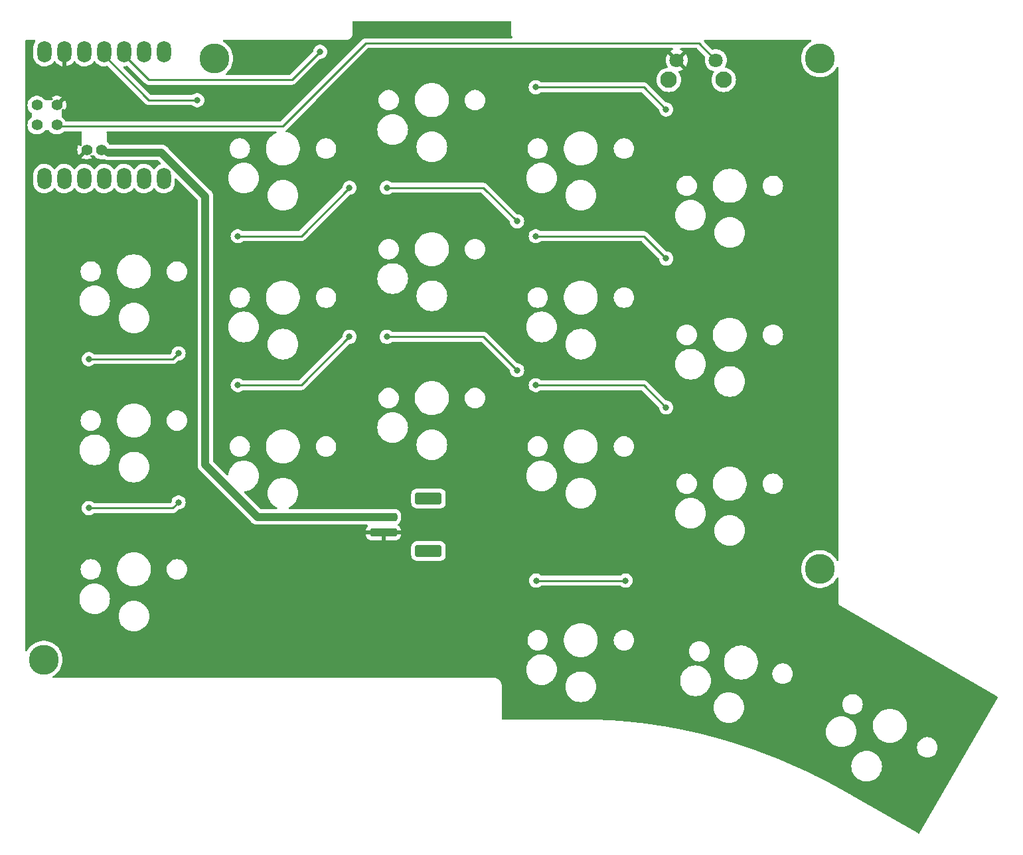
<source format=gbr>
%TF.GenerationSoftware,KiCad,Pcbnew,7.0.1*%
%TF.CreationDate,2024-02-26T07:25:15-05:00*%
%TF.ProjectId,pcb-left,7063622d-6c65-4667-942e-6b696361645f,0.3*%
%TF.SameCoordinates,Original*%
%TF.FileFunction,Copper,L1,Top*%
%TF.FilePolarity,Positive*%
%FSLAX46Y46*%
G04 Gerber Fmt 4.6, Leading zero omitted, Abs format (unit mm)*
G04 Created by KiCad (PCBNEW 7.0.1) date 2024-02-26 07:25:15*
%MOMM*%
%LPD*%
G01*
G04 APERTURE LIST*
G04 Aperture macros list*
%AMRoundRect*
0 Rectangle with rounded corners*
0 $1 Rounding radius*
0 $2 $3 $4 $5 $6 $7 $8 $9 X,Y pos of 4 corners*
0 Add a 4 corners polygon primitive as box body*
4,1,4,$2,$3,$4,$5,$6,$7,$8,$9,$2,$3,0*
0 Add four circle primitives for the rounded corners*
1,1,$1+$1,$2,$3*
1,1,$1+$1,$4,$5*
1,1,$1+$1,$6,$7*
1,1,$1+$1,$8,$9*
0 Add four rect primitives between the rounded corners*
20,1,$1+$1,$2,$3,$4,$5,0*
20,1,$1+$1,$4,$5,$6,$7,0*
20,1,$1+$1,$6,$7,$8,$9,0*
20,1,$1+$1,$8,$9,$2,$3,0*%
G04 Aperture macros list end*
%TA.AperFunction,SMDPad,CuDef*%
%ADD10RoundRect,0.250000X1.500000X-0.250000X1.500000X0.250000X-1.500000X0.250000X-1.500000X-0.250000X0*%
%TD*%
%TA.AperFunction,SMDPad,CuDef*%
%ADD11RoundRect,0.250001X1.449999X-0.499999X1.449999X0.499999X-1.449999X0.499999X-1.449999X-0.499999X0*%
%TD*%
%TA.AperFunction,ComponentPad*%
%ADD12C,1.800000*%
%TD*%
%TA.AperFunction,ComponentPad*%
%ADD13C,2.100000*%
%TD*%
%TA.AperFunction,ComponentPad*%
%ADD14C,3.800000*%
%TD*%
%TA.AperFunction,ComponentPad*%
%ADD15O,1.800000X2.750000*%
%TD*%
%TA.AperFunction,ComponentPad*%
%ADD16C,1.397000*%
%TD*%
%TA.AperFunction,ViaPad*%
%ADD17C,0.800000*%
%TD*%
%TA.AperFunction,Conductor*%
%ADD18C,0.250000*%
%TD*%
%TA.AperFunction,Conductor*%
%ADD19C,1.000000*%
%TD*%
G04 APERTURE END LIST*
D10*
%TO.P,J1,1,Pin_1*%
%TO.N,GND_L*%
X83840625Y-99075000D03*
%TO.P,J1,2,Pin_2*%
%TO.N,VBAT_L*%
X83840625Y-97075000D03*
D11*
%TO.P,J1,MP*%
%TO.N,N/C*%
X89590625Y-101425000D03*
X89590625Y-94725000D03*
%TD*%
D12*
%TO.P,RSW1,1,1*%
%TO.N,RESET_L*%
X126240625Y-38830000D03*
%TO.P,RSW1,2,2*%
%TO.N,GND_L*%
X121240625Y-38830000D03*
D13*
%TO.P,RSW1,MP*%
%TO.N,N/C*%
X120240625Y-41330000D03*
X127240625Y-41330000D03*
%TD*%
D14*
%TO.P,REF\u002A\u002A,1*%
%TO.N,N/C*%
X139512297Y-103739073D03*
%TD*%
D15*
%TO.P,U1,1,A2/0.02_H*%
%TO.N,ROW3_L*%
X40595625Y-53920000D03*
%TO.P,U1,2,A4/0.03_H*%
%TO.N,ROW2_L*%
X43135625Y-53920000D03*
%TO.P,U1,3,A10/0.28*%
%TO.N,ROW1_L*%
X45675625Y-53920000D03*
%TO.P,U1,4,A11/0.29*%
%TO.N,ROW0_L*%
X48215625Y-53920000D03*
%TO.P,U1,5,A8_SDA/0.04_H*%
%TO.N,COL0_L*%
X50755625Y-53920000D03*
%TO.P,U1,6,A9_SCL/0.05_H*%
%TO.N,COL1_L*%
X53295625Y-53920000D03*
%TO.P,U1,7,B8_TX/1.11*%
%TO.N,unconnected-(U1-B8_TX{slash}1.11-Pad7)*%
X55835625Y-53920000D03*
%TO.P,U1,8,B9_RX/1.12*%
%TO.N,unconnected-(U1-B9_RX{slash}1.12-Pad8)*%
X55835625Y-37730000D03*
%TO.P,U1,9,A7_SCK/1.13*%
%TO.N,COL4_L*%
X53295625Y-37730000D03*
%TO.P,U1,10,A5_MISO/1.14*%
%TO.N,COL3_L*%
X50755625Y-37730000D03*
%TO.P,U1,11,A6_MOSI/1.15*%
%TO.N,COL2_L*%
X48215625Y-37730000D03*
%TO.P,U1,12,3V3*%
%TO.N,unconnected-(U1-3V3-Pad12)*%
X45675625Y-37730000D03*
%TO.P,U1,13,GND*%
%TO.N,GND_L*%
X43135625Y-37730000D03*
%TO.P,U1,14,5V*%
%TO.N,unconnected-(U1-5V-Pad14)*%
X40595625Y-37730000D03*
D16*
%TO.P,U1,15,A31_SWDIO*%
%TO.N,unconnected-(U1-A31_SWDIO-Pad15)*%
X39643625Y-47095000D03*
%TO.P,U1,16,A30_SWCLK*%
%TO.N,unconnected-(U1-A30_SWCLK-Pad16)*%
X39643625Y-44555000D03*
%TO.P,U1,17,RESET*%
%TO.N,RESET_L*%
X42183625Y-47095000D03*
%TO.P,U1,18,GND*%
%TO.N,GND_L*%
X42183625Y-44555000D03*
%TO.P,U1,19,BAT*%
%TO.N,VBAT_L*%
X47898625Y-50270000D03*
%TO.P,U1,20,GND*%
%TO.N,GND_L*%
X45993625Y-50270000D03*
%TD*%
D14*
%TO.P,REF\u002A\u002A,1*%
%TO.N,N/C*%
X40522298Y-115278567D03*
%TD*%
%TO.P,REF\u002A\u002A,1*%
%TO.N,N/C*%
X139512298Y-38603567D03*
%TD*%
%TO.P,REF\u002A\u002A,1*%
%TO.N,N/C*%
X62262298Y-38603567D03*
%TD*%
D17*
%TO.N,ROW0_L*%
X103265625Y-42275000D03*
X119890625Y-45125000D03*
%TO.N,ROW1_L*%
X46265625Y-76950000D03*
X57715625Y-76225000D03*
X65265625Y-61275000D03*
X100890625Y-59375000D03*
X119890625Y-64125000D03*
X103265625Y-61275000D03*
X79515625Y-55100000D03*
X84265625Y-55100000D03*
%TO.N,ROW2_L*%
X79515625Y-74100000D03*
X57715625Y-95225000D03*
X46265625Y-95950000D03*
X84265625Y-74100000D03*
X119890625Y-83125000D03*
X100890625Y-78375000D03*
X103265625Y-80275000D03*
X65265625Y-80275000D03*
%TO.N,ROW3_L*%
X114715625Y-105200000D03*
X103315625Y-105200000D03*
%TO.N,GND_L*%
X116140625Y-53425000D03*
X57715625Y-61500000D03*
X68640625Y-39175000D03*
X111390625Y-39175000D03*
X94765625Y-39175000D03*
X113765625Y-52000000D03*
X116140625Y-52000000D03*
X118515625Y-37750000D03*
X113765625Y-39175000D03*
X85265625Y-37750000D03*
X104265625Y-37750000D03*
X68640625Y-37750000D03*
X90015625Y-37750000D03*
X55340625Y-60075000D03*
X57715625Y-60075000D03*
X106640625Y-39175000D03*
X85265625Y-39175000D03*
X113765625Y-53425000D03*
X71015625Y-39175000D03*
X87640625Y-39175000D03*
X66265625Y-37750000D03*
X48215625Y-61500000D03*
X113765625Y-37750000D03*
X118515625Y-52000000D03*
X48215625Y-60075000D03*
X116140625Y-37750000D03*
X55340625Y-61500000D03*
X118515625Y-53425000D03*
X109015625Y-39175000D03*
X111390625Y-37750000D03*
X52965625Y-60075000D03*
X92390625Y-37750000D03*
X45840625Y-60075000D03*
X87640625Y-37750000D03*
X66265625Y-39175000D03*
X118515625Y-39175000D03*
X116140625Y-39175000D03*
X45840625Y-61500000D03*
X92390625Y-39175000D03*
X90015625Y-39175000D03*
X106640625Y-37750000D03*
X109015625Y-37750000D03*
X73390625Y-37750000D03*
X71015625Y-37750000D03*
X94765625Y-37750000D03*
X52965625Y-61500000D03*
%TO.N,COL2_L*%
X60090625Y-43925000D03*
%TO.N,COL3_L*%
X75765625Y-37750000D03*
%TD*%
D18*
%TO.N,ROW0_L*%
X103265625Y-42275000D02*
X117040625Y-42275000D01*
X117040625Y-42275000D02*
X119890625Y-45125000D01*
%TO.N,ROW1_L*%
X103265625Y-61275000D02*
X117040625Y-61275000D01*
X84265625Y-55100000D02*
X96615625Y-55100000D01*
X73340625Y-61275000D02*
X65265625Y-61275000D01*
X46265625Y-76950000D02*
X56990625Y-76950000D01*
X117040625Y-61275000D02*
X119890625Y-64125000D01*
X79515625Y-55100000D02*
X73340625Y-61275000D01*
X56990625Y-76950000D02*
X57715625Y-76225000D01*
X96615625Y-55100000D02*
X100890625Y-59375000D01*
%TO.N,ROW2_L*%
X96615625Y-74100000D02*
X100890625Y-78375000D01*
X103265625Y-80275000D02*
X117040625Y-80275000D01*
X117040625Y-80275000D02*
X119890625Y-83125000D01*
X84265625Y-74100000D02*
X96615625Y-74100000D01*
X79515625Y-74100000D02*
X73340625Y-80275000D01*
X73340625Y-80275000D02*
X65265625Y-80275000D01*
X46265625Y-95950000D02*
X56990625Y-95950000D01*
X56990625Y-95950000D02*
X57715625Y-95225000D01*
%TO.N,ROW3_L*%
X103315625Y-105200000D02*
X114715625Y-105200000D01*
D19*
%TO.N,VBAT_L*%
X67775802Y-97075000D02*
X83840625Y-97075000D01*
X61140625Y-90439823D02*
X61140625Y-56200000D01*
X61140625Y-90439823D02*
X67775802Y-97075000D01*
X55530994Y-50590369D02*
X48780152Y-50590369D01*
X61140625Y-56200000D02*
X55530994Y-50590369D01*
D18*
%TO.N,RESET_L*%
X124065625Y-36655000D02*
X81610625Y-36655000D01*
X42338625Y-47250000D02*
X42276825Y-47188200D01*
X71015625Y-47250000D02*
X42338625Y-47250000D01*
X126240625Y-38830000D02*
X124065625Y-36655000D01*
X81610625Y-36655000D02*
X71015625Y-47250000D01*
%TO.N,COL2_L*%
X53935625Y-43925000D02*
X60090625Y-43925000D01*
X48215625Y-38205000D02*
X53935625Y-43925000D01*
%TO.N,COL3_L*%
X72190625Y-41325000D02*
X75765625Y-37750000D01*
X50755625Y-38205000D02*
X53875625Y-41325000D01*
X53875625Y-41325000D02*
X72190625Y-41325000D01*
%TD*%
%TA.AperFunction,Conductor*%
%TO.N,GND_L*%
G36*
X99946815Y-33829066D02*
G01*
X99964794Y-33829062D01*
X99964798Y-33829064D01*
X99997773Y-33829057D01*
X100059791Y-33845667D01*
X100105190Y-33891070D01*
X100121795Y-33953091D01*
X100121781Y-34003716D01*
X100121803Y-34003869D01*
X100121803Y-35278237D01*
X100121781Y-35278389D01*
X100121787Y-35302250D01*
X100121733Y-35302528D01*
X100121770Y-35442356D01*
X100156413Y-35616294D01*
X100224314Y-35780137D01*
X100262049Y-35836597D01*
X100282805Y-35899405D01*
X100268317Y-35963947D01*
X100222707Y-36011856D01*
X100158955Y-36029500D01*
X81693369Y-36029500D01*
X81672861Y-36027235D01*
X81602738Y-36029439D01*
X81598844Y-36029500D01*
X81571275Y-36029500D01*
X81567296Y-36030002D01*
X81555666Y-36030917D01*
X81511997Y-36032289D01*
X81492753Y-36037880D01*
X81473709Y-36041824D01*
X81453833Y-36044335D01*
X81413225Y-36060413D01*
X81402179Y-36064194D01*
X81360235Y-36076382D01*
X81360232Y-36076383D01*
X81342990Y-36086579D01*
X81325529Y-36095133D01*
X81306892Y-36102512D01*
X81271556Y-36128185D01*
X81261799Y-36134595D01*
X81224205Y-36156829D01*
X81210038Y-36170996D01*
X81195249Y-36183626D01*
X81179038Y-36195404D01*
X81151197Y-36229058D01*
X81143336Y-36237697D01*
X70792853Y-46588181D01*
X70752625Y-46615061D01*
X70705172Y-46624500D01*
X43365542Y-46624500D01*
X43300264Y-46605927D01*
X43254542Y-46555771D01*
X43207404Y-46461106D01*
X43207403Y-46461105D01*
X43207403Y-46461104D01*
X43140448Y-46372441D01*
X43073492Y-46283776D01*
X42909282Y-46134079D01*
X42896847Y-46126380D01*
X42853796Y-46081292D01*
X42838125Y-46020953D01*
X42838125Y-45155309D01*
X42851640Y-45099014D01*
X42889240Y-45054991D01*
X42942727Y-45032836D01*
X43000443Y-45037378D01*
X43049806Y-45067628D01*
X43191413Y-45209235D01*
X43191414Y-45209235D01*
X43206974Y-45188631D01*
X43305981Y-44989801D01*
X43366765Y-44776169D01*
X43387258Y-44555000D01*
X43366765Y-44333830D01*
X43305980Y-44120196D01*
X43206975Y-43921368D01*
X43191413Y-43900762D01*
X42545531Y-44546646D01*
X42496169Y-44576896D01*
X42438454Y-44581439D01*
X42437621Y-44581307D01*
X42430487Y-44582437D01*
X42404102Y-44583766D01*
X42402736Y-44583688D01*
X42365061Y-44592474D01*
X42356302Y-44594187D01*
X42312093Y-44601189D01*
X42284520Y-44611259D01*
X42273779Y-44613764D01*
X42211571Y-44612240D01*
X42157936Y-44580687D01*
X42126382Y-44527053D01*
X42124856Y-44464845D01*
X42127357Y-44454120D01*
X42137434Y-44426529D01*
X42137469Y-44426307D01*
X42137471Y-44426304D01*
X42144440Y-44382296D01*
X42146143Y-44373587D01*
X42154934Y-44335910D01*
X42154856Y-44334529D01*
X42156186Y-44308139D01*
X42157317Y-44301000D01*
X42157186Y-44300173D01*
X42161728Y-44242458D01*
X42191978Y-44193094D01*
X42835863Y-43549208D01*
X42835862Y-43549207D01*
X42720134Y-43477552D01*
X42513014Y-43397314D01*
X42294680Y-43356500D01*
X42072570Y-43356500D01*
X41854235Y-43397314D01*
X41647117Y-43477552D01*
X41531385Y-43549208D01*
X41670996Y-43688819D01*
X41701246Y-43738182D01*
X41705788Y-43795898D01*
X41683633Y-43849385D01*
X41639610Y-43886985D01*
X41583315Y-43900500D01*
X40713589Y-43900500D01*
X40658317Y-43887500D01*
X40614635Y-43851227D01*
X40533492Y-43743776D01*
X40369280Y-43594077D01*
X40180357Y-43477102D01*
X40180355Y-43477101D01*
X39973153Y-43396830D01*
X39754729Y-43356000D01*
X39532521Y-43356000D01*
X39314097Y-43396829D01*
X39314097Y-43396830D01*
X39106892Y-43477102D01*
X38917969Y-43594077D01*
X38753757Y-43743776D01*
X38619844Y-43921106D01*
X38520800Y-44120015D01*
X38459990Y-44333737D01*
X38439488Y-44555000D01*
X38459990Y-44776262D01*
X38520800Y-44989984D01*
X38619844Y-45188893D01*
X38753757Y-45366223D01*
X38917967Y-45515920D01*
X38930403Y-45523620D01*
X38973454Y-45568708D01*
X38989125Y-45629047D01*
X38989125Y-46020953D01*
X38973454Y-46081292D01*
X38930403Y-46126380D01*
X38917967Y-46134079D01*
X38753757Y-46283776D01*
X38619844Y-46461106D01*
X38520800Y-46660015D01*
X38459990Y-46873737D01*
X38439488Y-47095000D01*
X38459990Y-47316262D01*
X38520800Y-47529984D01*
X38619844Y-47728893D01*
X38753757Y-47906223D01*
X38917969Y-48055922D01*
X39004655Y-48109595D01*
X39106895Y-48172899D01*
X39314097Y-48253170D01*
X39532521Y-48294000D01*
X39754727Y-48294000D01*
X39754729Y-48294000D01*
X39973153Y-48253170D01*
X40180355Y-48172899D01*
X40369280Y-48055922D01*
X40533493Y-47906222D01*
X40614634Y-47798773D01*
X40658317Y-47762500D01*
X40713589Y-47749500D01*
X41113661Y-47749500D01*
X41168933Y-47762500D01*
X41212615Y-47798773D01*
X41293757Y-47906223D01*
X41457969Y-48055922D01*
X41544655Y-48109595D01*
X41646895Y-48172899D01*
X41854097Y-48253170D01*
X42072521Y-48294000D01*
X42294727Y-48294000D01*
X42294729Y-48294000D01*
X42513153Y-48253170D01*
X42720355Y-48172899D01*
X42909280Y-48055922D01*
X43071692Y-47907863D01*
X43110437Y-47883873D01*
X43155231Y-47875500D01*
X45244828Y-47875500D01*
X45297845Y-47887405D01*
X45340682Y-47920836D01*
X45365112Y-47969372D01*
X45366445Y-48023693D01*
X45339125Y-48161027D01*
X45339125Y-49669690D01*
X45325610Y-49725985D01*
X45288010Y-49770008D01*
X45234523Y-49792163D01*
X45176807Y-49787621D01*
X45127444Y-49757371D01*
X44985835Y-49615762D01*
X44985834Y-49615762D01*
X44970274Y-49636367D01*
X44871269Y-49835196D01*
X44810484Y-50048830D01*
X44789991Y-50270000D01*
X44810484Y-50491169D01*
X44871268Y-50704801D01*
X44970275Y-50903632D01*
X44985835Y-50924235D01*
X45631719Y-50278353D01*
X45681084Y-50248102D01*
X45738799Y-50243561D01*
X45739625Y-50243692D01*
X45746773Y-50242559D01*
X45773156Y-50241229D01*
X45774547Y-50241308D01*
X45812205Y-50232520D01*
X45820949Y-50230810D01*
X45864929Y-50223846D01*
X45864930Y-50223845D01*
X45865153Y-50223810D01*
X45892743Y-50213731D01*
X45903474Y-50211228D01*
X45965691Y-50212754D01*
X46019331Y-50244315D01*
X46050881Y-50297961D01*
X46052394Y-50360178D01*
X46049892Y-50370895D01*
X46039810Y-50398491D01*
X46032816Y-50442652D01*
X46031099Y-50451429D01*
X46022316Y-50489067D01*
X46022396Y-50490473D01*
X46021066Y-50516842D01*
X46019932Y-50524001D01*
X46020064Y-50524832D01*
X46015520Y-50582546D01*
X45985271Y-50631906D01*
X45341385Y-51275790D01*
X45341386Y-51275791D01*
X45457115Y-51347447D01*
X45664235Y-51427685D01*
X45882570Y-51468500D01*
X46104680Y-51468500D01*
X46323014Y-51427685D01*
X46530131Y-51347448D01*
X46645863Y-51275790D01*
X46506254Y-51136181D01*
X46476004Y-51086818D01*
X46471462Y-51029102D01*
X46493617Y-50975615D01*
X46537640Y-50938015D01*
X46593935Y-50924500D01*
X46828661Y-50924500D01*
X46883933Y-50937500D01*
X46927615Y-50973773D01*
X47008757Y-51081223D01*
X47172969Y-51230922D01*
X47245436Y-51275791D01*
X47361895Y-51347899D01*
X47569097Y-51428170D01*
X47787521Y-51469000D01*
X48009727Y-51469000D01*
X48009729Y-51469000D01*
X48180552Y-51437068D01*
X48229379Y-51437723D01*
X48274171Y-51457183D01*
X48292101Y-51469663D01*
X48292102Y-51469663D01*
X48292103Y-51469664D01*
X48479094Y-51549909D01*
X48678411Y-51590869D01*
X55065211Y-51590869D01*
X55112664Y-51600308D01*
X55152892Y-51627188D01*
X55435901Y-51910197D01*
X55466976Y-51962198D01*
X55469707Y-52022714D01*
X55443444Y-52077303D01*
X55394455Y-52112936D01*
X55202836Y-52189935D01*
X54999828Y-52314932D01*
X54820871Y-52472434D01*
X54820869Y-52472437D01*
X54671102Y-52657920D01*
X54671100Y-52657922D01*
X54671097Y-52657927D01*
X54671086Y-52657947D01*
X54671054Y-52657979D01*
X54664473Y-52666131D01*
X54663778Y-52665570D01*
X54627844Y-52703056D01*
X54568094Y-52721350D01*
X54507010Y-52708182D01*
X54460104Y-52666897D01*
X54389206Y-52561999D01*
X54224245Y-52389881D01*
X54032572Y-52248121D01*
X53819699Y-52140793D01*
X53591748Y-52070984D01*
X53545839Y-52065105D01*
X53355279Y-52040702D01*
X53355275Y-52040702D01*
X53117095Y-52050819D01*
X52884043Y-52101046D01*
X52662836Y-52189935D01*
X52459828Y-52314932D01*
X52280871Y-52472434D01*
X52280869Y-52472437D01*
X52131102Y-52657920D01*
X52131100Y-52657922D01*
X52131097Y-52657927D01*
X52131086Y-52657947D01*
X52131054Y-52657979D01*
X52124473Y-52666131D01*
X52123778Y-52665570D01*
X52087844Y-52703056D01*
X52028094Y-52721350D01*
X51967010Y-52708182D01*
X51920104Y-52666897D01*
X51849206Y-52561999D01*
X51684245Y-52389881D01*
X51492572Y-52248121D01*
X51279699Y-52140793D01*
X51051748Y-52070984D01*
X51005839Y-52065105D01*
X50815279Y-52040702D01*
X50815275Y-52040702D01*
X50577095Y-52050819D01*
X50344043Y-52101046D01*
X50122836Y-52189935D01*
X49919828Y-52314932D01*
X49740871Y-52472434D01*
X49740869Y-52472437D01*
X49591102Y-52657920D01*
X49591100Y-52657922D01*
X49591097Y-52657927D01*
X49591086Y-52657947D01*
X49591054Y-52657979D01*
X49584473Y-52666131D01*
X49583778Y-52665570D01*
X49547844Y-52703056D01*
X49488094Y-52721350D01*
X49427010Y-52708182D01*
X49380104Y-52666897D01*
X49309206Y-52561999D01*
X49144245Y-52389881D01*
X48952572Y-52248121D01*
X48739699Y-52140793D01*
X48511748Y-52070984D01*
X48465839Y-52065105D01*
X48275279Y-52040702D01*
X48275275Y-52040702D01*
X48037095Y-52050819D01*
X47804043Y-52101046D01*
X47582836Y-52189935D01*
X47379828Y-52314932D01*
X47200871Y-52472434D01*
X47200869Y-52472437D01*
X47051102Y-52657920D01*
X47051100Y-52657922D01*
X47051097Y-52657927D01*
X47051086Y-52657947D01*
X47051054Y-52657979D01*
X47044473Y-52666131D01*
X47043778Y-52665570D01*
X47007844Y-52703056D01*
X46948094Y-52721350D01*
X46887010Y-52708182D01*
X46840104Y-52666897D01*
X46769206Y-52561999D01*
X46604245Y-52389881D01*
X46412572Y-52248121D01*
X46199699Y-52140793D01*
X45971748Y-52070984D01*
X45925839Y-52065105D01*
X45735279Y-52040702D01*
X45735275Y-52040702D01*
X45497095Y-52050819D01*
X45264043Y-52101046D01*
X45042836Y-52189935D01*
X44839828Y-52314932D01*
X44660871Y-52472434D01*
X44660869Y-52472437D01*
X44511102Y-52657920D01*
X44511100Y-52657922D01*
X44511097Y-52657927D01*
X44511086Y-52657947D01*
X44511054Y-52657979D01*
X44504473Y-52666131D01*
X44503778Y-52665570D01*
X44467844Y-52703056D01*
X44408094Y-52721350D01*
X44347010Y-52708182D01*
X44300104Y-52666897D01*
X44229206Y-52561999D01*
X44064245Y-52389881D01*
X43872572Y-52248121D01*
X43659699Y-52140793D01*
X43431748Y-52070984D01*
X43385839Y-52065105D01*
X43195279Y-52040702D01*
X43195275Y-52040702D01*
X42957095Y-52050819D01*
X42724043Y-52101046D01*
X42502836Y-52189935D01*
X42299828Y-52314932D01*
X42120871Y-52472434D01*
X42120869Y-52472437D01*
X41971102Y-52657920D01*
X41971100Y-52657922D01*
X41971097Y-52657927D01*
X41971086Y-52657947D01*
X41971054Y-52657979D01*
X41964473Y-52666131D01*
X41963778Y-52665570D01*
X41927844Y-52703056D01*
X41868094Y-52721350D01*
X41807010Y-52708182D01*
X41760104Y-52666897D01*
X41689206Y-52561999D01*
X41524245Y-52389881D01*
X41332572Y-52248121D01*
X41119699Y-52140793D01*
X40891748Y-52070984D01*
X40845839Y-52065105D01*
X40655279Y-52040702D01*
X40655275Y-52040702D01*
X40417095Y-52050819D01*
X40184043Y-52101046D01*
X39962836Y-52189935D01*
X39759828Y-52314932D01*
X39580868Y-52472437D01*
X39431105Y-52657914D01*
X39314833Y-52866048D01*
X39235412Y-53090831D01*
X39195125Y-53325797D01*
X39195125Y-54454501D01*
X39210278Y-54632539D01*
X39270349Y-54863250D01*
X39368547Y-55080485D01*
X39437217Y-55182086D01*
X39502046Y-55278003D01*
X39667004Y-55450118D01*
X39858678Y-55591879D01*
X40071551Y-55699207D01*
X40299502Y-55769016D01*
X40535971Y-55799298D01*
X40774157Y-55789180D01*
X41007206Y-55738954D01*
X41228415Y-55650064D01*
X41431420Y-55525069D01*
X41610380Y-55367564D01*
X41760148Y-55182080D01*
X41760154Y-55182068D01*
X41760179Y-55182042D01*
X41766779Y-55173869D01*
X41767474Y-55174430D01*
X41803392Y-55136952D01*
X41863144Y-55118651D01*
X41924234Y-55131815D01*
X41971145Y-55173102D01*
X42014778Y-55237659D01*
X42042046Y-55278003D01*
X42207004Y-55450118D01*
X42398678Y-55591879D01*
X42611551Y-55699207D01*
X42839502Y-55769016D01*
X43075971Y-55799298D01*
X43314157Y-55789180D01*
X43547206Y-55738954D01*
X43768415Y-55650064D01*
X43971420Y-55525069D01*
X44150380Y-55367564D01*
X44300148Y-55182080D01*
X44300154Y-55182068D01*
X44300179Y-55182042D01*
X44306779Y-55173869D01*
X44307474Y-55174430D01*
X44343392Y-55136952D01*
X44403144Y-55118651D01*
X44464234Y-55131815D01*
X44511145Y-55173102D01*
X44554778Y-55237659D01*
X44582046Y-55278003D01*
X44747004Y-55450118D01*
X44938678Y-55591879D01*
X45151551Y-55699207D01*
X45379502Y-55769016D01*
X45615971Y-55799298D01*
X45854157Y-55789180D01*
X46087206Y-55738954D01*
X46308415Y-55650064D01*
X46511420Y-55525069D01*
X46690380Y-55367564D01*
X46840148Y-55182080D01*
X46840154Y-55182068D01*
X46840179Y-55182042D01*
X46846779Y-55173869D01*
X46847474Y-55174430D01*
X46883392Y-55136952D01*
X46943144Y-55118651D01*
X47004234Y-55131815D01*
X47051145Y-55173102D01*
X47094778Y-55237659D01*
X47122046Y-55278003D01*
X47287004Y-55450118D01*
X47478678Y-55591879D01*
X47691551Y-55699207D01*
X47919502Y-55769016D01*
X48155971Y-55799298D01*
X48394157Y-55789180D01*
X48627206Y-55738954D01*
X48848415Y-55650064D01*
X49051420Y-55525069D01*
X49230380Y-55367564D01*
X49380148Y-55182080D01*
X49380154Y-55182068D01*
X49380179Y-55182042D01*
X49386779Y-55173869D01*
X49387474Y-55174430D01*
X49423392Y-55136952D01*
X49483144Y-55118651D01*
X49544234Y-55131815D01*
X49591145Y-55173102D01*
X49634778Y-55237659D01*
X49662046Y-55278003D01*
X49827004Y-55450118D01*
X50018678Y-55591879D01*
X50231551Y-55699207D01*
X50459502Y-55769016D01*
X50695971Y-55799298D01*
X50934157Y-55789180D01*
X51167206Y-55738954D01*
X51388415Y-55650064D01*
X51591420Y-55525069D01*
X51770380Y-55367564D01*
X51920148Y-55182080D01*
X51920154Y-55182068D01*
X51920179Y-55182042D01*
X51926779Y-55173869D01*
X51927474Y-55174430D01*
X51963392Y-55136952D01*
X52023144Y-55118651D01*
X52084234Y-55131815D01*
X52131145Y-55173102D01*
X52174778Y-55237659D01*
X52202046Y-55278003D01*
X52367004Y-55450118D01*
X52558678Y-55591879D01*
X52771551Y-55699207D01*
X52999502Y-55769016D01*
X53235971Y-55799298D01*
X53474157Y-55789180D01*
X53707206Y-55738954D01*
X53928415Y-55650064D01*
X54131420Y-55525069D01*
X54310380Y-55367564D01*
X54460148Y-55182080D01*
X54460154Y-55182068D01*
X54460179Y-55182042D01*
X54466779Y-55173869D01*
X54467474Y-55174430D01*
X54503392Y-55136952D01*
X54563144Y-55118651D01*
X54624234Y-55131815D01*
X54671145Y-55173102D01*
X54714778Y-55237659D01*
X54742046Y-55278003D01*
X54907004Y-55450118D01*
X55098678Y-55591879D01*
X55311551Y-55699207D01*
X55539502Y-55769016D01*
X55775971Y-55799298D01*
X56014157Y-55789180D01*
X56247206Y-55738954D01*
X56468415Y-55650064D01*
X56671420Y-55525069D01*
X56850380Y-55367564D01*
X57000148Y-55182080D01*
X57116415Y-54973954D01*
X57195836Y-54749171D01*
X57198829Y-54731716D01*
X57236125Y-54514203D01*
X57236125Y-54009783D01*
X57249640Y-53953488D01*
X57287240Y-53909465D01*
X57340727Y-53887310D01*
X57398443Y-53891852D01*
X57447806Y-53922102D01*
X60103806Y-56578101D01*
X60130686Y-56618329D01*
X60140125Y-56665782D01*
X60140125Y-90425544D01*
X60140085Y-90428686D01*
X60137867Y-90516185D01*
X60148273Y-90574243D01*
X60149582Y-90583572D01*
X60155551Y-90642261D01*
X60164658Y-90671290D01*
X60168397Y-90686525D01*
X60173766Y-90716475D01*
X60195645Y-90771248D01*
X60198805Y-90780123D01*
X60202778Y-90792787D01*
X60216466Y-90836411D01*
X60231232Y-90863014D01*
X60237962Y-90877187D01*
X60249247Y-90905440D01*
X60281705Y-90954690D01*
X60286586Y-90962746D01*
X60315215Y-91014324D01*
X60335029Y-91037404D01*
X60344481Y-91049939D01*
X60361224Y-91075343D01*
X60402925Y-91117044D01*
X60409330Y-91123955D01*
X60447755Y-91168714D01*
X60447756Y-91168715D01*
X60447759Y-91168718D01*
X60471823Y-91187345D01*
X60483593Y-91197712D01*
X67058252Y-97772371D01*
X67060445Y-97774620D01*
X67120742Y-97838052D01*
X67169154Y-97871748D01*
X67176678Y-97877421D01*
X67222396Y-97914699D01*
X67249357Y-97928782D01*
X67262782Y-97936915D01*
X67287753Y-97954295D01*
X67323777Y-97969754D01*
X67341965Y-97977559D01*
X67350475Y-97981601D01*
X67402753Y-98008909D01*
X67432002Y-98017277D01*
X67446772Y-98022535D01*
X67474744Y-98034540D01*
X67474747Y-98034540D01*
X67474748Y-98034541D01*
X67532528Y-98046414D01*
X67541671Y-98048657D01*
X67598384Y-98064886D01*
X67628722Y-98067196D01*
X67644250Y-98069373D01*
X67674061Y-98075500D01*
X67733046Y-98075500D01*
X67742461Y-98075858D01*
X67746608Y-98076173D01*
X67801278Y-98080337D01*
X67828080Y-98076923D01*
X67831454Y-98076494D01*
X67847119Y-98075500D01*
X81730101Y-98075500D01*
X81786396Y-98089015D01*
X81830419Y-98126615D01*
X81852574Y-98180102D01*
X81848032Y-98237818D01*
X81817782Y-98287181D01*
X81748308Y-98356654D01*
X81656267Y-98505877D01*
X81601118Y-98672303D01*
X81590625Y-98775021D01*
X81590625Y-98825000D01*
X86090624Y-98825000D01*
X86090624Y-98800000D01*
X126060142Y-98800000D01*
X126080047Y-99078294D01*
X126139352Y-99350918D01*
X126139354Y-99350923D01*
X126236856Y-99612337D01*
X126236858Y-99612340D01*
X126370567Y-99857211D01*
X126415561Y-99917316D01*
X126537770Y-100080568D01*
X126735057Y-100277855D01*
X126807773Y-100332289D01*
X126958413Y-100445057D01*
X126979084Y-100456344D01*
X127203288Y-100578769D01*
X127464702Y-100676271D01*
X127464705Y-100676271D01*
X127464706Y-100676272D01*
X127503508Y-100684712D01*
X127737331Y-100735578D01*
X127931045Y-100749432D01*
X127945967Y-100750500D01*
X127945968Y-100750500D01*
X128085282Y-100750500D01*
X128085283Y-100750500D01*
X128099208Y-100749503D01*
X128293919Y-100735578D01*
X128566548Y-100676271D01*
X128827962Y-100578769D01*
X129072838Y-100445056D01*
X129296193Y-100277855D01*
X129493480Y-100080568D01*
X129660681Y-99857213D01*
X129794394Y-99612337D01*
X129891896Y-99350923D01*
X129951203Y-99078294D01*
X129971107Y-98800000D01*
X129951203Y-98521706D01*
X129891896Y-98249077D01*
X129794394Y-97987663D01*
X129660681Y-97742787D01*
X129493480Y-97519432D01*
X129296193Y-97322145D01*
X129184515Y-97238544D01*
X129072836Y-97154942D01*
X128897749Y-97059338D01*
X128827962Y-97021231D01*
X128566548Y-96923729D01*
X128566543Y-96923727D01*
X128293919Y-96864422D01*
X128085283Y-96849500D01*
X128085282Y-96849500D01*
X127945968Y-96849500D01*
X127945967Y-96849500D01*
X127737330Y-96864422D01*
X127464706Y-96923727D01*
X127333994Y-96972480D01*
X127203288Y-97021231D01*
X127203285Y-97021232D01*
X127203284Y-97021233D01*
X126958413Y-97154942D01*
X126735054Y-97322147D01*
X126537772Y-97519429D01*
X126370567Y-97742788D01*
X126236858Y-97987659D01*
X126236856Y-97987663D01*
X126203216Y-98077855D01*
X126139352Y-98249081D01*
X126080047Y-98521705D01*
X126060142Y-98800000D01*
X86090624Y-98800000D01*
X86090624Y-98775021D01*
X86080131Y-98672304D01*
X86024982Y-98505877D01*
X85932941Y-98356654D01*
X85808971Y-98232684D01*
X85724905Y-98180832D01*
X85681724Y-98135724D01*
X85666002Y-98075292D01*
X85681725Y-98014860D01*
X85724904Y-97969755D01*
X85809281Y-97917712D01*
X85933337Y-97793656D01*
X86025439Y-97644334D01*
X86080624Y-97477797D01*
X86091125Y-97375009D01*
X86091124Y-96774992D01*
X86080624Y-96672203D01*
X86056698Y-96600000D01*
X121060142Y-96600000D01*
X121080047Y-96878294D01*
X121139352Y-97150918D01*
X121139354Y-97150923D01*
X121236856Y-97412337D01*
X121236858Y-97412340D01*
X121370567Y-97657211D01*
X121434629Y-97742787D01*
X121537770Y-97880568D01*
X121735057Y-98077855D01*
X121872619Y-98180832D01*
X121958413Y-98245057D01*
X122035558Y-98287181D01*
X122203288Y-98378769D01*
X122464702Y-98476271D01*
X122464705Y-98476271D01*
X122464706Y-98476272D01*
X122503508Y-98484712D01*
X122737331Y-98535578D01*
X122931045Y-98549432D01*
X122945967Y-98550500D01*
X122945968Y-98550500D01*
X123085282Y-98550500D01*
X123085283Y-98550500D01*
X123099208Y-98549503D01*
X123293919Y-98535578D01*
X123566548Y-98476271D01*
X123827962Y-98378769D01*
X124072838Y-98245056D01*
X124296193Y-98077855D01*
X124493480Y-97880568D01*
X124660681Y-97657213D01*
X124794394Y-97412337D01*
X124891896Y-97150923D01*
X124951203Y-96878294D01*
X124971107Y-96600000D01*
X124951203Y-96321706D01*
X124891896Y-96049077D01*
X124794394Y-95787663D01*
X124681938Y-95581716D01*
X124660682Y-95542788D01*
X124563716Y-95413257D01*
X124493480Y-95319432D01*
X124296193Y-95122145D01*
X124132822Y-94999847D01*
X124072836Y-94954942D01*
X123892946Y-94856715D01*
X123827962Y-94821231D01*
X123566548Y-94723729D01*
X123566543Y-94723727D01*
X123293919Y-94664422D01*
X123085283Y-94649500D01*
X123085282Y-94649500D01*
X122945968Y-94649500D01*
X122945967Y-94649500D01*
X122737330Y-94664422D01*
X122464706Y-94723727D01*
X122333994Y-94772480D01*
X122203288Y-94821231D01*
X122203285Y-94821232D01*
X122203284Y-94821233D01*
X121958413Y-94954942D01*
X121735054Y-95122147D01*
X121537772Y-95319429D01*
X121370567Y-95542788D01*
X121253481Y-95757216D01*
X121236856Y-95787663D01*
X121219455Y-95834318D01*
X121139352Y-96049081D01*
X121080047Y-96321705D01*
X121060142Y-96600000D01*
X86056698Y-96600000D01*
X86025439Y-96505666D01*
X85945425Y-96375942D01*
X85933336Y-96356342D01*
X85809282Y-96232288D01*
X85659959Y-96140186D01*
X85493422Y-96085000D01*
X85390634Y-96074500D01*
X83942368Y-96074500D01*
X83942366Y-96074500D01*
X71856416Y-96074500D01*
X71790873Y-96055762D01*
X71745139Y-96005211D01*
X71733035Y-95938125D01*
X71758220Y-95874780D01*
X71813081Y-95834319D01*
X71827962Y-95828769D01*
X72072838Y-95695056D01*
X72296193Y-95527855D01*
X72493480Y-95330568D01*
X72535072Y-95275008D01*
X87390125Y-95275008D01*
X87400625Y-95377797D01*
X87455811Y-95544336D01*
X87547913Y-95693655D01*
X87671969Y-95817711D01*
X87821288Y-95909813D01*
X87987827Y-95964999D01*
X88090617Y-95975500D01*
X91090633Y-95975500D01*
X91193422Y-95964999D01*
X91274522Y-95938125D01*
X91359959Y-95909814D01*
X91379293Y-95897889D01*
X91509280Y-95817711D01*
X91633336Y-95693655D01*
X91725438Y-95544336D01*
X91725952Y-95542787D01*
X91780624Y-95377797D01*
X91791125Y-95275008D01*
X91791125Y-94174992D01*
X91780624Y-94072203D01*
X91773266Y-94049999D01*
X107060142Y-94049999D01*
X107080047Y-94328294D01*
X107139352Y-94600918D01*
X107139354Y-94600923D01*
X107236856Y-94862337D01*
X107236858Y-94862340D01*
X107370567Y-95107211D01*
X107381748Y-95122147D01*
X107537770Y-95330568D01*
X107735057Y-95527855D01*
X107902573Y-95653255D01*
X107958413Y-95695057D01*
X108045956Y-95742858D01*
X108203288Y-95828769D01*
X108464702Y-95926271D01*
X108464705Y-95926271D01*
X108464706Y-95926272D01*
X108503508Y-95934712D01*
X108737331Y-95985578D01*
X108931045Y-95999432D01*
X108945967Y-96000500D01*
X108945968Y-96000500D01*
X109085282Y-96000500D01*
X109085283Y-96000500D01*
X109099208Y-95999503D01*
X109293919Y-95985578D01*
X109566548Y-95926271D01*
X109827962Y-95828769D01*
X110072838Y-95695056D01*
X110296193Y-95527855D01*
X110493480Y-95330568D01*
X110660681Y-95107213D01*
X110794394Y-94862337D01*
X110891896Y-94600923D01*
X110951203Y-94328294D01*
X110971107Y-94050000D01*
X110951203Y-93771706D01*
X110891896Y-93499077D01*
X110794394Y-93237663D01*
X110660681Y-92992787D01*
X110553792Y-92850000D01*
X121209253Y-92850000D01*
X121229100Y-93076846D01*
X121288038Y-93296806D01*
X121302517Y-93327855D01*
X121384275Y-93503185D01*
X121514887Y-93689719D01*
X121675906Y-93850738D01*
X121862440Y-93981350D01*
X122068820Y-94077587D01*
X122288776Y-94136524D01*
X122373791Y-94143962D01*
X122458805Y-94151400D01*
X122458807Y-94151400D01*
X122572443Y-94151400D01*
X122572445Y-94151400D01*
X122640455Y-94145449D01*
X122742474Y-94136524D01*
X122962430Y-94077587D01*
X123168810Y-93981350D01*
X123355344Y-93850738D01*
X123516363Y-93689719D01*
X123646975Y-93503186D01*
X123743212Y-93296805D01*
X123802149Y-93076849D01*
X123809040Y-92998090D01*
X125850625Y-92998090D01*
X125890954Y-93291509D01*
X125890955Y-93291512D01*
X125970863Y-93576709D01*
X126088862Y-93848368D01*
X126242752Y-94101430D01*
X126429668Y-94331181D01*
X126646127Y-94533339D01*
X126735274Y-94596266D01*
X126888096Y-94704141D01*
X127015133Y-94769965D01*
X127151071Y-94840403D01*
X127151074Y-94840404D01*
X127430149Y-94939587D01*
X127504042Y-94954942D01*
X127720135Y-94999847D01*
X127941665Y-95015000D01*
X128089584Y-95015000D01*
X128089585Y-95015000D01*
X128311115Y-94999847D01*
X128601100Y-94939587D01*
X128880179Y-94840403D01*
X129143153Y-94704141D01*
X129385123Y-94533339D01*
X129601582Y-94331181D01*
X129788498Y-94101430D01*
X129942388Y-93848368D01*
X130060387Y-93576709D01*
X130140295Y-93291512D01*
X130180625Y-92998090D01*
X130180625Y-92850000D01*
X132209253Y-92850000D01*
X132229100Y-93076846D01*
X132288038Y-93296806D01*
X132302517Y-93327855D01*
X132384275Y-93503185D01*
X132514887Y-93689719D01*
X132675906Y-93850738D01*
X132862440Y-93981350D01*
X133068820Y-94077587D01*
X133288776Y-94136524D01*
X133373791Y-94143962D01*
X133458805Y-94151400D01*
X133458807Y-94151400D01*
X133572443Y-94151400D01*
X133572445Y-94151400D01*
X133640455Y-94145449D01*
X133742474Y-94136524D01*
X133962430Y-94077587D01*
X134168810Y-93981350D01*
X134355344Y-93850738D01*
X134516363Y-93689719D01*
X134646975Y-93503186D01*
X134743212Y-93296805D01*
X134802149Y-93076849D01*
X134821996Y-92850000D01*
X134802149Y-92623151D01*
X134743212Y-92403195D01*
X134646975Y-92196815D01*
X134516363Y-92010281D01*
X134355344Y-91849262D01*
X134168810Y-91718650D01*
X134168809Y-91718649D01*
X133962431Y-91622413D01*
X133742471Y-91563475D01*
X133572445Y-91548600D01*
X133572443Y-91548600D01*
X133458807Y-91548600D01*
X133458805Y-91548600D01*
X133288778Y-91563475D01*
X133068818Y-91622413D01*
X132862439Y-91718650D01*
X132675905Y-91849262D01*
X132514890Y-92010277D01*
X132514887Y-92010280D01*
X132514887Y-92010281D01*
X132400440Y-92173729D01*
X132384274Y-92196816D01*
X132288038Y-92403193D01*
X132229100Y-92623153D01*
X132209253Y-92850000D01*
X130180625Y-92850000D01*
X130180625Y-92701910D01*
X130140295Y-92408488D01*
X130060387Y-92123291D01*
X129942388Y-91851632D01*
X129788498Y-91598570D01*
X129601582Y-91368819D01*
X129385123Y-91166661D01*
X129255756Y-91075343D01*
X129143153Y-90995858D01*
X128880175Y-90859595D01*
X128601100Y-90760412D01*
X128311117Y-90700153D01*
X128163428Y-90690051D01*
X128089585Y-90685000D01*
X127941665Y-90685000D01*
X127886282Y-90688788D01*
X127720132Y-90700153D01*
X127430149Y-90760412D01*
X127151074Y-90859595D01*
X126888096Y-90995858D01*
X126646129Y-91166659D01*
X126429665Y-91368822D01*
X126242751Y-91598571D01*
X126088862Y-91851631D01*
X125970864Y-92123288D01*
X125890954Y-92408490D01*
X125850625Y-92701910D01*
X125850625Y-92998090D01*
X123809040Y-92998090D01*
X123821996Y-92850000D01*
X123802149Y-92623151D01*
X123743212Y-92403195D01*
X123646975Y-92196815D01*
X123516363Y-92010281D01*
X123355344Y-91849262D01*
X123168810Y-91718650D01*
X123168809Y-91718649D01*
X122962431Y-91622413D01*
X122742471Y-91563475D01*
X122572445Y-91548600D01*
X122572443Y-91548600D01*
X122458807Y-91548600D01*
X122458805Y-91548600D01*
X122288778Y-91563475D01*
X122068818Y-91622413D01*
X121862439Y-91718650D01*
X121675905Y-91849262D01*
X121514890Y-92010277D01*
X121514887Y-92010280D01*
X121514887Y-92010281D01*
X121400440Y-92173729D01*
X121384274Y-92196816D01*
X121288038Y-92403193D01*
X121229100Y-92623153D01*
X121209253Y-92850000D01*
X110553792Y-92850000D01*
X110493480Y-92769432D01*
X110296193Y-92572145D01*
X110184515Y-92488544D01*
X110072836Y-92404942D01*
X109897749Y-92309338D01*
X109827962Y-92271231D01*
X109566548Y-92173729D01*
X109566543Y-92173727D01*
X109293919Y-92114422D01*
X109085283Y-92099500D01*
X109085282Y-92099500D01*
X108945968Y-92099500D01*
X108945967Y-92099500D01*
X108737330Y-92114422D01*
X108464706Y-92173727D01*
X108333994Y-92222480D01*
X108203288Y-92271231D01*
X108203285Y-92271232D01*
X108203284Y-92271233D01*
X107958413Y-92404942D01*
X107735054Y-92572147D01*
X107537772Y-92769429D01*
X107370567Y-92992788D01*
X107295333Y-93130570D01*
X107236856Y-93237663D01*
X107203216Y-93327855D01*
X107139352Y-93499081D01*
X107080047Y-93771705D01*
X107060142Y-94049999D01*
X91773266Y-94049999D01*
X91725438Y-93905663D01*
X91633336Y-93756344D01*
X91509280Y-93632288D01*
X91359961Y-93540186D01*
X91193422Y-93485000D01*
X91090633Y-93474500D01*
X88090617Y-93474500D01*
X87987827Y-93485000D01*
X87821288Y-93540186D01*
X87671969Y-93632288D01*
X87547913Y-93756344D01*
X87455811Y-93905663D01*
X87400625Y-94072202D01*
X87390125Y-94174992D01*
X87390125Y-95275008D01*
X72535072Y-95275008D01*
X72660681Y-95107213D01*
X72794394Y-94862337D01*
X72891896Y-94600923D01*
X72951203Y-94328294D01*
X72971107Y-94050000D01*
X72951203Y-93771706D01*
X72891896Y-93499077D01*
X72794394Y-93237663D01*
X72660681Y-92992787D01*
X72493480Y-92769432D01*
X72296193Y-92572145D01*
X72184515Y-92488544D01*
X72072836Y-92404942D01*
X71897749Y-92309338D01*
X71827962Y-92271231D01*
X71566548Y-92173729D01*
X71566543Y-92173727D01*
X71293919Y-92114422D01*
X71085283Y-92099500D01*
X71085282Y-92099500D01*
X70945968Y-92099500D01*
X70945967Y-92099500D01*
X70737330Y-92114422D01*
X70464706Y-92173727D01*
X70333994Y-92222480D01*
X70203288Y-92271231D01*
X70203285Y-92271232D01*
X70203284Y-92271233D01*
X69958413Y-92404942D01*
X69735054Y-92572147D01*
X69537772Y-92769429D01*
X69370567Y-92992788D01*
X69295333Y-93130570D01*
X69236856Y-93237663D01*
X69203216Y-93327855D01*
X69139352Y-93499081D01*
X69080047Y-93771705D01*
X69060142Y-94049999D01*
X69080047Y-94328294D01*
X69139352Y-94600918D01*
X69139354Y-94600923D01*
X69236856Y-94862337D01*
X69236858Y-94862340D01*
X69370567Y-95107211D01*
X69381748Y-95122147D01*
X69537770Y-95330568D01*
X69735057Y-95527855D01*
X69902573Y-95653255D01*
X69958413Y-95695057D01*
X70072249Y-95757216D01*
X70203288Y-95828769D01*
X70218168Y-95834319D01*
X70273030Y-95874780D01*
X70298215Y-95938125D01*
X70286111Y-96005211D01*
X70240377Y-96055762D01*
X70174834Y-96074500D01*
X68241585Y-96074500D01*
X68194132Y-96065061D01*
X68153904Y-96038181D01*
X66119502Y-94003779D01*
X66086017Y-93942456D01*
X66091001Y-93872765D01*
X66132872Y-93816831D01*
X66198336Y-93792414D01*
X66293919Y-93785578D01*
X66566548Y-93726271D01*
X66827962Y-93628769D01*
X67072838Y-93495056D01*
X67296193Y-93327855D01*
X67493480Y-93130568D01*
X67660681Y-92907213D01*
X67794394Y-92662337D01*
X67891896Y-92400923D01*
X67951203Y-92128294D01*
X67971107Y-91850000D01*
X67971107Y-91849999D01*
X102060142Y-91849999D01*
X102080047Y-92128294D01*
X102139352Y-92400918D01*
X102142176Y-92408490D01*
X102236856Y-92662337D01*
X102236858Y-92662340D01*
X102370567Y-92907211D01*
X102434629Y-92992787D01*
X102537770Y-93130568D01*
X102735057Y-93327855D01*
X102902573Y-93453255D01*
X102958413Y-93495057D01*
X103041061Y-93540186D01*
X103203288Y-93628769D01*
X103464702Y-93726271D01*
X103464705Y-93726271D01*
X103464706Y-93726272D01*
X103503508Y-93734712D01*
X103737331Y-93785578D01*
X103931044Y-93799432D01*
X103945967Y-93800500D01*
X103945968Y-93800500D01*
X104085282Y-93800500D01*
X104085283Y-93800500D01*
X104099208Y-93799503D01*
X104293919Y-93785578D01*
X104566548Y-93726271D01*
X104827962Y-93628769D01*
X105072838Y-93495056D01*
X105296193Y-93327855D01*
X105493480Y-93130568D01*
X105660681Y-92907213D01*
X105794394Y-92662337D01*
X105891896Y-92400923D01*
X105951203Y-92128294D01*
X105971107Y-91850000D01*
X105951203Y-91571706D01*
X105891896Y-91299077D01*
X105794394Y-91037663D01*
X105660681Y-90792787D01*
X105636445Y-90760412D01*
X105579993Y-90685000D01*
X105493480Y-90569432D01*
X105296193Y-90372145D01*
X105132822Y-90249847D01*
X105072836Y-90204942D01*
X104897749Y-90109338D01*
X104827962Y-90071231D01*
X104566548Y-89973729D01*
X104566543Y-89973727D01*
X104293919Y-89914422D01*
X104085283Y-89899500D01*
X104085282Y-89899500D01*
X103945968Y-89899500D01*
X103945967Y-89899500D01*
X103737330Y-89914422D01*
X103464706Y-89973727D01*
X103336639Y-90021494D01*
X103203288Y-90071231D01*
X103203285Y-90071232D01*
X103203284Y-90071233D01*
X102958413Y-90204942D01*
X102735054Y-90372147D01*
X102537772Y-90569429D01*
X102370567Y-90792788D01*
X102236997Y-91037404D01*
X102236856Y-91037663D01*
X102207249Y-91117044D01*
X102139352Y-91299081D01*
X102080047Y-91571705D01*
X102060142Y-91849999D01*
X67971107Y-91849999D01*
X67951203Y-91571706D01*
X67891896Y-91299077D01*
X67794394Y-91037663D01*
X67660681Y-90792787D01*
X67636445Y-90760412D01*
X67579993Y-90685000D01*
X67493480Y-90569432D01*
X67296193Y-90372145D01*
X67132822Y-90249847D01*
X67072836Y-90204942D01*
X66897749Y-90109338D01*
X66827962Y-90071231D01*
X66566548Y-89973729D01*
X66566543Y-89973727D01*
X66293919Y-89914422D01*
X66085283Y-89899500D01*
X66085282Y-89899500D01*
X65945968Y-89899500D01*
X65945967Y-89899500D01*
X65737330Y-89914422D01*
X65464706Y-89973727D01*
X65336639Y-90021494D01*
X65203288Y-90071231D01*
X65203285Y-90071232D01*
X65203284Y-90071233D01*
X64958413Y-90204942D01*
X64735054Y-90372147D01*
X64537772Y-90569429D01*
X64370567Y-90792788D01*
X64236997Y-91037404D01*
X64236856Y-91037663D01*
X64207249Y-91117044D01*
X64139352Y-91299081D01*
X64080047Y-91571705D01*
X64073210Y-91667289D01*
X64048792Y-91732753D01*
X63992859Y-91774624D01*
X63923168Y-91779608D01*
X63861846Y-91746124D01*
X62177443Y-90061721D01*
X62150564Y-90021494D01*
X62141125Y-89974041D01*
X62141125Y-88099999D01*
X64209253Y-88099999D01*
X64229100Y-88326846D01*
X64286619Y-88541512D01*
X64288038Y-88546805D01*
X64384275Y-88753185D01*
X64514887Y-88939719D01*
X64675906Y-89100738D01*
X64862440Y-89231350D01*
X65068820Y-89327587D01*
X65288776Y-89386524D01*
X65373791Y-89393962D01*
X65458805Y-89401400D01*
X65458807Y-89401400D01*
X65572443Y-89401400D01*
X65572445Y-89401400D01*
X65640455Y-89395449D01*
X65742474Y-89386524D01*
X65962430Y-89327587D01*
X66168810Y-89231350D01*
X66355344Y-89100738D01*
X66516363Y-88939719D01*
X66646975Y-88753186D01*
X66743212Y-88546805D01*
X66802149Y-88326849D01*
X66809040Y-88248090D01*
X68850625Y-88248090D01*
X68890954Y-88541509D01*
X68890955Y-88541512D01*
X68970863Y-88826709D01*
X69088862Y-89098368D01*
X69242752Y-89351430D01*
X69429668Y-89581181D01*
X69646127Y-89783339D01*
X69684716Y-89810578D01*
X69888096Y-89954141D01*
X69926502Y-89974041D01*
X70151071Y-90090403D01*
X70151074Y-90090404D01*
X70430149Y-90189587D01*
X70504042Y-90204942D01*
X70720135Y-90249847D01*
X70941665Y-90265000D01*
X71089584Y-90265000D01*
X71089585Y-90265000D01*
X71311115Y-90249847D01*
X71601100Y-90189587D01*
X71880179Y-90090403D01*
X72143153Y-89954141D01*
X72385123Y-89783339D01*
X72601582Y-89581181D01*
X72788498Y-89351430D01*
X72942388Y-89098368D01*
X73060387Y-88826709D01*
X73140295Y-88541512D01*
X73180625Y-88248090D01*
X73180625Y-88100000D01*
X75209253Y-88100000D01*
X75229100Y-88326846D01*
X75286619Y-88541512D01*
X75288038Y-88546805D01*
X75384275Y-88753185D01*
X75514887Y-88939719D01*
X75675906Y-89100738D01*
X75862440Y-89231350D01*
X76068820Y-89327587D01*
X76288776Y-89386524D01*
X76373791Y-89393962D01*
X76458805Y-89401400D01*
X76458807Y-89401400D01*
X76572443Y-89401400D01*
X76572445Y-89401400D01*
X76640455Y-89395449D01*
X76742474Y-89386524D01*
X76962430Y-89327587D01*
X77168810Y-89231350D01*
X77355344Y-89100738D01*
X77516363Y-88939719D01*
X77646975Y-88753186D01*
X77743212Y-88546805D01*
X77802149Y-88326849D01*
X77821996Y-88100000D01*
X77802311Y-87875000D01*
X88060142Y-87875000D01*
X88080047Y-88153294D01*
X88139352Y-88425918D01*
X88139354Y-88425923D01*
X88236856Y-88687337D01*
X88236858Y-88687340D01*
X88370567Y-88932211D01*
X88381064Y-88946233D01*
X88537770Y-89155568D01*
X88735057Y-89352855D01*
X88780034Y-89386524D01*
X88958413Y-89520057D01*
X89045956Y-89567858D01*
X89203288Y-89653769D01*
X89464702Y-89751271D01*
X89464705Y-89751271D01*
X89464706Y-89751272D01*
X89503508Y-89759712D01*
X89737331Y-89810578D01*
X89931045Y-89824432D01*
X89945967Y-89825500D01*
X89945968Y-89825500D01*
X90085282Y-89825500D01*
X90085283Y-89825500D01*
X90099208Y-89824503D01*
X90293919Y-89810578D01*
X90566548Y-89751271D01*
X90827962Y-89653769D01*
X91072838Y-89520056D01*
X91296193Y-89352855D01*
X91493480Y-89155568D01*
X91660681Y-88932213D01*
X91794394Y-88687337D01*
X91891896Y-88425923D01*
X91951203Y-88153294D01*
X91955015Y-88100000D01*
X102209253Y-88100000D01*
X102229100Y-88326846D01*
X102286619Y-88541512D01*
X102288038Y-88546805D01*
X102384275Y-88753185D01*
X102514887Y-88939719D01*
X102675906Y-89100738D01*
X102862440Y-89231350D01*
X103068820Y-89327587D01*
X103288776Y-89386524D01*
X103373791Y-89393962D01*
X103458805Y-89401400D01*
X103458807Y-89401400D01*
X103572443Y-89401400D01*
X103572445Y-89401400D01*
X103640455Y-89395449D01*
X103742474Y-89386524D01*
X103962430Y-89327587D01*
X104168810Y-89231350D01*
X104355344Y-89100738D01*
X104516363Y-88939719D01*
X104646975Y-88753186D01*
X104743212Y-88546805D01*
X104802149Y-88326849D01*
X104809040Y-88248090D01*
X106850625Y-88248090D01*
X106890954Y-88541509D01*
X106890955Y-88541512D01*
X106970863Y-88826709D01*
X107088862Y-89098368D01*
X107242752Y-89351430D01*
X107429668Y-89581181D01*
X107646127Y-89783339D01*
X107684716Y-89810578D01*
X107888096Y-89954141D01*
X107926502Y-89974041D01*
X108151071Y-90090403D01*
X108151074Y-90090404D01*
X108430149Y-90189587D01*
X108504042Y-90204942D01*
X108720135Y-90249847D01*
X108941665Y-90265000D01*
X109089584Y-90265000D01*
X109089585Y-90265000D01*
X109311115Y-90249847D01*
X109601100Y-90189587D01*
X109880179Y-90090403D01*
X110143153Y-89954141D01*
X110385123Y-89783339D01*
X110601582Y-89581181D01*
X110788498Y-89351430D01*
X110942388Y-89098368D01*
X111060387Y-88826709D01*
X111140295Y-88541512D01*
X111180625Y-88248090D01*
X111180625Y-88100000D01*
X113209253Y-88100000D01*
X113229100Y-88326846D01*
X113286619Y-88541512D01*
X113288038Y-88546805D01*
X113384275Y-88753185D01*
X113514887Y-88939719D01*
X113675906Y-89100738D01*
X113862440Y-89231350D01*
X114068820Y-89327587D01*
X114288776Y-89386524D01*
X114373791Y-89393962D01*
X114458805Y-89401400D01*
X114458807Y-89401400D01*
X114572443Y-89401400D01*
X114572445Y-89401400D01*
X114640455Y-89395449D01*
X114742474Y-89386524D01*
X114962430Y-89327587D01*
X115168810Y-89231350D01*
X115355344Y-89100738D01*
X115516363Y-88939719D01*
X115646975Y-88753186D01*
X115743212Y-88546805D01*
X115802149Y-88326849D01*
X115821996Y-88100000D01*
X115802149Y-87873151D01*
X115743212Y-87653195D01*
X115646975Y-87446815D01*
X115516363Y-87260281D01*
X115355344Y-87099262D01*
X115168810Y-86968650D01*
X115074875Y-86924847D01*
X114962431Y-86872413D01*
X114742471Y-86813475D01*
X114572445Y-86798600D01*
X114572443Y-86798600D01*
X114458807Y-86798600D01*
X114458805Y-86798600D01*
X114288778Y-86813475D01*
X114068818Y-86872413D01*
X113862439Y-86968650D01*
X113675905Y-87099262D01*
X113514890Y-87260277D01*
X113514887Y-87260280D01*
X113514887Y-87260281D01*
X113435757Y-87373291D01*
X113384274Y-87446816D01*
X113288038Y-87653193D01*
X113229100Y-87873153D01*
X113209253Y-88100000D01*
X111180625Y-88100000D01*
X111180625Y-87951910D01*
X111140295Y-87658488D01*
X111060387Y-87373291D01*
X110942388Y-87101632D01*
X110788498Y-86848570D01*
X110601582Y-86618819D01*
X110385123Y-86416661D01*
X110357475Y-86397145D01*
X110143153Y-86245858D01*
X109880175Y-86109595D01*
X109601100Y-86010412D01*
X109311117Y-85950153D01*
X109154233Y-85939422D01*
X109089585Y-85935000D01*
X108941665Y-85935000D01*
X108886282Y-85938788D01*
X108720132Y-85950153D01*
X108430149Y-86010412D01*
X108151074Y-86109595D01*
X107888096Y-86245858D01*
X107646129Y-86416659D01*
X107570451Y-86487337D01*
X107455784Y-86594429D01*
X107429665Y-86618822D01*
X107242751Y-86848571D01*
X107088862Y-87101631D01*
X106970864Y-87373288D01*
X106890954Y-87658490D01*
X106850625Y-87951910D01*
X106850625Y-88248090D01*
X104809040Y-88248090D01*
X104821996Y-88100000D01*
X104802149Y-87873151D01*
X104743212Y-87653195D01*
X104646975Y-87446815D01*
X104516363Y-87260281D01*
X104355344Y-87099262D01*
X104168810Y-86968650D01*
X104074875Y-86924847D01*
X103962431Y-86872413D01*
X103742471Y-86813475D01*
X103572445Y-86798600D01*
X103572443Y-86798600D01*
X103458807Y-86798600D01*
X103458805Y-86798600D01*
X103288778Y-86813475D01*
X103068818Y-86872413D01*
X102862439Y-86968650D01*
X102675905Y-87099262D01*
X102514890Y-87260277D01*
X102514887Y-87260280D01*
X102514887Y-87260281D01*
X102435757Y-87373291D01*
X102384274Y-87446816D01*
X102288038Y-87653193D01*
X102229100Y-87873153D01*
X102209253Y-88100000D01*
X91955015Y-88100000D01*
X91971107Y-87875000D01*
X91951203Y-87596706D01*
X91891896Y-87324077D01*
X91794394Y-87062663D01*
X91708483Y-86905331D01*
X91660682Y-86817788D01*
X91534126Y-86648729D01*
X91493480Y-86594432D01*
X91296193Y-86397145D01*
X91107887Y-86256181D01*
X91072836Y-86229942D01*
X90897749Y-86134338D01*
X90827962Y-86096231D01*
X90566548Y-85998729D01*
X90566543Y-85998727D01*
X90293919Y-85939422D01*
X90085283Y-85924500D01*
X90085282Y-85924500D01*
X89945968Y-85924500D01*
X89945967Y-85924500D01*
X89737330Y-85939422D01*
X89464706Y-85998727D01*
X89390432Y-86026430D01*
X89203288Y-86096231D01*
X89203285Y-86096232D01*
X89203284Y-86096233D01*
X88958413Y-86229942D01*
X88735054Y-86397147D01*
X88537772Y-86594429D01*
X88370567Y-86817788D01*
X88245328Y-87047147D01*
X88236856Y-87062663D01*
X88203216Y-87152855D01*
X88139352Y-87324081D01*
X88080047Y-87596705D01*
X88060142Y-87875000D01*
X77802311Y-87875000D01*
X77802149Y-87873151D01*
X77743212Y-87653195D01*
X77646975Y-87446815D01*
X77516363Y-87260281D01*
X77355344Y-87099262D01*
X77168810Y-86968650D01*
X77074875Y-86924847D01*
X76962431Y-86872413D01*
X76742471Y-86813475D01*
X76572445Y-86798600D01*
X76572443Y-86798600D01*
X76458807Y-86798600D01*
X76458805Y-86798600D01*
X76288778Y-86813475D01*
X76068818Y-86872413D01*
X75862439Y-86968650D01*
X75675905Y-87099262D01*
X75514890Y-87260277D01*
X75514887Y-87260280D01*
X75514887Y-87260281D01*
X75435757Y-87373291D01*
X75384274Y-87446816D01*
X75288038Y-87653193D01*
X75229100Y-87873153D01*
X75209253Y-88100000D01*
X73180625Y-88100000D01*
X73180625Y-87951910D01*
X73140295Y-87658488D01*
X73060387Y-87373291D01*
X72942388Y-87101632D01*
X72788498Y-86848570D01*
X72601582Y-86618819D01*
X72385123Y-86416661D01*
X72357475Y-86397145D01*
X72143153Y-86245858D01*
X71880175Y-86109595D01*
X71601100Y-86010412D01*
X71311117Y-85950153D01*
X71154233Y-85939422D01*
X71089585Y-85935000D01*
X70941665Y-85935000D01*
X70886282Y-85938788D01*
X70720132Y-85950153D01*
X70430149Y-86010412D01*
X70151074Y-86109595D01*
X69888096Y-86245858D01*
X69646129Y-86416659D01*
X69570451Y-86487337D01*
X69455784Y-86594429D01*
X69429665Y-86618822D01*
X69242751Y-86848571D01*
X69088862Y-87101631D01*
X68970864Y-87373288D01*
X68890954Y-87658490D01*
X68850625Y-87951910D01*
X68850625Y-88248090D01*
X66809040Y-88248090D01*
X66821996Y-88100000D01*
X66802149Y-87873151D01*
X66743212Y-87653195D01*
X66646975Y-87446815D01*
X66516363Y-87260281D01*
X66355344Y-87099262D01*
X66168810Y-86968650D01*
X66074875Y-86924847D01*
X65962431Y-86872413D01*
X65742471Y-86813475D01*
X65572445Y-86798600D01*
X65572443Y-86798600D01*
X65458807Y-86798600D01*
X65458805Y-86798600D01*
X65288778Y-86813475D01*
X65068818Y-86872413D01*
X64862439Y-86968650D01*
X64675905Y-87099262D01*
X64514890Y-87260277D01*
X64514887Y-87260280D01*
X64514887Y-87260281D01*
X64435757Y-87373291D01*
X64384274Y-87446816D01*
X64288038Y-87653193D01*
X64229100Y-87873153D01*
X64209253Y-88099999D01*
X62141125Y-88099999D01*
X62141125Y-85675000D01*
X83060142Y-85675000D01*
X83080047Y-85953294D01*
X83139352Y-86225918D01*
X83139354Y-86225923D01*
X83236856Y-86487337D01*
X83236858Y-86487340D01*
X83370567Y-86732211D01*
X83434629Y-86817787D01*
X83537770Y-86955568D01*
X83735057Y-87152855D01*
X83878562Y-87260281D01*
X83958413Y-87320057D01*
X84045956Y-87367858D01*
X84203288Y-87453769D01*
X84464702Y-87551271D01*
X84464705Y-87551271D01*
X84464706Y-87551272D01*
X84503508Y-87559712D01*
X84737331Y-87610578D01*
X84931044Y-87624432D01*
X84945967Y-87625500D01*
X84945968Y-87625500D01*
X85085282Y-87625500D01*
X85085283Y-87625500D01*
X85099208Y-87624503D01*
X85293919Y-87610578D01*
X85566548Y-87551271D01*
X85827962Y-87453769D01*
X86072838Y-87320056D01*
X86296193Y-87152855D01*
X86493480Y-86955568D01*
X86660681Y-86732213D01*
X86794394Y-86487337D01*
X86891896Y-86225923D01*
X86951203Y-85953294D01*
X86971107Y-85675000D01*
X86951203Y-85396706D01*
X86891896Y-85124077D01*
X86794394Y-84862663D01*
X86660681Y-84617787D01*
X86493480Y-84394432D01*
X86296193Y-84197145D01*
X86132822Y-84074847D01*
X86072836Y-84029942D01*
X85897749Y-83934338D01*
X85827962Y-83896231D01*
X85566548Y-83798729D01*
X85566543Y-83798727D01*
X85293919Y-83739422D01*
X85085283Y-83724500D01*
X85085282Y-83724500D01*
X84945968Y-83724500D01*
X84945967Y-83724500D01*
X84737330Y-83739422D01*
X84464706Y-83798727D01*
X84333995Y-83847479D01*
X84203288Y-83896231D01*
X84203285Y-83896232D01*
X84203284Y-83896233D01*
X83958413Y-84029942D01*
X83735054Y-84197147D01*
X83537772Y-84394429D01*
X83370567Y-84617788D01*
X83236858Y-84862659D01*
X83236856Y-84862663D01*
X83214318Y-84923090D01*
X83139352Y-85124081D01*
X83080047Y-85396705D01*
X83060142Y-85675000D01*
X62141125Y-85675000D01*
X62141125Y-81925000D01*
X83209253Y-81925000D01*
X83229100Y-82151846D01*
X83286619Y-82366512D01*
X83288038Y-82371805D01*
X83384275Y-82578185D01*
X83514887Y-82764719D01*
X83675906Y-82925738D01*
X83862440Y-83056350D01*
X84068820Y-83152587D01*
X84288776Y-83211524D01*
X84373791Y-83218961D01*
X84458805Y-83226400D01*
X84458807Y-83226400D01*
X84572443Y-83226400D01*
X84572445Y-83226400D01*
X84640455Y-83220449D01*
X84742474Y-83211524D01*
X84962430Y-83152587D01*
X85168810Y-83056350D01*
X85355344Y-82925738D01*
X85516363Y-82764719D01*
X85646975Y-82578186D01*
X85743212Y-82371805D01*
X85802149Y-82151849D01*
X85809040Y-82073090D01*
X87850625Y-82073090D01*
X87890954Y-82366509D01*
X87890955Y-82366512D01*
X87970863Y-82651709D01*
X88088862Y-82923368D01*
X88242752Y-83176430D01*
X88429668Y-83406181D01*
X88646127Y-83608339D01*
X88696151Y-83643650D01*
X88888096Y-83779141D01*
X89015133Y-83844965D01*
X89151071Y-83915403D01*
X89151074Y-83915404D01*
X89430149Y-84014587D01*
X89504042Y-84029942D01*
X89720135Y-84074847D01*
X89941665Y-84090000D01*
X90089584Y-84090000D01*
X90089585Y-84090000D01*
X90311115Y-84074847D01*
X90601100Y-84014587D01*
X90880179Y-83915403D01*
X91143153Y-83779141D01*
X91385123Y-83608339D01*
X91601582Y-83406181D01*
X91788498Y-83176430D01*
X91942388Y-82923368D01*
X92060387Y-82651709D01*
X92140295Y-82366512D01*
X92180625Y-82073090D01*
X92180625Y-81925000D01*
X94209253Y-81925000D01*
X94229100Y-82151846D01*
X94286619Y-82366512D01*
X94288038Y-82371805D01*
X94384275Y-82578185D01*
X94514887Y-82764719D01*
X94675906Y-82925738D01*
X94862440Y-83056350D01*
X95068820Y-83152587D01*
X95288776Y-83211524D01*
X95373791Y-83218961D01*
X95458805Y-83226400D01*
X95458807Y-83226400D01*
X95572443Y-83226400D01*
X95572445Y-83226400D01*
X95640455Y-83220449D01*
X95742474Y-83211524D01*
X95962430Y-83152587D01*
X96168810Y-83056350D01*
X96355344Y-82925738D01*
X96516363Y-82764719D01*
X96646975Y-82578186D01*
X96743212Y-82371805D01*
X96802149Y-82151849D01*
X96821996Y-81925000D01*
X96802149Y-81698151D01*
X96743212Y-81478195D01*
X96646975Y-81271815D01*
X96516363Y-81085281D01*
X96355344Y-80924262D01*
X96168810Y-80793650D01*
X96042165Y-80734594D01*
X95962431Y-80697413D01*
X95742471Y-80638475D01*
X95572445Y-80623600D01*
X95572443Y-80623600D01*
X95458807Y-80623600D01*
X95458805Y-80623600D01*
X95288778Y-80638475D01*
X95068818Y-80697413D01*
X94862439Y-80793650D01*
X94675905Y-80924262D01*
X94514890Y-81085277D01*
X94514887Y-81085280D01*
X94514887Y-81085281D01*
X94435757Y-81198291D01*
X94384274Y-81271816D01*
X94288038Y-81478193D01*
X94229100Y-81698153D01*
X94209253Y-81925000D01*
X92180625Y-81925000D01*
X92180625Y-81776910D01*
X92140295Y-81483488D01*
X92060387Y-81198291D01*
X91942388Y-80926632D01*
X91788498Y-80673570D01*
X91601582Y-80443819D01*
X91420820Y-80275000D01*
X102360165Y-80275000D01*
X102379951Y-80463257D01*
X102438445Y-80643284D01*
X102533091Y-80807216D01*
X102659754Y-80947889D01*
X102812894Y-81059151D01*
X102985822Y-81136144D01*
X103170977Y-81175500D01*
X103170979Y-81175500D01*
X103360271Y-81175500D01*
X103360273Y-81175500D01*
X103483709Y-81149262D01*
X103545428Y-81136144D01*
X103718355Y-81059151D01*
X103871496Y-80947888D01*
X103877223Y-80941526D01*
X103918937Y-80911220D01*
X103969372Y-80900500D01*
X116730173Y-80900500D01*
X116777626Y-80909939D01*
X116817854Y-80936819D01*
X118951663Y-83070628D01*
X118975902Y-83104925D01*
X118987303Y-83145347D01*
X119004951Y-83313257D01*
X119063445Y-83493284D01*
X119158091Y-83657216D01*
X119284754Y-83797889D01*
X119437894Y-83909151D01*
X119610822Y-83986144D01*
X119795977Y-84025500D01*
X119795979Y-84025500D01*
X119985271Y-84025500D01*
X119985273Y-84025500D01*
X120108709Y-83999262D01*
X120170428Y-83986144D01*
X120343355Y-83909151D01*
X120361138Y-83896231D01*
X120496495Y-83797889D01*
X120623158Y-83657216D01*
X120717804Y-83493284D01*
X120724200Y-83473600D01*
X120776299Y-83313256D01*
X120796085Y-83125000D01*
X120776299Y-82936744D01*
X120726863Y-82784597D01*
X120717804Y-82756715D01*
X120623158Y-82592783D01*
X120496495Y-82452110D01*
X120343355Y-82340848D01*
X120170427Y-82263855D01*
X119985273Y-82224500D01*
X119985271Y-82224500D01*
X119926077Y-82224500D01*
X119878624Y-82215061D01*
X119838396Y-82188181D01*
X117541427Y-79891211D01*
X117528531Y-79875113D01*
X117477400Y-79827098D01*
X117474603Y-79824387D01*
X117455095Y-79804879D01*
X117451915Y-79802412D01*
X117449091Y-79800000D01*
X126060142Y-79800000D01*
X126080047Y-80078294D01*
X126139352Y-80350918D01*
X126139354Y-80350923D01*
X126236856Y-80612337D01*
X126270292Y-80673570D01*
X126370567Y-80857211D01*
X126422535Y-80926632D01*
X126537770Y-81080568D01*
X126735057Y-81277855D01*
X126902573Y-81403255D01*
X126958413Y-81445057D01*
X127028798Y-81483490D01*
X127203288Y-81578769D01*
X127464702Y-81676271D01*
X127464705Y-81676271D01*
X127464706Y-81676272D01*
X127503508Y-81684712D01*
X127737331Y-81735578D01*
X127931044Y-81749432D01*
X127945967Y-81750500D01*
X127945968Y-81750500D01*
X128085282Y-81750500D01*
X128085283Y-81750500D01*
X128099208Y-81749503D01*
X128293919Y-81735578D01*
X128566548Y-81676271D01*
X128827962Y-81578769D01*
X129072838Y-81445056D01*
X129296193Y-81277855D01*
X129493480Y-81080568D01*
X129660681Y-80857213D01*
X129794394Y-80612337D01*
X129891896Y-80350923D01*
X129951203Y-80078294D01*
X129971107Y-79800000D01*
X129951203Y-79521706D01*
X129891896Y-79249077D01*
X129794394Y-78987663D01*
X129708483Y-78830331D01*
X129660682Y-78742788D01*
X129596620Y-78657211D01*
X129493480Y-78519432D01*
X129296193Y-78322145D01*
X129115318Y-78186744D01*
X129072836Y-78154942D01*
X128897749Y-78059338D01*
X128827962Y-78021231D01*
X128566548Y-77923729D01*
X128566543Y-77923727D01*
X128293919Y-77864422D01*
X128085283Y-77849500D01*
X128085282Y-77849500D01*
X127945968Y-77849500D01*
X127945967Y-77849500D01*
X127737330Y-77864422D01*
X127464706Y-77923727D01*
X127333995Y-77972479D01*
X127203288Y-78021231D01*
X127203285Y-78021232D01*
X127203284Y-78021233D01*
X126958413Y-78154942D01*
X126735054Y-78322147D01*
X126537772Y-78519429D01*
X126370567Y-78742788D01*
X126236858Y-78987659D01*
X126236856Y-78987663D01*
X126203216Y-79077855D01*
X126139352Y-79249081D01*
X126080047Y-79521705D01*
X126060142Y-79800000D01*
X117449091Y-79800000D01*
X117443049Y-79794839D01*
X117411207Y-79764938D01*
X117393649Y-79755285D01*
X117377389Y-79744604D01*
X117361561Y-79732327D01*
X117321476Y-79714980D01*
X117310986Y-79709841D01*
X117272716Y-79688802D01*
X117253316Y-79683821D01*
X117234909Y-79677519D01*
X117216522Y-79669562D01*
X117173383Y-79662729D01*
X117161949Y-79660361D01*
X117119644Y-79649500D01*
X117099609Y-79649500D01*
X117080211Y-79647973D01*
X117072787Y-79646797D01*
X117060430Y-79644840D01*
X117060429Y-79644840D01*
X117027376Y-79647964D01*
X117016950Y-79648950D01*
X117005281Y-79649500D01*
X103969372Y-79649500D01*
X103918937Y-79638780D01*
X103877223Y-79608473D01*
X103871496Y-79602112D01*
X103718355Y-79490849D01*
X103718354Y-79490848D01*
X103718352Y-79490847D01*
X103545427Y-79413855D01*
X103360273Y-79374500D01*
X103360271Y-79374500D01*
X103170979Y-79374500D01*
X103170977Y-79374500D01*
X102985822Y-79413855D01*
X102812894Y-79490848D01*
X102659754Y-79602110D01*
X102533091Y-79742783D01*
X102438445Y-79906715D01*
X102379951Y-80086742D01*
X102360165Y-80275000D01*
X91420820Y-80275000D01*
X91385123Y-80241661D01*
X91359650Y-80223680D01*
X91143153Y-80070858D01*
X90880175Y-79934595D01*
X90601100Y-79835412D01*
X90311117Y-79775153D01*
X90161776Y-79764938D01*
X90089585Y-79760000D01*
X89941665Y-79760000D01*
X89886282Y-79763788D01*
X89720132Y-79775153D01*
X89430149Y-79835412D01*
X89151074Y-79934595D01*
X88888096Y-80070858D01*
X88646129Y-80241659D01*
X88429665Y-80443822D01*
X88242751Y-80673571D01*
X88088862Y-80926631D01*
X87970864Y-81198288D01*
X87890954Y-81483490D01*
X87850625Y-81776910D01*
X87850625Y-82073090D01*
X85809040Y-82073090D01*
X85821996Y-81925000D01*
X85802149Y-81698151D01*
X85743212Y-81478195D01*
X85646975Y-81271815D01*
X85516363Y-81085281D01*
X85355344Y-80924262D01*
X85168810Y-80793650D01*
X85042165Y-80734594D01*
X84962431Y-80697413D01*
X84742471Y-80638475D01*
X84572445Y-80623600D01*
X84572443Y-80623600D01*
X84458807Y-80623600D01*
X84458805Y-80623600D01*
X84288778Y-80638475D01*
X84068818Y-80697413D01*
X83862439Y-80793650D01*
X83675905Y-80924262D01*
X83514890Y-81085277D01*
X83514887Y-81085280D01*
X83514887Y-81085281D01*
X83435757Y-81198291D01*
X83384274Y-81271816D01*
X83288038Y-81478193D01*
X83229100Y-81698153D01*
X83209253Y-81925000D01*
X62141125Y-81925000D01*
X62141125Y-80275000D01*
X64360165Y-80275000D01*
X64379951Y-80463257D01*
X64438445Y-80643284D01*
X64533091Y-80807216D01*
X64659754Y-80947889D01*
X64812894Y-81059151D01*
X64985822Y-81136144D01*
X65170977Y-81175500D01*
X65170979Y-81175500D01*
X65360271Y-81175500D01*
X65360273Y-81175500D01*
X65483709Y-81149262D01*
X65545428Y-81136144D01*
X65718355Y-81059151D01*
X65871496Y-80947888D01*
X65877223Y-80941526D01*
X65918937Y-80911220D01*
X65969372Y-80900500D01*
X73257881Y-80900500D01*
X73278387Y-80902764D01*
X73281290Y-80902672D01*
X73281292Y-80902673D01*
X73348497Y-80900561D01*
X73352393Y-80900500D01*
X73379974Y-80900500D01*
X73379975Y-80900500D01*
X73383944Y-80899998D01*
X73395590Y-80899080D01*
X73439252Y-80897709D01*
X73458484Y-80892120D01*
X73477543Y-80888174D01*
X73483821Y-80887381D01*
X73497417Y-80885664D01*
X73538032Y-80869582D01*
X73549069Y-80865803D01*
X73591015Y-80853618D01*
X73608254Y-80843422D01*
X73625727Y-80834862D01*
X73644357Y-80827486D01*
X73679689Y-80801814D01*
X73689455Y-80795400D01*
X73727043Y-80773171D01*
X73727042Y-80773171D01*
X73727045Y-80773170D01*
X73741210Y-80759004D01*
X73755998Y-80746373D01*
X73772212Y-80734594D01*
X73800063Y-80700926D01*
X73807904Y-80692309D01*
X79463395Y-75036819D01*
X79503624Y-75009939D01*
X79551077Y-75000500D01*
X79610273Y-75000500D01*
X79733708Y-74974262D01*
X79795428Y-74961144D01*
X79968355Y-74884151D01*
X80121496Y-74772888D01*
X80248158Y-74632216D01*
X80342804Y-74468284D01*
X80401299Y-74288256D01*
X80421085Y-74100000D01*
X83360165Y-74100000D01*
X83379951Y-74288257D01*
X83438445Y-74468284D01*
X83533091Y-74632216D01*
X83659754Y-74772889D01*
X83812894Y-74884151D01*
X83985822Y-74961144D01*
X84170977Y-75000500D01*
X84170979Y-75000500D01*
X84360271Y-75000500D01*
X84360273Y-75000500D01*
X84483708Y-74974262D01*
X84545428Y-74961144D01*
X84718355Y-74884151D01*
X84871496Y-74772888D01*
X84877223Y-74766526D01*
X84918937Y-74736220D01*
X84969372Y-74725500D01*
X96305173Y-74725500D01*
X96352626Y-74734939D01*
X96392854Y-74761819D01*
X99951663Y-78320629D01*
X99975902Y-78354926D01*
X99987303Y-78395348D01*
X100004951Y-78563257D01*
X100063445Y-78743284D01*
X100158091Y-78907216D01*
X100284754Y-79047889D01*
X100437894Y-79159151D01*
X100610822Y-79236144D01*
X100795977Y-79275500D01*
X100795979Y-79275500D01*
X100985271Y-79275500D01*
X100985273Y-79275500D01*
X101109564Y-79249081D01*
X101170428Y-79236144D01*
X101343355Y-79159151D01*
X101496496Y-79047888D01*
X101623158Y-78907216D01*
X101717804Y-78743284D01*
X101776299Y-78563256D01*
X101796085Y-78375000D01*
X101776299Y-78186744D01*
X101722521Y-78021233D01*
X101717804Y-78006715D01*
X101623158Y-77842783D01*
X101496495Y-77702110D01*
X101355952Y-77600000D01*
X121060142Y-77600000D01*
X121080047Y-77878294D01*
X121139352Y-78150918D01*
X121139354Y-78150923D01*
X121236856Y-78412337D01*
X121236858Y-78412340D01*
X121370567Y-78657211D01*
X121434629Y-78742787D01*
X121537770Y-78880568D01*
X121735057Y-79077855D01*
X121843656Y-79159151D01*
X121958413Y-79245057D01*
X122045956Y-79292858D01*
X122203288Y-79378769D01*
X122464702Y-79476271D01*
X122464705Y-79476271D01*
X122464706Y-79476272D01*
X122503508Y-79484712D01*
X122737331Y-79535578D01*
X122931045Y-79549432D01*
X122945967Y-79550500D01*
X122945968Y-79550500D01*
X123085282Y-79550500D01*
X123085283Y-79550500D01*
X123099208Y-79549503D01*
X123293919Y-79535578D01*
X123566548Y-79476271D01*
X123827962Y-79378769D01*
X124072838Y-79245056D01*
X124296193Y-79077855D01*
X124493480Y-78880568D01*
X124660681Y-78657213D01*
X124794394Y-78412337D01*
X124891896Y-78150923D01*
X124951203Y-77878294D01*
X124971107Y-77600000D01*
X124951203Y-77321706D01*
X124891896Y-77049077D01*
X124794394Y-76787663D01*
X124681938Y-76581716D01*
X124660682Y-76542788D01*
X124563716Y-76413257D01*
X124493480Y-76319432D01*
X124296193Y-76122145D01*
X124132822Y-75999847D01*
X124072836Y-75954942D01*
X123892946Y-75856715D01*
X123827962Y-75821231D01*
X123566548Y-75723729D01*
X123566543Y-75723727D01*
X123293919Y-75664422D01*
X123085283Y-75649500D01*
X123085282Y-75649500D01*
X122945968Y-75649500D01*
X122945967Y-75649500D01*
X122737330Y-75664422D01*
X122464706Y-75723727D01*
X122333994Y-75772480D01*
X122203288Y-75821231D01*
X122203285Y-75821232D01*
X122203284Y-75821233D01*
X121958413Y-75954942D01*
X121735054Y-76122147D01*
X121537772Y-76319429D01*
X121370567Y-76542788D01*
X121253481Y-76757216D01*
X121236856Y-76787663D01*
X121195744Y-76897888D01*
X121139352Y-77049081D01*
X121080047Y-77321705D01*
X121060142Y-77600000D01*
X101355952Y-77600000D01*
X101343355Y-77590848D01*
X101170427Y-77513855D01*
X100985273Y-77474500D01*
X100985271Y-77474500D01*
X100926077Y-77474500D01*
X100878624Y-77465061D01*
X100838396Y-77438181D01*
X98450216Y-75050000D01*
X107060142Y-75050000D01*
X107080047Y-75328294D01*
X107139352Y-75600918D01*
X107139354Y-75600923D01*
X107236856Y-75862337D01*
X107236858Y-75862340D01*
X107370567Y-76107211D01*
X107381748Y-76122147D01*
X107537770Y-76330568D01*
X107735057Y-76527855D01*
X107902573Y-76653255D01*
X107958413Y-76695057D01*
X108045956Y-76742858D01*
X108203288Y-76828769D01*
X108464702Y-76926271D01*
X108464705Y-76926271D01*
X108464706Y-76926272D01*
X108503508Y-76934712D01*
X108737331Y-76985578D01*
X108931044Y-76999432D01*
X108945967Y-77000500D01*
X108945968Y-77000500D01*
X109085282Y-77000500D01*
X109085283Y-77000500D01*
X109099208Y-76999503D01*
X109293919Y-76985578D01*
X109566548Y-76926271D01*
X109827962Y-76828769D01*
X110072838Y-76695056D01*
X110296193Y-76527855D01*
X110493480Y-76330568D01*
X110660681Y-76107213D01*
X110794394Y-75862337D01*
X110891896Y-75600923D01*
X110951203Y-75328294D01*
X110971107Y-75050000D01*
X110951203Y-74771706D01*
X110891896Y-74499077D01*
X110794394Y-74237663D01*
X110660681Y-73992787D01*
X110553792Y-73849999D01*
X121209253Y-73849999D01*
X121229100Y-74076846D01*
X121288038Y-74296806D01*
X121302517Y-74327855D01*
X121384275Y-74503185D01*
X121514887Y-74689719D01*
X121675906Y-74850738D01*
X121862440Y-74981350D01*
X122068820Y-75077587D01*
X122288776Y-75136524D01*
X122373791Y-75143962D01*
X122458805Y-75151400D01*
X122458807Y-75151400D01*
X122572443Y-75151400D01*
X122572445Y-75151400D01*
X122640455Y-75145449D01*
X122742474Y-75136524D01*
X122962430Y-75077587D01*
X123168810Y-74981350D01*
X123355344Y-74850738D01*
X123516363Y-74689719D01*
X123646975Y-74503186D01*
X123743212Y-74296805D01*
X123802149Y-74076849D01*
X123809040Y-73998090D01*
X125850625Y-73998090D01*
X125890954Y-74291509D01*
X125890955Y-74291512D01*
X125970863Y-74576709D01*
X126088862Y-74848368D01*
X126242752Y-75101430D01*
X126429668Y-75331181D01*
X126646127Y-75533339D01*
X126735274Y-75596266D01*
X126888096Y-75704141D01*
X127015133Y-75769965D01*
X127151071Y-75840403D01*
X127151074Y-75840404D01*
X127430149Y-75939587D01*
X127504042Y-75954942D01*
X127720135Y-75999847D01*
X127941665Y-76015000D01*
X128089584Y-76015000D01*
X128089585Y-76015000D01*
X128311115Y-75999847D01*
X128601100Y-75939587D01*
X128880179Y-75840403D01*
X129143153Y-75704141D01*
X129385123Y-75533339D01*
X129601582Y-75331181D01*
X129788498Y-75101430D01*
X129942388Y-74848368D01*
X130060387Y-74576709D01*
X130140295Y-74291512D01*
X130180625Y-73998090D01*
X130180625Y-73849999D01*
X132209253Y-73849999D01*
X132229100Y-74076846D01*
X132288038Y-74296806D01*
X132302517Y-74327855D01*
X132384275Y-74503185D01*
X132514887Y-74689719D01*
X132675906Y-74850738D01*
X132862440Y-74981350D01*
X133068820Y-75077587D01*
X133288776Y-75136524D01*
X133373791Y-75143962D01*
X133458805Y-75151400D01*
X133458807Y-75151400D01*
X133572443Y-75151400D01*
X133572445Y-75151400D01*
X133640455Y-75145449D01*
X133742474Y-75136524D01*
X133962430Y-75077587D01*
X134168810Y-74981350D01*
X134355344Y-74850738D01*
X134516363Y-74689719D01*
X134646975Y-74503186D01*
X134743212Y-74296805D01*
X134802149Y-74076849D01*
X134821996Y-73850000D01*
X134802149Y-73623151D01*
X134743212Y-73403195D01*
X134646975Y-73196815D01*
X134516363Y-73010281D01*
X134355344Y-72849262D01*
X134168810Y-72718650D01*
X134168809Y-72718649D01*
X133962431Y-72622413D01*
X133742471Y-72563475D01*
X133572445Y-72548600D01*
X133572443Y-72548600D01*
X133458807Y-72548600D01*
X133458805Y-72548600D01*
X133288778Y-72563475D01*
X133068818Y-72622413D01*
X132862439Y-72718650D01*
X132675905Y-72849262D01*
X132514890Y-73010277D01*
X132514887Y-73010280D01*
X132514887Y-73010281D01*
X132400440Y-73173729D01*
X132384274Y-73196816D01*
X132288038Y-73403193D01*
X132229100Y-73623153D01*
X132209253Y-73849999D01*
X130180625Y-73849999D01*
X130180625Y-73701910D01*
X130140295Y-73408488D01*
X130060387Y-73123291D01*
X129942388Y-72851632D01*
X129788498Y-72598570D01*
X129601582Y-72368819D01*
X129385123Y-72166661D01*
X129359650Y-72148680D01*
X129143153Y-71995858D01*
X128880175Y-71859595D01*
X128601100Y-71760412D01*
X128311117Y-71700153D01*
X128163428Y-71690050D01*
X128089585Y-71685000D01*
X127941665Y-71685000D01*
X127886282Y-71688788D01*
X127720132Y-71700153D01*
X127430149Y-71760412D01*
X127151074Y-71859595D01*
X126888096Y-71995858D01*
X126646129Y-72166659D01*
X126429665Y-72368822D01*
X126242751Y-72598571D01*
X126088862Y-72851631D01*
X125970864Y-73123288D01*
X125890954Y-73408490D01*
X125850625Y-73701910D01*
X125850625Y-73998090D01*
X123809040Y-73998090D01*
X123821996Y-73850000D01*
X123802149Y-73623151D01*
X123743212Y-73403195D01*
X123646975Y-73196815D01*
X123516363Y-73010281D01*
X123355344Y-72849262D01*
X123168810Y-72718650D01*
X123168809Y-72718649D01*
X122962431Y-72622413D01*
X122742471Y-72563475D01*
X122572445Y-72548600D01*
X122572443Y-72548600D01*
X122458807Y-72548600D01*
X122458805Y-72548600D01*
X122288778Y-72563475D01*
X122068818Y-72622413D01*
X121862439Y-72718650D01*
X121675905Y-72849262D01*
X121514890Y-73010277D01*
X121514887Y-73010280D01*
X121514887Y-73010281D01*
X121400440Y-73173729D01*
X121384274Y-73196816D01*
X121288038Y-73403193D01*
X121229100Y-73623153D01*
X121209253Y-73849999D01*
X110553792Y-73849999D01*
X110493480Y-73769432D01*
X110296193Y-73572145D01*
X110165754Y-73474500D01*
X110072836Y-73404942D01*
X109897749Y-73309338D01*
X109827962Y-73271231D01*
X109566548Y-73173729D01*
X109566543Y-73173727D01*
X109293919Y-73114422D01*
X109085283Y-73099500D01*
X109085282Y-73099500D01*
X108945968Y-73099500D01*
X108945967Y-73099500D01*
X108737330Y-73114422D01*
X108464706Y-73173727D01*
X108333994Y-73222480D01*
X108203288Y-73271231D01*
X108203285Y-73271232D01*
X108203284Y-73271233D01*
X107958413Y-73404942D01*
X107735054Y-73572147D01*
X107537772Y-73769429D01*
X107370567Y-73992788D01*
X107236858Y-74237659D01*
X107236856Y-74237663D01*
X107203216Y-74327855D01*
X107139352Y-74499081D01*
X107080047Y-74771705D01*
X107060142Y-75050000D01*
X98450216Y-75050000D01*
X97116427Y-73716211D01*
X97103531Y-73700113D01*
X97052400Y-73652098D01*
X97049603Y-73649387D01*
X97030095Y-73629879D01*
X97026915Y-73627412D01*
X97018049Y-73619839D01*
X96986207Y-73589938D01*
X96968649Y-73580285D01*
X96952389Y-73569604D01*
X96936561Y-73557327D01*
X96896476Y-73539980D01*
X96885986Y-73534841D01*
X96847716Y-73513802D01*
X96828316Y-73508821D01*
X96809909Y-73502519D01*
X96791522Y-73494562D01*
X96748383Y-73487729D01*
X96736949Y-73485361D01*
X96694644Y-73474500D01*
X96674609Y-73474500D01*
X96655211Y-73472973D01*
X96647787Y-73471797D01*
X96635430Y-73469840D01*
X96635429Y-73469840D01*
X96602376Y-73472964D01*
X96591950Y-73473950D01*
X96580281Y-73474500D01*
X84969372Y-73474500D01*
X84918937Y-73463780D01*
X84877223Y-73433473D01*
X84871496Y-73427112D01*
X84718355Y-73315849D01*
X84718354Y-73315848D01*
X84718352Y-73315847D01*
X84545427Y-73238855D01*
X84360273Y-73199500D01*
X84360271Y-73199500D01*
X84170979Y-73199500D01*
X84170977Y-73199500D01*
X83985822Y-73238855D01*
X83812894Y-73315848D01*
X83659754Y-73427110D01*
X83533091Y-73567783D01*
X83438445Y-73731715D01*
X83379951Y-73911742D01*
X83360165Y-74100000D01*
X80421085Y-74100000D01*
X80401299Y-73911744D01*
X80342804Y-73731716D01*
X80342804Y-73731715D01*
X80248158Y-73567783D01*
X80121495Y-73427110D01*
X79968355Y-73315848D01*
X79795427Y-73238855D01*
X79610273Y-73199500D01*
X79610271Y-73199500D01*
X79420979Y-73199500D01*
X79420977Y-73199500D01*
X79235822Y-73238855D01*
X79062894Y-73315848D01*
X78909754Y-73427110D01*
X78783091Y-73567783D01*
X78688445Y-73731715D01*
X78629951Y-73911742D01*
X78612303Y-74079651D01*
X78600902Y-74120073D01*
X78576663Y-74154370D01*
X73117853Y-79613181D01*
X73077625Y-79640061D01*
X73030172Y-79649500D01*
X65969372Y-79649500D01*
X65918937Y-79638780D01*
X65877223Y-79608473D01*
X65871496Y-79602112D01*
X65718355Y-79490849D01*
X65718354Y-79490848D01*
X65718352Y-79490847D01*
X65545427Y-79413855D01*
X65360273Y-79374500D01*
X65360271Y-79374500D01*
X65170979Y-79374500D01*
X65170977Y-79374500D01*
X64985822Y-79413855D01*
X64812894Y-79490848D01*
X64659754Y-79602110D01*
X64533091Y-79742783D01*
X64438445Y-79906715D01*
X64379951Y-80086742D01*
X64360165Y-80275000D01*
X62141125Y-80275000D01*
X62141125Y-75049999D01*
X69060142Y-75049999D01*
X69080047Y-75328294D01*
X69139352Y-75600918D01*
X69139354Y-75600923D01*
X69236856Y-75862337D01*
X69236858Y-75862340D01*
X69370567Y-76107211D01*
X69381748Y-76122147D01*
X69537770Y-76330568D01*
X69735057Y-76527855D01*
X69902573Y-76653255D01*
X69958413Y-76695057D01*
X70045956Y-76742858D01*
X70203288Y-76828769D01*
X70464702Y-76926271D01*
X70464705Y-76926271D01*
X70464706Y-76926272D01*
X70503508Y-76934712D01*
X70737331Y-76985578D01*
X70931044Y-76999432D01*
X70945967Y-77000500D01*
X70945968Y-77000500D01*
X71085282Y-77000500D01*
X71085283Y-77000500D01*
X71099208Y-76999503D01*
X71293919Y-76985578D01*
X71566548Y-76926271D01*
X71827962Y-76828769D01*
X72072838Y-76695056D01*
X72296193Y-76527855D01*
X72493480Y-76330568D01*
X72660681Y-76107213D01*
X72794394Y-75862337D01*
X72891896Y-75600923D01*
X72951203Y-75328294D01*
X72971107Y-75050000D01*
X72951203Y-74771706D01*
X72891896Y-74499077D01*
X72794394Y-74237663D01*
X72660681Y-73992787D01*
X72493480Y-73769432D01*
X72296193Y-73572145D01*
X72165754Y-73474500D01*
X72072836Y-73404942D01*
X71897749Y-73309338D01*
X71827962Y-73271231D01*
X71566548Y-73173729D01*
X71566543Y-73173727D01*
X71293919Y-73114422D01*
X71085283Y-73099500D01*
X71085282Y-73099500D01*
X70945968Y-73099500D01*
X70945967Y-73099500D01*
X70737330Y-73114422D01*
X70464706Y-73173727D01*
X70333994Y-73222480D01*
X70203288Y-73271231D01*
X70203285Y-73271232D01*
X70203284Y-73271233D01*
X69958413Y-73404942D01*
X69735054Y-73572147D01*
X69537772Y-73769429D01*
X69370567Y-73992788D01*
X69236858Y-74237659D01*
X69236856Y-74237663D01*
X69203216Y-74327855D01*
X69139352Y-74499081D01*
X69080047Y-74771705D01*
X69060142Y-75049999D01*
X62141125Y-75049999D01*
X62141125Y-72850000D01*
X64060142Y-72850000D01*
X64080047Y-73128294D01*
X64139352Y-73400918D01*
X64142176Y-73408490D01*
X64236856Y-73662337D01*
X64258465Y-73701910D01*
X64370567Y-73907211D01*
X64434629Y-73992787D01*
X64537770Y-74130568D01*
X64735057Y-74327855D01*
X64902573Y-74453255D01*
X64958413Y-74495057D01*
X65045956Y-74542858D01*
X65203288Y-74628769D01*
X65464702Y-74726271D01*
X65464705Y-74726271D01*
X65464706Y-74726272D01*
X65503508Y-74734712D01*
X65737331Y-74785578D01*
X65931045Y-74799432D01*
X65945967Y-74800500D01*
X65945968Y-74800500D01*
X66085282Y-74800500D01*
X66085283Y-74800500D01*
X66099208Y-74799503D01*
X66293919Y-74785578D01*
X66566548Y-74726271D01*
X66827962Y-74628769D01*
X67072838Y-74495056D01*
X67296193Y-74327855D01*
X67493480Y-74130568D01*
X67660681Y-73907213D01*
X67794394Y-73662337D01*
X67891896Y-73400923D01*
X67951203Y-73128294D01*
X67971107Y-72850000D01*
X102060142Y-72850000D01*
X102080047Y-73128294D01*
X102139352Y-73400918D01*
X102142176Y-73408490D01*
X102236856Y-73662337D01*
X102258465Y-73701910D01*
X102370567Y-73907211D01*
X102434629Y-73992787D01*
X102537770Y-74130568D01*
X102735057Y-74327855D01*
X102902573Y-74453255D01*
X102958413Y-74495057D01*
X103045956Y-74542858D01*
X103203288Y-74628769D01*
X103464702Y-74726271D01*
X103464705Y-74726271D01*
X103464706Y-74726272D01*
X103503508Y-74734712D01*
X103737331Y-74785578D01*
X103931045Y-74799432D01*
X103945967Y-74800500D01*
X103945968Y-74800500D01*
X104085282Y-74800500D01*
X104085283Y-74800500D01*
X104099208Y-74799503D01*
X104293919Y-74785578D01*
X104566548Y-74726271D01*
X104827962Y-74628769D01*
X105072838Y-74495056D01*
X105296193Y-74327855D01*
X105493480Y-74130568D01*
X105660681Y-73907213D01*
X105794394Y-73662337D01*
X105891896Y-73400923D01*
X105951203Y-73128294D01*
X105971107Y-72850000D01*
X105951203Y-72571706D01*
X105891896Y-72299077D01*
X105794394Y-72037663D01*
X105660681Y-71792787D01*
X105636445Y-71760412D01*
X105579993Y-71685000D01*
X105493480Y-71569432D01*
X105296193Y-71372145D01*
X105132822Y-71249847D01*
X105072836Y-71204942D01*
X104897749Y-71109338D01*
X104827962Y-71071231D01*
X104566548Y-70973729D01*
X104566543Y-70973727D01*
X104293919Y-70914422D01*
X104085283Y-70899500D01*
X104085282Y-70899500D01*
X103945968Y-70899500D01*
X103945967Y-70899500D01*
X103737330Y-70914422D01*
X103464706Y-70973727D01*
X103333995Y-71022479D01*
X103203288Y-71071231D01*
X103203285Y-71071232D01*
X103203284Y-71071233D01*
X102958413Y-71204942D01*
X102735054Y-71372147D01*
X102537772Y-71569429D01*
X102370567Y-71792788D01*
X102255623Y-72003294D01*
X102236856Y-72037663D01*
X102188743Y-72166659D01*
X102139352Y-72299081D01*
X102080047Y-72571705D01*
X102060142Y-72850000D01*
X67971107Y-72850000D01*
X67951203Y-72571706D01*
X67891896Y-72299077D01*
X67794394Y-72037663D01*
X67660681Y-71792787D01*
X67636445Y-71760412D01*
X67579993Y-71685000D01*
X67493480Y-71569432D01*
X67296193Y-71372145D01*
X67132822Y-71249847D01*
X67072836Y-71204942D01*
X66897749Y-71109338D01*
X66827962Y-71071231D01*
X66566548Y-70973729D01*
X66566543Y-70973727D01*
X66293919Y-70914422D01*
X66085283Y-70899500D01*
X66085282Y-70899500D01*
X65945968Y-70899500D01*
X65945967Y-70899500D01*
X65737330Y-70914422D01*
X65464706Y-70973727D01*
X65333994Y-71022480D01*
X65203288Y-71071231D01*
X65203285Y-71071232D01*
X65203284Y-71071233D01*
X64958413Y-71204942D01*
X64735054Y-71372147D01*
X64537772Y-71569429D01*
X64370567Y-71792788D01*
X64255623Y-72003294D01*
X64236856Y-72037663D01*
X64188743Y-72166659D01*
X64139352Y-72299081D01*
X64080047Y-72571705D01*
X64060142Y-72850000D01*
X62141125Y-72850000D01*
X62141125Y-69100000D01*
X64209253Y-69100000D01*
X64229100Y-69326846D01*
X64286619Y-69541512D01*
X64288038Y-69546805D01*
X64384275Y-69753185D01*
X64514887Y-69939719D01*
X64675906Y-70100738D01*
X64862440Y-70231350D01*
X65068820Y-70327587D01*
X65288776Y-70386524D01*
X65373791Y-70393961D01*
X65458805Y-70401400D01*
X65458807Y-70401400D01*
X65572443Y-70401400D01*
X65572445Y-70401400D01*
X65640455Y-70395449D01*
X65742474Y-70386524D01*
X65962430Y-70327587D01*
X66168810Y-70231350D01*
X66355344Y-70100738D01*
X66516363Y-69939719D01*
X66646975Y-69753186D01*
X66743212Y-69546805D01*
X66802149Y-69326849D01*
X66809040Y-69248090D01*
X68850625Y-69248090D01*
X68890954Y-69541509D01*
X68890955Y-69541512D01*
X68970863Y-69826709D01*
X69088862Y-70098368D01*
X69242752Y-70351430D01*
X69429668Y-70581181D01*
X69646127Y-70783339D01*
X69684716Y-70810578D01*
X69888096Y-70954141D01*
X69982105Y-71002852D01*
X70151071Y-71090403D01*
X70151074Y-71090404D01*
X70430149Y-71189587D01*
X70504042Y-71204942D01*
X70720135Y-71249847D01*
X70941665Y-71265000D01*
X71089584Y-71265000D01*
X71089585Y-71265000D01*
X71311115Y-71249847D01*
X71601100Y-71189587D01*
X71880179Y-71090403D01*
X72143153Y-70954141D01*
X72385123Y-70783339D01*
X72601582Y-70581181D01*
X72788498Y-70351430D01*
X72942388Y-70098368D01*
X73060387Y-69826709D01*
X73140295Y-69541512D01*
X73180625Y-69248090D01*
X73180625Y-69100000D01*
X75209253Y-69100000D01*
X75229100Y-69326846D01*
X75286619Y-69541512D01*
X75288038Y-69546805D01*
X75384275Y-69753185D01*
X75514887Y-69939719D01*
X75675906Y-70100738D01*
X75862440Y-70231350D01*
X76068820Y-70327587D01*
X76288776Y-70386524D01*
X76373791Y-70393961D01*
X76458805Y-70401400D01*
X76458807Y-70401400D01*
X76572443Y-70401400D01*
X76572445Y-70401400D01*
X76640455Y-70395449D01*
X76742474Y-70386524D01*
X76962430Y-70327587D01*
X77168810Y-70231350D01*
X77355344Y-70100738D01*
X77516363Y-69939719D01*
X77646975Y-69753186D01*
X77743212Y-69546805D01*
X77802149Y-69326849D01*
X77821996Y-69100000D01*
X77802311Y-68874999D01*
X88060142Y-68874999D01*
X88080047Y-69153294D01*
X88139352Y-69425918D01*
X88139354Y-69425923D01*
X88236856Y-69687337D01*
X88236858Y-69687340D01*
X88370567Y-69932211D01*
X88381064Y-69946233D01*
X88537770Y-70155568D01*
X88735057Y-70352855D01*
X88780034Y-70386524D01*
X88958413Y-70520057D01*
X89045956Y-70567858D01*
X89203288Y-70653769D01*
X89464702Y-70751271D01*
X89464705Y-70751271D01*
X89464706Y-70751272D01*
X89503508Y-70759712D01*
X89737331Y-70810578D01*
X89931044Y-70824432D01*
X89945967Y-70825500D01*
X89945968Y-70825500D01*
X90085282Y-70825500D01*
X90085283Y-70825500D01*
X90099208Y-70824503D01*
X90293919Y-70810578D01*
X90566548Y-70751271D01*
X90827962Y-70653769D01*
X91072838Y-70520056D01*
X91296193Y-70352855D01*
X91493480Y-70155568D01*
X91660681Y-69932213D01*
X91794394Y-69687337D01*
X91891896Y-69425923D01*
X91951203Y-69153294D01*
X91955015Y-69100000D01*
X102209253Y-69100000D01*
X102229100Y-69326846D01*
X102286619Y-69541512D01*
X102288038Y-69546805D01*
X102384275Y-69753185D01*
X102514887Y-69939719D01*
X102675906Y-70100738D01*
X102862440Y-70231350D01*
X103068820Y-70327587D01*
X103288776Y-70386524D01*
X103373791Y-70393961D01*
X103458805Y-70401400D01*
X103458807Y-70401400D01*
X103572443Y-70401400D01*
X103572445Y-70401400D01*
X103640455Y-70395449D01*
X103742474Y-70386524D01*
X103962430Y-70327587D01*
X104168810Y-70231350D01*
X104355344Y-70100738D01*
X104516363Y-69939719D01*
X104646975Y-69753186D01*
X104743212Y-69546805D01*
X104802149Y-69326849D01*
X104809040Y-69248090D01*
X106850625Y-69248090D01*
X106890954Y-69541509D01*
X106890955Y-69541512D01*
X106970863Y-69826709D01*
X107088862Y-70098368D01*
X107242752Y-70351430D01*
X107429668Y-70581181D01*
X107646127Y-70783339D01*
X107684716Y-70810578D01*
X107888096Y-70954141D01*
X107982105Y-71002852D01*
X108151071Y-71090403D01*
X108151074Y-71090404D01*
X108430149Y-71189587D01*
X108504042Y-71204942D01*
X108720135Y-71249847D01*
X108941665Y-71265000D01*
X109089584Y-71265000D01*
X109089585Y-71265000D01*
X109311115Y-71249847D01*
X109601100Y-71189587D01*
X109880179Y-71090403D01*
X110143153Y-70954141D01*
X110385123Y-70783339D01*
X110601582Y-70581181D01*
X110788498Y-70351430D01*
X110942388Y-70098368D01*
X111060387Y-69826709D01*
X111140295Y-69541512D01*
X111180625Y-69248090D01*
X111180625Y-69100000D01*
X113209253Y-69100000D01*
X113229100Y-69326846D01*
X113286619Y-69541512D01*
X113288038Y-69546805D01*
X113384275Y-69753185D01*
X113514887Y-69939719D01*
X113675906Y-70100738D01*
X113862440Y-70231350D01*
X114068820Y-70327587D01*
X114288776Y-70386524D01*
X114373791Y-70393961D01*
X114458805Y-70401400D01*
X114458807Y-70401400D01*
X114572443Y-70401400D01*
X114572445Y-70401400D01*
X114640455Y-70395449D01*
X114742474Y-70386524D01*
X114962430Y-70327587D01*
X115168810Y-70231350D01*
X115355344Y-70100738D01*
X115516363Y-69939719D01*
X115646975Y-69753186D01*
X115743212Y-69546805D01*
X115802149Y-69326849D01*
X115821996Y-69100000D01*
X115802149Y-68873151D01*
X115743212Y-68653195D01*
X115646975Y-68446815D01*
X115516363Y-68260281D01*
X115355344Y-68099262D01*
X115168810Y-67968650D01*
X115074875Y-67924847D01*
X114962431Y-67872413D01*
X114742471Y-67813475D01*
X114572445Y-67798600D01*
X114572443Y-67798600D01*
X114458807Y-67798600D01*
X114458805Y-67798600D01*
X114288778Y-67813475D01*
X114068818Y-67872413D01*
X113862439Y-67968650D01*
X113675905Y-68099262D01*
X113514890Y-68260277D01*
X113514887Y-68260280D01*
X113514887Y-68260281D01*
X113435757Y-68373291D01*
X113384274Y-68446816D01*
X113288038Y-68653193D01*
X113229100Y-68873153D01*
X113209253Y-69100000D01*
X111180625Y-69100000D01*
X111180625Y-68951910D01*
X111140295Y-68658488D01*
X111060387Y-68373291D01*
X110942388Y-68101632D01*
X110788498Y-67848570D01*
X110601582Y-67618819D01*
X110385123Y-67416661D01*
X110357475Y-67397145D01*
X110143153Y-67245858D01*
X109880175Y-67109595D01*
X109601100Y-67010412D01*
X109311117Y-66950153D01*
X109154233Y-66939422D01*
X109089585Y-66935000D01*
X108941665Y-66935000D01*
X108886282Y-66938788D01*
X108720132Y-66950153D01*
X108430149Y-67010412D01*
X108151074Y-67109595D01*
X107888096Y-67245858D01*
X107646129Y-67416659D01*
X107570451Y-67487337D01*
X107455784Y-67594429D01*
X107429665Y-67618822D01*
X107242751Y-67848571D01*
X107088862Y-68101631D01*
X106970864Y-68373288D01*
X106890954Y-68658490D01*
X106850625Y-68951910D01*
X106850625Y-69248090D01*
X104809040Y-69248090D01*
X104821996Y-69100000D01*
X104802149Y-68873151D01*
X104743212Y-68653195D01*
X104646975Y-68446815D01*
X104516363Y-68260281D01*
X104355344Y-68099262D01*
X104168810Y-67968650D01*
X104074875Y-67924847D01*
X103962431Y-67872413D01*
X103742471Y-67813475D01*
X103572445Y-67798600D01*
X103572443Y-67798600D01*
X103458807Y-67798600D01*
X103458805Y-67798600D01*
X103288778Y-67813475D01*
X103068818Y-67872413D01*
X102862439Y-67968650D01*
X102675905Y-68099262D01*
X102514890Y-68260277D01*
X102514887Y-68260280D01*
X102514887Y-68260281D01*
X102435757Y-68373291D01*
X102384274Y-68446816D01*
X102288038Y-68653193D01*
X102229100Y-68873153D01*
X102209253Y-69100000D01*
X91955015Y-69100000D01*
X91971107Y-68875000D01*
X91951203Y-68596706D01*
X91891896Y-68324077D01*
X91794394Y-68062663D01*
X91708483Y-67905331D01*
X91660682Y-67817788D01*
X91534126Y-67648729D01*
X91493480Y-67594432D01*
X91296193Y-67397145D01*
X91107887Y-67256181D01*
X91072836Y-67229942D01*
X90897749Y-67134338D01*
X90827962Y-67096231D01*
X90566548Y-66998729D01*
X90566543Y-66998727D01*
X90293919Y-66939422D01*
X90085283Y-66924500D01*
X90085282Y-66924500D01*
X89945968Y-66924500D01*
X89945967Y-66924500D01*
X89737330Y-66939422D01*
X89464706Y-66998727D01*
X89390432Y-67026430D01*
X89203288Y-67096231D01*
X89203285Y-67096232D01*
X89203284Y-67096233D01*
X88958413Y-67229942D01*
X88735054Y-67397147D01*
X88537772Y-67594429D01*
X88370567Y-67817788D01*
X88245328Y-68047147D01*
X88236856Y-68062663D01*
X88203216Y-68152855D01*
X88139352Y-68324081D01*
X88080047Y-68596705D01*
X88060142Y-68874999D01*
X77802311Y-68874999D01*
X77802149Y-68873151D01*
X77743212Y-68653195D01*
X77646975Y-68446815D01*
X77516363Y-68260281D01*
X77355344Y-68099262D01*
X77168810Y-67968650D01*
X77074875Y-67924847D01*
X76962431Y-67872413D01*
X76742471Y-67813475D01*
X76572445Y-67798600D01*
X76572443Y-67798600D01*
X76458807Y-67798600D01*
X76458805Y-67798600D01*
X76288778Y-67813475D01*
X76068818Y-67872413D01*
X75862439Y-67968650D01*
X75675905Y-68099262D01*
X75514890Y-68260277D01*
X75514887Y-68260280D01*
X75514887Y-68260281D01*
X75435757Y-68373291D01*
X75384274Y-68446816D01*
X75288038Y-68653193D01*
X75229100Y-68873153D01*
X75209253Y-69100000D01*
X73180625Y-69100000D01*
X73180625Y-68951910D01*
X73140295Y-68658488D01*
X73060387Y-68373291D01*
X72942388Y-68101632D01*
X72788498Y-67848570D01*
X72601582Y-67618819D01*
X72385123Y-67416661D01*
X72357475Y-67397145D01*
X72143153Y-67245858D01*
X71880175Y-67109595D01*
X71601100Y-67010412D01*
X71311117Y-66950153D01*
X71154233Y-66939422D01*
X71089585Y-66935000D01*
X70941665Y-66935000D01*
X70886282Y-66938788D01*
X70720132Y-66950153D01*
X70430149Y-67010412D01*
X70151074Y-67109595D01*
X69888096Y-67245858D01*
X69646129Y-67416659D01*
X69570451Y-67487337D01*
X69455784Y-67594429D01*
X69429665Y-67618822D01*
X69242751Y-67848571D01*
X69088862Y-68101631D01*
X68970864Y-68373288D01*
X68890954Y-68658490D01*
X68850625Y-68951910D01*
X68850625Y-69248090D01*
X66809040Y-69248090D01*
X66821996Y-69100000D01*
X66802149Y-68873151D01*
X66743212Y-68653195D01*
X66646975Y-68446815D01*
X66516363Y-68260281D01*
X66355344Y-68099262D01*
X66168810Y-67968650D01*
X66074875Y-67924847D01*
X65962431Y-67872413D01*
X65742471Y-67813475D01*
X65572445Y-67798600D01*
X65572443Y-67798600D01*
X65458807Y-67798600D01*
X65458805Y-67798600D01*
X65288778Y-67813475D01*
X65068818Y-67872413D01*
X64862439Y-67968650D01*
X64675905Y-68099262D01*
X64514890Y-68260277D01*
X64514887Y-68260280D01*
X64514887Y-68260281D01*
X64435757Y-68373291D01*
X64384274Y-68446816D01*
X64288038Y-68653193D01*
X64229100Y-68873153D01*
X64209253Y-69100000D01*
X62141125Y-69100000D01*
X62141125Y-66674999D01*
X83060142Y-66674999D01*
X83080047Y-66953294D01*
X83139352Y-67225918D01*
X83139354Y-67225923D01*
X83236856Y-67487337D01*
X83236858Y-67487340D01*
X83370567Y-67732211D01*
X83434629Y-67817787D01*
X83537770Y-67955568D01*
X83735057Y-68152855D01*
X83878562Y-68260281D01*
X83958413Y-68320057D01*
X84045956Y-68367858D01*
X84203288Y-68453769D01*
X84464702Y-68551271D01*
X84464705Y-68551271D01*
X84464706Y-68551272D01*
X84503508Y-68559712D01*
X84737331Y-68610578D01*
X84931045Y-68624432D01*
X84945967Y-68625500D01*
X84945968Y-68625500D01*
X85085282Y-68625500D01*
X85085283Y-68625500D01*
X85099208Y-68624503D01*
X85293919Y-68610578D01*
X85566548Y-68551271D01*
X85827962Y-68453769D01*
X86072838Y-68320056D01*
X86296193Y-68152855D01*
X86493480Y-67955568D01*
X86660681Y-67732213D01*
X86794394Y-67487337D01*
X86891896Y-67225923D01*
X86951203Y-66953294D01*
X86971107Y-66675000D01*
X86951203Y-66396706D01*
X86891896Y-66124077D01*
X86794394Y-65862663D01*
X86660681Y-65617787D01*
X86493480Y-65394432D01*
X86296193Y-65197145D01*
X86132822Y-65074847D01*
X86072836Y-65029942D01*
X85897749Y-64934338D01*
X85827962Y-64896231D01*
X85566548Y-64798729D01*
X85566543Y-64798727D01*
X85293919Y-64739422D01*
X85085283Y-64724500D01*
X85085282Y-64724500D01*
X84945968Y-64724500D01*
X84945967Y-64724500D01*
X84737330Y-64739422D01*
X84464706Y-64798727D01*
X84333995Y-64847479D01*
X84203288Y-64896231D01*
X84203285Y-64896232D01*
X84203284Y-64896233D01*
X83958413Y-65029942D01*
X83735054Y-65197147D01*
X83537772Y-65394429D01*
X83370567Y-65617788D01*
X83236858Y-65862659D01*
X83236856Y-65862663D01*
X83214318Y-65923090D01*
X83139352Y-66124081D01*
X83080047Y-66396705D01*
X83060142Y-66674999D01*
X62141125Y-66674999D01*
X62141125Y-62925000D01*
X83209253Y-62925000D01*
X83229100Y-63151846D01*
X83286619Y-63366512D01*
X83288038Y-63371805D01*
X83384275Y-63578185D01*
X83514887Y-63764719D01*
X83675906Y-63925738D01*
X83862440Y-64056350D01*
X84068820Y-64152587D01*
X84288776Y-64211524D01*
X84373791Y-64218962D01*
X84458805Y-64226400D01*
X84458807Y-64226400D01*
X84572443Y-64226400D01*
X84572445Y-64226400D01*
X84640455Y-64220449D01*
X84742474Y-64211524D01*
X84962430Y-64152587D01*
X85168810Y-64056350D01*
X85355344Y-63925738D01*
X85516363Y-63764719D01*
X85646975Y-63578186D01*
X85743212Y-63371805D01*
X85802149Y-63151849D01*
X85809040Y-63073090D01*
X87850625Y-63073090D01*
X87890954Y-63366509D01*
X87890955Y-63366512D01*
X87970863Y-63651709D01*
X88088862Y-63923368D01*
X88242752Y-64176430D01*
X88429668Y-64406181D01*
X88646127Y-64608339D01*
X88696151Y-64643650D01*
X88888096Y-64779141D01*
X89015133Y-64844965D01*
X89151071Y-64915403D01*
X89151074Y-64915404D01*
X89430149Y-65014587D01*
X89504042Y-65029942D01*
X89720135Y-65074847D01*
X89941665Y-65090000D01*
X90089584Y-65090000D01*
X90089585Y-65090000D01*
X90311115Y-65074847D01*
X90601100Y-65014587D01*
X90880179Y-64915403D01*
X91143153Y-64779141D01*
X91385123Y-64608339D01*
X91601582Y-64406181D01*
X91788498Y-64176430D01*
X91942388Y-63923368D01*
X92060387Y-63651709D01*
X92140295Y-63366512D01*
X92180625Y-63073090D01*
X92180625Y-62925000D01*
X94209253Y-62925000D01*
X94229100Y-63151846D01*
X94286619Y-63366512D01*
X94288038Y-63371805D01*
X94384275Y-63578185D01*
X94514887Y-63764719D01*
X94675906Y-63925738D01*
X94862440Y-64056350D01*
X95068820Y-64152587D01*
X95288776Y-64211524D01*
X95373791Y-64218962D01*
X95458805Y-64226400D01*
X95458807Y-64226400D01*
X95572443Y-64226400D01*
X95572445Y-64226400D01*
X95640455Y-64220449D01*
X95742474Y-64211524D01*
X95962430Y-64152587D01*
X96168810Y-64056350D01*
X96355344Y-63925738D01*
X96516363Y-63764719D01*
X96646975Y-63578186D01*
X96743212Y-63371805D01*
X96802149Y-63151849D01*
X96821996Y-62925000D01*
X96802149Y-62698151D01*
X96743212Y-62478195D01*
X96646975Y-62271815D01*
X96516363Y-62085281D01*
X96355344Y-61924262D01*
X96168810Y-61793650D01*
X96042165Y-61734594D01*
X95962431Y-61697413D01*
X95742471Y-61638475D01*
X95572445Y-61623600D01*
X95572443Y-61623600D01*
X95458807Y-61623600D01*
X95458805Y-61623600D01*
X95288778Y-61638475D01*
X95068818Y-61697413D01*
X94862439Y-61793650D01*
X94675905Y-61924262D01*
X94514890Y-62085277D01*
X94514887Y-62085280D01*
X94514887Y-62085281D01*
X94435757Y-62198291D01*
X94384274Y-62271816D01*
X94288038Y-62478193D01*
X94229100Y-62698153D01*
X94209253Y-62925000D01*
X92180625Y-62925000D01*
X92180625Y-62776910D01*
X92140295Y-62483488D01*
X92060387Y-62198291D01*
X91942388Y-61926632D01*
X91788498Y-61673570D01*
X91601582Y-61443819D01*
X91420820Y-61275000D01*
X102360165Y-61275000D01*
X102379951Y-61463257D01*
X102438445Y-61643284D01*
X102533091Y-61807216D01*
X102659754Y-61947889D01*
X102812894Y-62059151D01*
X102985822Y-62136144D01*
X103170977Y-62175500D01*
X103170979Y-62175500D01*
X103360271Y-62175500D01*
X103360273Y-62175500D01*
X103483709Y-62149262D01*
X103545428Y-62136144D01*
X103718355Y-62059151D01*
X103871496Y-61947888D01*
X103877223Y-61941526D01*
X103918937Y-61911220D01*
X103969372Y-61900500D01*
X116730173Y-61900500D01*
X116777626Y-61909939D01*
X116817854Y-61936819D01*
X118951663Y-64070628D01*
X118975902Y-64104925D01*
X118987303Y-64145347D01*
X119004951Y-64313257D01*
X119063445Y-64493284D01*
X119158091Y-64657216D01*
X119284754Y-64797889D01*
X119437894Y-64909151D01*
X119610822Y-64986144D01*
X119795977Y-65025500D01*
X119795979Y-65025500D01*
X119985271Y-65025500D01*
X119985273Y-65025500D01*
X120108709Y-64999262D01*
X120170428Y-64986144D01*
X120343355Y-64909151D01*
X120361138Y-64896231D01*
X120496495Y-64797889D01*
X120623158Y-64657216D01*
X120717804Y-64493284D01*
X120724200Y-64473600D01*
X120776299Y-64313256D01*
X120796085Y-64125000D01*
X120776299Y-63936744D01*
X120726863Y-63784597D01*
X120717804Y-63756715D01*
X120623158Y-63592783D01*
X120496495Y-63452110D01*
X120343355Y-63340848D01*
X120170427Y-63263855D01*
X119985273Y-63224500D01*
X119985271Y-63224500D01*
X119926077Y-63224500D01*
X119878624Y-63215061D01*
X119838396Y-63188181D01*
X117541427Y-60891211D01*
X117528531Y-60875113D01*
X117477400Y-60827098D01*
X117474603Y-60824387D01*
X117455095Y-60804879D01*
X117451915Y-60802412D01*
X117449090Y-60799999D01*
X126060142Y-60799999D01*
X126080047Y-61078294D01*
X126139352Y-61350918D01*
X126139354Y-61350923D01*
X126236856Y-61612337D01*
X126270292Y-61673570D01*
X126370567Y-61857211D01*
X126422535Y-61926632D01*
X126537770Y-62080568D01*
X126735057Y-62277855D01*
X126902573Y-62403255D01*
X126958413Y-62445057D01*
X127028798Y-62483490D01*
X127203288Y-62578769D01*
X127464702Y-62676271D01*
X127464705Y-62676271D01*
X127464706Y-62676272D01*
X127503508Y-62684712D01*
X127737331Y-62735578D01*
X127931045Y-62749432D01*
X127945967Y-62750500D01*
X127945968Y-62750500D01*
X128085282Y-62750500D01*
X128085283Y-62750500D01*
X128099208Y-62749503D01*
X128293919Y-62735578D01*
X128566548Y-62676271D01*
X128827962Y-62578769D01*
X129072838Y-62445056D01*
X129296193Y-62277855D01*
X129493480Y-62080568D01*
X129660681Y-61857213D01*
X129794394Y-61612337D01*
X129891896Y-61350923D01*
X129951203Y-61078294D01*
X129971107Y-60800000D01*
X129951203Y-60521706D01*
X129891896Y-60249077D01*
X129794394Y-59987663D01*
X129708483Y-59830331D01*
X129660682Y-59742788D01*
X129596620Y-59657211D01*
X129493480Y-59519432D01*
X129296193Y-59322145D01*
X129115318Y-59186744D01*
X129072836Y-59154942D01*
X128897749Y-59059338D01*
X128827962Y-59021231D01*
X128566548Y-58923729D01*
X128566543Y-58923727D01*
X128293919Y-58864422D01*
X128085283Y-58849500D01*
X128085282Y-58849500D01*
X127945968Y-58849500D01*
X127945967Y-58849500D01*
X127737330Y-58864422D01*
X127464706Y-58923727D01*
X127333994Y-58972480D01*
X127203288Y-59021231D01*
X127203285Y-59021232D01*
X127203284Y-59021233D01*
X126958413Y-59154942D01*
X126735054Y-59322147D01*
X126537772Y-59519429D01*
X126370567Y-59742788D01*
X126236858Y-59987659D01*
X126236856Y-59987663D01*
X126203216Y-60077855D01*
X126139352Y-60249081D01*
X126080047Y-60521705D01*
X126060142Y-60799999D01*
X117449090Y-60799999D01*
X117443049Y-60794839D01*
X117411207Y-60764938D01*
X117393649Y-60755285D01*
X117377389Y-60744604D01*
X117361561Y-60732327D01*
X117321476Y-60714980D01*
X117310986Y-60709841D01*
X117272716Y-60688802D01*
X117253316Y-60683821D01*
X117234909Y-60677519D01*
X117216522Y-60669562D01*
X117173383Y-60662729D01*
X117161949Y-60660361D01*
X117119644Y-60649500D01*
X117099609Y-60649500D01*
X117080211Y-60647973D01*
X117072787Y-60646797D01*
X117060430Y-60644840D01*
X117060429Y-60644840D01*
X117027376Y-60647964D01*
X117016950Y-60648950D01*
X117005281Y-60649500D01*
X103969372Y-60649500D01*
X103918937Y-60638780D01*
X103877223Y-60608473D01*
X103871496Y-60602112D01*
X103718355Y-60490849D01*
X103718354Y-60490848D01*
X103718352Y-60490847D01*
X103545427Y-60413855D01*
X103360273Y-60374500D01*
X103360271Y-60374500D01*
X103170979Y-60374500D01*
X103170977Y-60374500D01*
X102985822Y-60413855D01*
X102812894Y-60490848D01*
X102659754Y-60602110D01*
X102533091Y-60742783D01*
X102438445Y-60906715D01*
X102379951Y-61086742D01*
X102360165Y-61275000D01*
X91420820Y-61275000D01*
X91385123Y-61241661D01*
X91359650Y-61223680D01*
X91143153Y-61070858D01*
X90880175Y-60934595D01*
X90601100Y-60835412D01*
X90311117Y-60775153D01*
X90161776Y-60764938D01*
X90089585Y-60760000D01*
X89941665Y-60760000D01*
X89886282Y-60763788D01*
X89720132Y-60775153D01*
X89430149Y-60835412D01*
X89151074Y-60934595D01*
X88888096Y-61070858D01*
X88646129Y-61241659D01*
X88429665Y-61443822D01*
X88242751Y-61673571D01*
X88088862Y-61926631D01*
X87970864Y-62198288D01*
X87890954Y-62483490D01*
X87850625Y-62776910D01*
X87850625Y-63073090D01*
X85809040Y-63073090D01*
X85821996Y-62925000D01*
X85802149Y-62698151D01*
X85743212Y-62478195D01*
X85646975Y-62271815D01*
X85516363Y-62085281D01*
X85355344Y-61924262D01*
X85168810Y-61793650D01*
X85042165Y-61734594D01*
X84962431Y-61697413D01*
X84742471Y-61638475D01*
X84572445Y-61623600D01*
X84572443Y-61623600D01*
X84458807Y-61623600D01*
X84458805Y-61623600D01*
X84288778Y-61638475D01*
X84068818Y-61697413D01*
X83862439Y-61793650D01*
X83675905Y-61924262D01*
X83514890Y-62085277D01*
X83514887Y-62085280D01*
X83514887Y-62085281D01*
X83435757Y-62198291D01*
X83384274Y-62271816D01*
X83288038Y-62478193D01*
X83229100Y-62698153D01*
X83209253Y-62925000D01*
X62141125Y-62925000D01*
X62141125Y-61274999D01*
X64360165Y-61274999D01*
X64379951Y-61463257D01*
X64438445Y-61643284D01*
X64533091Y-61807216D01*
X64659754Y-61947889D01*
X64812894Y-62059151D01*
X64985822Y-62136144D01*
X65170977Y-62175500D01*
X65170979Y-62175500D01*
X65360271Y-62175500D01*
X65360273Y-62175500D01*
X65483709Y-62149262D01*
X65545428Y-62136144D01*
X65718355Y-62059151D01*
X65871496Y-61947888D01*
X65877223Y-61941526D01*
X65918937Y-61911220D01*
X65969372Y-61900500D01*
X73257881Y-61900500D01*
X73278387Y-61902764D01*
X73281290Y-61902672D01*
X73281292Y-61902673D01*
X73348497Y-61900561D01*
X73352393Y-61900500D01*
X73379974Y-61900500D01*
X73379975Y-61900500D01*
X73383944Y-61899998D01*
X73395590Y-61899080D01*
X73439252Y-61897709D01*
X73458484Y-61892120D01*
X73477543Y-61888174D01*
X73483821Y-61887381D01*
X73497417Y-61885664D01*
X73538032Y-61869582D01*
X73549069Y-61865803D01*
X73591015Y-61853618D01*
X73608254Y-61843422D01*
X73625727Y-61834862D01*
X73644357Y-61827486D01*
X73679689Y-61801814D01*
X73689455Y-61795400D01*
X73727043Y-61773171D01*
X73727042Y-61773171D01*
X73727045Y-61773170D01*
X73741210Y-61759004D01*
X73755998Y-61746373D01*
X73772212Y-61734594D01*
X73800063Y-61700926D01*
X73807904Y-61692309D01*
X79463395Y-56036819D01*
X79503624Y-56009939D01*
X79551077Y-56000500D01*
X79610273Y-56000500D01*
X79760646Y-55968537D01*
X79795428Y-55961144D01*
X79968355Y-55884151D01*
X80121496Y-55772888D01*
X80248158Y-55632216D01*
X80342804Y-55468284D01*
X80401299Y-55288256D01*
X80421085Y-55100000D01*
X80421085Y-55099999D01*
X83360165Y-55099999D01*
X83379951Y-55288257D01*
X83438445Y-55468284D01*
X83533091Y-55632216D01*
X83659754Y-55772889D01*
X83812894Y-55884151D01*
X83985822Y-55961144D01*
X84170977Y-56000500D01*
X84170979Y-56000500D01*
X84360271Y-56000500D01*
X84360273Y-56000500D01*
X84510646Y-55968537D01*
X84545428Y-55961144D01*
X84718355Y-55884151D01*
X84871496Y-55772888D01*
X84877223Y-55766526D01*
X84918937Y-55736220D01*
X84969372Y-55725500D01*
X96305173Y-55725500D01*
X96352626Y-55734939D01*
X96392854Y-55761819D01*
X99951663Y-59320629D01*
X99975902Y-59354926D01*
X99987303Y-59395348D01*
X100004951Y-59563257D01*
X100063445Y-59743284D01*
X100158091Y-59907216D01*
X100284754Y-60047889D01*
X100437894Y-60159151D01*
X100610822Y-60236144D01*
X100795977Y-60275500D01*
X100795979Y-60275500D01*
X100985271Y-60275500D01*
X100985273Y-60275500D01*
X101109564Y-60249081D01*
X101170428Y-60236144D01*
X101343355Y-60159151D01*
X101496496Y-60047888D01*
X101623158Y-59907216D01*
X101717804Y-59743284D01*
X101776299Y-59563256D01*
X101796085Y-59375000D01*
X101776299Y-59186744D01*
X101722521Y-59021233D01*
X101717804Y-59006715D01*
X101623158Y-58842783D01*
X101496495Y-58702110D01*
X101355950Y-58599999D01*
X121060142Y-58599999D01*
X121080047Y-58878294D01*
X121139352Y-59150918D01*
X121139354Y-59150923D01*
X121236856Y-59412337D01*
X121236858Y-59412340D01*
X121370567Y-59657211D01*
X121434629Y-59742787D01*
X121537770Y-59880568D01*
X121735057Y-60077855D01*
X121843656Y-60159151D01*
X121958413Y-60245057D01*
X122045956Y-60292858D01*
X122203288Y-60378769D01*
X122464702Y-60476271D01*
X122464705Y-60476271D01*
X122464706Y-60476272D01*
X122503508Y-60484712D01*
X122737331Y-60535578D01*
X122931044Y-60549432D01*
X122945967Y-60550500D01*
X122945968Y-60550500D01*
X123085282Y-60550500D01*
X123085283Y-60550500D01*
X123099208Y-60549503D01*
X123293919Y-60535578D01*
X123566548Y-60476271D01*
X123827962Y-60378769D01*
X124072838Y-60245056D01*
X124296193Y-60077855D01*
X124493480Y-59880568D01*
X124660681Y-59657213D01*
X124794394Y-59412337D01*
X124891896Y-59150923D01*
X124951203Y-58878294D01*
X124971107Y-58600000D01*
X124951203Y-58321706D01*
X124891896Y-58049077D01*
X124794394Y-57787663D01*
X124660681Y-57542787D01*
X124493480Y-57319432D01*
X124296193Y-57122145D01*
X124132822Y-56999847D01*
X124072836Y-56954942D01*
X123897749Y-56859338D01*
X123827962Y-56821231D01*
X123566548Y-56723729D01*
X123566543Y-56723727D01*
X123293919Y-56664422D01*
X123085283Y-56649500D01*
X123085282Y-56649500D01*
X122945968Y-56649500D01*
X122945967Y-56649500D01*
X122737330Y-56664422D01*
X122464706Y-56723727D01*
X122333994Y-56772480D01*
X122203288Y-56821231D01*
X122203285Y-56821232D01*
X122203284Y-56821233D01*
X121958413Y-56954942D01*
X121735054Y-57122147D01*
X121537772Y-57319429D01*
X121370567Y-57542788D01*
X121236858Y-57787659D01*
X121236856Y-57787663D01*
X121188104Y-57918370D01*
X121139352Y-58049081D01*
X121080047Y-58321705D01*
X121060142Y-58599999D01*
X101355950Y-58599999D01*
X101343355Y-58590848D01*
X101170427Y-58513855D01*
X100985273Y-58474500D01*
X100985271Y-58474500D01*
X100926077Y-58474500D01*
X100878624Y-58465061D01*
X100838396Y-58438181D01*
X98978316Y-56578101D01*
X98450215Y-56050000D01*
X107060142Y-56050000D01*
X107080047Y-56328294D01*
X107139352Y-56600918D01*
X107139354Y-56600923D01*
X107236856Y-56862337D01*
X107236858Y-56862340D01*
X107370567Y-57107211D01*
X107381748Y-57122147D01*
X107537770Y-57330568D01*
X107735057Y-57527855D01*
X107902573Y-57653255D01*
X107958413Y-57695057D01*
X108045956Y-57742858D01*
X108203288Y-57828769D01*
X108464702Y-57926271D01*
X108464705Y-57926271D01*
X108464706Y-57926272D01*
X108503508Y-57934712D01*
X108737331Y-57985578D01*
X108931045Y-57999432D01*
X108945967Y-58000500D01*
X108945968Y-58000500D01*
X109085282Y-58000500D01*
X109085283Y-58000500D01*
X109099208Y-57999503D01*
X109293919Y-57985578D01*
X109566548Y-57926271D01*
X109827962Y-57828769D01*
X110072838Y-57695056D01*
X110296193Y-57527855D01*
X110493480Y-57330568D01*
X110660681Y-57107213D01*
X110794394Y-56862337D01*
X110891896Y-56600923D01*
X110951203Y-56328294D01*
X110971107Y-56050000D01*
X110951203Y-55771706D01*
X110891896Y-55499077D01*
X110794394Y-55237663D01*
X110660681Y-54992787D01*
X110553792Y-54849999D01*
X121209253Y-54849999D01*
X121229100Y-55076846D01*
X121288038Y-55296806D01*
X121355793Y-55442105D01*
X121384275Y-55503185D01*
X121514887Y-55689719D01*
X121675906Y-55850738D01*
X121862440Y-55981350D01*
X122068820Y-56077587D01*
X122288776Y-56136524D01*
X122373791Y-56143962D01*
X122458805Y-56151400D01*
X122458807Y-56151400D01*
X122572443Y-56151400D01*
X122572445Y-56151400D01*
X122640455Y-56145449D01*
X122742474Y-56136524D01*
X122962430Y-56077587D01*
X123168810Y-55981350D01*
X123355344Y-55850738D01*
X123516363Y-55689719D01*
X123646975Y-55503186D01*
X123743212Y-55296805D01*
X123802149Y-55076849D01*
X123809040Y-54998090D01*
X125850625Y-54998090D01*
X125890954Y-55291509D01*
X125890955Y-55291512D01*
X125970863Y-55576709D01*
X126088862Y-55848368D01*
X126242752Y-56101430D01*
X126429668Y-56331181D01*
X126646127Y-56533339D01*
X126709540Y-56578101D01*
X126888096Y-56704141D01*
X127015133Y-56769965D01*
X127151071Y-56840403D01*
X127151074Y-56840404D01*
X127430149Y-56939587D01*
X127504042Y-56954942D01*
X127720135Y-56999847D01*
X127941665Y-57015000D01*
X128089584Y-57015000D01*
X128089585Y-57015000D01*
X128311115Y-56999847D01*
X128601100Y-56939587D01*
X128880179Y-56840403D01*
X129143153Y-56704141D01*
X129385123Y-56533339D01*
X129601582Y-56331181D01*
X129788498Y-56101430D01*
X129942388Y-55848368D01*
X130060387Y-55576709D01*
X130140295Y-55291512D01*
X130180625Y-54998090D01*
X130180625Y-54850000D01*
X132209253Y-54850000D01*
X132229100Y-55076846D01*
X132288038Y-55296806D01*
X132355793Y-55442105D01*
X132384275Y-55503185D01*
X132514887Y-55689719D01*
X132675906Y-55850738D01*
X132862440Y-55981350D01*
X133068820Y-56077587D01*
X133288776Y-56136524D01*
X133373791Y-56143962D01*
X133458805Y-56151400D01*
X133458807Y-56151400D01*
X133572443Y-56151400D01*
X133572445Y-56151400D01*
X133640455Y-56145449D01*
X133742474Y-56136524D01*
X133962430Y-56077587D01*
X134168810Y-55981350D01*
X134355344Y-55850738D01*
X134516363Y-55689719D01*
X134646975Y-55503186D01*
X134743212Y-55296805D01*
X134802149Y-55076849D01*
X134821996Y-54850000D01*
X134802149Y-54623151D01*
X134743212Y-54403195D01*
X134646975Y-54196815D01*
X134516363Y-54010281D01*
X134355344Y-53849262D01*
X134168810Y-53718650D01*
X134151163Y-53710421D01*
X133962431Y-53622413D01*
X133742471Y-53563475D01*
X133572445Y-53548600D01*
X133572443Y-53548600D01*
X133458807Y-53548600D01*
X133458805Y-53548600D01*
X133288778Y-53563475D01*
X133068818Y-53622413D01*
X132862439Y-53718650D01*
X132675905Y-53849262D01*
X132514890Y-54010277D01*
X132514887Y-54010280D01*
X132514887Y-54010281D01*
X132400440Y-54173729D01*
X132384274Y-54196816D01*
X132288038Y-54403193D01*
X132229100Y-54623153D01*
X132209253Y-54850000D01*
X130180625Y-54850000D01*
X130180625Y-54701910D01*
X130140295Y-54408488D01*
X130060387Y-54123291D01*
X129942388Y-53851632D01*
X129788498Y-53598570D01*
X129601582Y-53368819D01*
X129385123Y-53166661D01*
X129277697Y-53090831D01*
X129143153Y-52995858D01*
X128880175Y-52859595D01*
X128601100Y-52760412D01*
X128311117Y-52700153D01*
X128163428Y-52690051D01*
X128089585Y-52685000D01*
X127941665Y-52685000D01*
X127886282Y-52688788D01*
X127720132Y-52700153D01*
X127430149Y-52760412D01*
X127151074Y-52859595D01*
X126888096Y-52995858D01*
X126646129Y-53166659D01*
X126646126Y-53166661D01*
X126646127Y-53166661D01*
X126475734Y-53325797D01*
X126429665Y-53368822D01*
X126242751Y-53598571D01*
X126088862Y-53851631D01*
X125970864Y-54123288D01*
X125890954Y-54408490D01*
X125850625Y-54701910D01*
X125850625Y-54998090D01*
X123809040Y-54998090D01*
X123821996Y-54850000D01*
X123802149Y-54623151D01*
X123743212Y-54403195D01*
X123646975Y-54196815D01*
X123516363Y-54010281D01*
X123355344Y-53849262D01*
X123168810Y-53718650D01*
X123151163Y-53710421D01*
X122962431Y-53622413D01*
X122742471Y-53563475D01*
X122572445Y-53548600D01*
X122572443Y-53548600D01*
X122458807Y-53548600D01*
X122458805Y-53548600D01*
X122288778Y-53563475D01*
X122068818Y-53622413D01*
X121862439Y-53718650D01*
X121675905Y-53849262D01*
X121514890Y-54010277D01*
X121514887Y-54010280D01*
X121514887Y-54010281D01*
X121400440Y-54173729D01*
X121384274Y-54196816D01*
X121288038Y-54403193D01*
X121229100Y-54623153D01*
X121209253Y-54849999D01*
X110553792Y-54849999D01*
X110493480Y-54769432D01*
X110296193Y-54572145D01*
X110165754Y-54474500D01*
X110072836Y-54404942D01*
X109897749Y-54309338D01*
X109827962Y-54271231D01*
X109566548Y-54173729D01*
X109566543Y-54173727D01*
X109293919Y-54114422D01*
X109085283Y-54099500D01*
X109085282Y-54099500D01*
X108945968Y-54099500D01*
X108945967Y-54099500D01*
X108737330Y-54114422D01*
X108464706Y-54173727D01*
X108333995Y-54222479D01*
X108203288Y-54271231D01*
X108203285Y-54271232D01*
X108203284Y-54271233D01*
X107958413Y-54404942D01*
X107735054Y-54572147D01*
X107537772Y-54769429D01*
X107370567Y-54992788D01*
X107267204Y-55182085D01*
X107236856Y-55237663D01*
X107203216Y-55327855D01*
X107139352Y-55499081D01*
X107080047Y-55771705D01*
X107060142Y-56050000D01*
X98450215Y-56050000D01*
X97116427Y-54716211D01*
X97103531Y-54700113D01*
X97052400Y-54652098D01*
X97049603Y-54649387D01*
X97030095Y-54629879D01*
X97026915Y-54627412D01*
X97018049Y-54619839D01*
X96986207Y-54589938D01*
X96968649Y-54580285D01*
X96952389Y-54569604D01*
X96936561Y-54557327D01*
X96896476Y-54539980D01*
X96885986Y-54534841D01*
X96847716Y-54513802D01*
X96828316Y-54508821D01*
X96809909Y-54502519D01*
X96791522Y-54494562D01*
X96748383Y-54487729D01*
X96736949Y-54485361D01*
X96694644Y-54474500D01*
X96674609Y-54474500D01*
X96655211Y-54472973D01*
X96647787Y-54471797D01*
X96635430Y-54469840D01*
X96635429Y-54469840D01*
X96602376Y-54472964D01*
X96591950Y-54473950D01*
X96580281Y-54474500D01*
X84969372Y-54474500D01*
X84918937Y-54463780D01*
X84877223Y-54433473D01*
X84871496Y-54427112D01*
X84718355Y-54315849D01*
X84718354Y-54315848D01*
X84718352Y-54315847D01*
X84545427Y-54238855D01*
X84360273Y-54199500D01*
X84360271Y-54199500D01*
X84170979Y-54199500D01*
X84170977Y-54199500D01*
X83985822Y-54238855D01*
X83812894Y-54315848D01*
X83659754Y-54427110D01*
X83533091Y-54567783D01*
X83438445Y-54731715D01*
X83379951Y-54911742D01*
X83360165Y-55099999D01*
X80421085Y-55099999D01*
X80401299Y-54911744D01*
X80342804Y-54731716D01*
X80342804Y-54731715D01*
X80248158Y-54567783D01*
X80121495Y-54427110D01*
X79968355Y-54315848D01*
X79795427Y-54238855D01*
X79610273Y-54199500D01*
X79610271Y-54199500D01*
X79420979Y-54199500D01*
X79420977Y-54199500D01*
X79235822Y-54238855D01*
X79062894Y-54315848D01*
X78909754Y-54427110D01*
X78783091Y-54567783D01*
X78688445Y-54731715D01*
X78629951Y-54911742D01*
X78612303Y-55079651D01*
X78600902Y-55120073D01*
X78576663Y-55154370D01*
X73117853Y-60613181D01*
X73077625Y-60640061D01*
X73030172Y-60649500D01*
X65969372Y-60649500D01*
X65918937Y-60638780D01*
X65877223Y-60608473D01*
X65871496Y-60602112D01*
X65718355Y-60490849D01*
X65718354Y-60490848D01*
X65718352Y-60490847D01*
X65545427Y-60413855D01*
X65360273Y-60374500D01*
X65360271Y-60374500D01*
X65170979Y-60374500D01*
X65170977Y-60374500D01*
X64985822Y-60413855D01*
X64812894Y-60490848D01*
X64659754Y-60602110D01*
X64533091Y-60742783D01*
X64438445Y-60906715D01*
X64379951Y-61086742D01*
X64360165Y-61274999D01*
X62141125Y-61274999D01*
X62141125Y-56214239D01*
X62141165Y-56211097D01*
X62143381Y-56123638D01*
X62132976Y-56065585D01*
X62131667Y-56056253D01*
X62131031Y-56050000D01*
X69060142Y-56050000D01*
X69080047Y-56328294D01*
X69139352Y-56600918D01*
X69139354Y-56600923D01*
X69236856Y-56862337D01*
X69236858Y-56862340D01*
X69370567Y-57107211D01*
X69381748Y-57122147D01*
X69537770Y-57330568D01*
X69735057Y-57527855D01*
X69902573Y-57653255D01*
X69958413Y-57695057D01*
X70045956Y-57742858D01*
X70203288Y-57828769D01*
X70464702Y-57926271D01*
X70464705Y-57926271D01*
X70464706Y-57926272D01*
X70503508Y-57934712D01*
X70737331Y-57985578D01*
X70931045Y-57999432D01*
X70945967Y-58000500D01*
X70945968Y-58000500D01*
X71085282Y-58000500D01*
X71085283Y-58000500D01*
X71099208Y-57999503D01*
X71293919Y-57985578D01*
X71566548Y-57926271D01*
X71827962Y-57828769D01*
X72072838Y-57695056D01*
X72296193Y-57527855D01*
X72493480Y-57330568D01*
X72660681Y-57107213D01*
X72794394Y-56862337D01*
X72891896Y-56600923D01*
X72951203Y-56328294D01*
X72971107Y-56050000D01*
X72951203Y-55771706D01*
X72891896Y-55499077D01*
X72794394Y-55237663D01*
X72660681Y-54992787D01*
X72493480Y-54769432D01*
X72296193Y-54572145D01*
X72165754Y-54474500D01*
X72072836Y-54404942D01*
X71897749Y-54309338D01*
X71827962Y-54271231D01*
X71566548Y-54173729D01*
X71566543Y-54173727D01*
X71293919Y-54114422D01*
X71085283Y-54099500D01*
X71085282Y-54099500D01*
X70945968Y-54099500D01*
X70945967Y-54099500D01*
X70737330Y-54114422D01*
X70464706Y-54173727D01*
X70333995Y-54222479D01*
X70203288Y-54271231D01*
X70203285Y-54271232D01*
X70203284Y-54271233D01*
X69958413Y-54404942D01*
X69735054Y-54572147D01*
X69537772Y-54769429D01*
X69370567Y-54992788D01*
X69267204Y-55182085D01*
X69236856Y-55237663D01*
X69203216Y-55327855D01*
X69139352Y-55499081D01*
X69080047Y-55771705D01*
X69060142Y-56050000D01*
X62131031Y-56050000D01*
X62129691Y-56036819D01*
X62125699Y-55997562D01*
X62116592Y-55968537D01*
X62112848Y-55953286D01*
X62107482Y-55923343D01*
X62085601Y-55868565D01*
X62082441Y-55859689D01*
X62078889Y-55848368D01*
X62064784Y-55803412D01*
X62050020Y-55776812D01*
X62043285Y-55762631D01*
X62042961Y-55761819D01*
X62032002Y-55734383D01*
X61999542Y-55685131D01*
X61994661Y-55677074D01*
X61979669Y-55650064D01*
X61966034Y-55625498D01*
X61946207Y-55602403D01*
X61936771Y-55589888D01*
X61920027Y-55564481D01*
X61920025Y-55564479D01*
X61920024Y-55564477D01*
X61878318Y-55522772D01*
X61871912Y-55515860D01*
X61833489Y-55471102D01*
X61809429Y-55452478D01*
X61797651Y-55442105D01*
X60205546Y-53850000D01*
X64060142Y-53850000D01*
X64080047Y-54128294D01*
X64139352Y-54400918D01*
X64142176Y-54408490D01*
X64236856Y-54662337D01*
X64258465Y-54701910D01*
X64370567Y-54907211D01*
X64432398Y-54989807D01*
X64537770Y-55130568D01*
X64735057Y-55327855D01*
X64887678Y-55442105D01*
X64958413Y-55495057D01*
X65013376Y-55525069D01*
X65203288Y-55628769D01*
X65464702Y-55726271D01*
X65464705Y-55726271D01*
X65464706Y-55726272D01*
X65501988Y-55734382D01*
X65737331Y-55785578D01*
X65929148Y-55799297D01*
X65945967Y-55800500D01*
X65945968Y-55800500D01*
X66085282Y-55800500D01*
X66085283Y-55800500D01*
X66102102Y-55799297D01*
X66293919Y-55785578D01*
X66566548Y-55726271D01*
X66827962Y-55628769D01*
X67072838Y-55495056D01*
X67296193Y-55327855D01*
X67493480Y-55130568D01*
X67660681Y-54907213D01*
X67794394Y-54662337D01*
X67891896Y-54400923D01*
X67951203Y-54128294D01*
X67971107Y-53850000D01*
X102060142Y-53850000D01*
X102080047Y-54128294D01*
X102139352Y-54400918D01*
X102142176Y-54408490D01*
X102236856Y-54662337D01*
X102258465Y-54701910D01*
X102370567Y-54907211D01*
X102432398Y-54989807D01*
X102537770Y-55130568D01*
X102735057Y-55327855D01*
X102887678Y-55442105D01*
X102958413Y-55495057D01*
X103013376Y-55525069D01*
X103203288Y-55628769D01*
X103464702Y-55726271D01*
X103464705Y-55726271D01*
X103464706Y-55726272D01*
X103501988Y-55734382D01*
X103737331Y-55785578D01*
X103929148Y-55799297D01*
X103945967Y-55800500D01*
X103945968Y-55800500D01*
X104085282Y-55800500D01*
X104085283Y-55800500D01*
X104102102Y-55799297D01*
X104293919Y-55785578D01*
X104566548Y-55726271D01*
X104827962Y-55628769D01*
X105072838Y-55495056D01*
X105296193Y-55327855D01*
X105493480Y-55130568D01*
X105660681Y-54907213D01*
X105794394Y-54662337D01*
X105891896Y-54400923D01*
X105951203Y-54128294D01*
X105971107Y-53850000D01*
X105951203Y-53571706D01*
X105891896Y-53299077D01*
X105794394Y-53037663D01*
X105660681Y-52792787D01*
X105636445Y-52760412D01*
X105566441Y-52666897D01*
X105493480Y-52569432D01*
X105296193Y-52372145D01*
X105132822Y-52249847D01*
X105072836Y-52204942D01*
X104882564Y-52101046D01*
X104827962Y-52071231D01*
X104566548Y-51973729D01*
X104566543Y-51973727D01*
X104293919Y-51914422D01*
X104085283Y-51899500D01*
X104085282Y-51899500D01*
X103945968Y-51899500D01*
X103945967Y-51899500D01*
X103737330Y-51914422D01*
X103464706Y-51973727D01*
X103333995Y-52022479D01*
X103203288Y-52071231D01*
X103203285Y-52071232D01*
X103203284Y-52071233D01*
X102958413Y-52204942D01*
X102735054Y-52372147D01*
X102537772Y-52569429D01*
X102370567Y-52792788D01*
X102236858Y-53037659D01*
X102236856Y-53037663D01*
X102188743Y-53166659D01*
X102139352Y-53299081D01*
X102080047Y-53571705D01*
X102060142Y-53850000D01*
X67971107Y-53850000D01*
X67951203Y-53571706D01*
X67891896Y-53299077D01*
X67794394Y-53037663D01*
X67660681Y-52792787D01*
X67636445Y-52760412D01*
X67566441Y-52666897D01*
X67493480Y-52569432D01*
X67296193Y-52372145D01*
X67132822Y-52249847D01*
X67072836Y-52204942D01*
X66882564Y-52101046D01*
X66827962Y-52071231D01*
X66566548Y-51973729D01*
X66566543Y-51973727D01*
X66293919Y-51914422D01*
X66085283Y-51899500D01*
X66085282Y-51899500D01*
X65945968Y-51899500D01*
X65945967Y-51899500D01*
X65737330Y-51914422D01*
X65464706Y-51973727D01*
X65333995Y-52022479D01*
X65203288Y-52071231D01*
X65203285Y-52071232D01*
X65203284Y-52071233D01*
X64958413Y-52204942D01*
X64735054Y-52372147D01*
X64537772Y-52569429D01*
X64370567Y-52792788D01*
X64236858Y-53037659D01*
X64236856Y-53037663D01*
X64188743Y-53166659D01*
X64139352Y-53299081D01*
X64080047Y-53571705D01*
X64060142Y-53850000D01*
X60205546Y-53850000D01*
X56455544Y-50099999D01*
X64209253Y-50099999D01*
X64229100Y-50326846D01*
X64288038Y-50546806D01*
X64384274Y-50753183D01*
X64384275Y-50753185D01*
X64514887Y-50939719D01*
X64675906Y-51100738D01*
X64862440Y-51231350D01*
X65068820Y-51327587D01*
X65288776Y-51386524D01*
X65373791Y-51393961D01*
X65458805Y-51401400D01*
X65458807Y-51401400D01*
X65572443Y-51401400D01*
X65572445Y-51401400D01*
X65640455Y-51395449D01*
X65742474Y-51386524D01*
X65962430Y-51327587D01*
X66168810Y-51231350D01*
X66355344Y-51100738D01*
X66516363Y-50939719D01*
X66646975Y-50753186D01*
X66743212Y-50546805D01*
X66802149Y-50326849D01*
X66821996Y-50100000D01*
X66802149Y-49873151D01*
X66743212Y-49653195D01*
X66646975Y-49446815D01*
X66516363Y-49260281D01*
X66355344Y-49099262D01*
X66168810Y-48968650D01*
X66140756Y-48955568D01*
X65962431Y-48872413D01*
X65742471Y-48813475D01*
X65572445Y-48798600D01*
X65572443Y-48798600D01*
X65458807Y-48798600D01*
X65458805Y-48798600D01*
X65288778Y-48813475D01*
X65068818Y-48872413D01*
X64862439Y-48968650D01*
X64675905Y-49099262D01*
X64514890Y-49260277D01*
X64514887Y-49260280D01*
X64514887Y-49260281D01*
X64429580Y-49382113D01*
X64384274Y-49446816D01*
X64288038Y-49653193D01*
X64229100Y-49873153D01*
X64209253Y-50099999D01*
X56455544Y-50099999D01*
X56248561Y-49893016D01*
X56246406Y-49890807D01*
X56186053Y-49827316D01*
X56137634Y-49793615D01*
X56130112Y-49787944D01*
X56084399Y-49750669D01*
X56057434Y-49736584D01*
X56044013Y-49728453D01*
X56019043Y-49711074D01*
X56019042Y-49711073D01*
X56019040Y-49711072D01*
X55964839Y-49687812D01*
X55956330Y-49683771D01*
X55904047Y-49656461D01*
X55898120Y-49654765D01*
X55874792Y-49648090D01*
X55860014Y-49642828D01*
X55832052Y-49630829D01*
X55774266Y-49618952D01*
X55765122Y-49616707D01*
X55708415Y-49600482D01*
X55678069Y-49598171D01*
X55662528Y-49595991D01*
X55632736Y-49589869D01*
X55632735Y-49589869D01*
X55573752Y-49589869D01*
X55564338Y-49589511D01*
X55555192Y-49588814D01*
X55505518Y-49585032D01*
X55505517Y-49585032D01*
X55475343Y-49588875D01*
X55459677Y-49589869D01*
X48949233Y-49589869D01*
X48893961Y-49576869D01*
X48850279Y-49540596D01*
X48788492Y-49458776D01*
X48624282Y-49309079D01*
X48611847Y-49301380D01*
X48568796Y-49256292D01*
X48553125Y-49195953D01*
X48553125Y-48196892D01*
X48553100Y-48196574D01*
X48553100Y-48161034D01*
X48542869Y-48109598D01*
X48525782Y-48023688D01*
X48527116Y-47969370D01*
X48551547Y-47920835D01*
X48594383Y-47887405D01*
X48647400Y-47875500D01*
X70094022Y-47875500D01*
X70156997Y-47892682D01*
X70202520Y-47939466D01*
X70217976Y-48002887D01*
X70199080Y-48065370D01*
X70151071Y-48109596D01*
X70151071Y-48109597D01*
X70087713Y-48142425D01*
X69888096Y-48245858D01*
X69646129Y-48416659D01*
X69646126Y-48416661D01*
X69646127Y-48416661D01*
X69455784Y-48594429D01*
X69429665Y-48618822D01*
X69242751Y-48848571D01*
X69088862Y-49101631D01*
X68992238Y-49324081D01*
X68970863Y-49373291D01*
X68953734Y-49434424D01*
X68890954Y-49658490D01*
X68850625Y-49951910D01*
X68850625Y-50248090D01*
X68890954Y-50541509D01*
X68890955Y-50541512D01*
X68970863Y-50826709D01*
X69088862Y-51098368D01*
X69242752Y-51351430D01*
X69429668Y-51581181D01*
X69646127Y-51783339D01*
X69684716Y-51810578D01*
X69888096Y-51954141D01*
X70015133Y-52019965D01*
X70151071Y-52090403D01*
X70151074Y-52090404D01*
X70430149Y-52189587D01*
X70504042Y-52204942D01*
X70720135Y-52249847D01*
X70941665Y-52265000D01*
X71089584Y-52265000D01*
X71089585Y-52265000D01*
X71311115Y-52249847D01*
X71601100Y-52189587D01*
X71880179Y-52090403D01*
X72143153Y-51954141D01*
X72385123Y-51783339D01*
X72601582Y-51581181D01*
X72788498Y-51351430D01*
X72942388Y-51098368D01*
X73060387Y-50826709D01*
X73140295Y-50541512D01*
X73180625Y-50248090D01*
X73180625Y-50099999D01*
X75209253Y-50099999D01*
X75229100Y-50326846D01*
X75288038Y-50546806D01*
X75384274Y-50753183D01*
X75384275Y-50753185D01*
X75514887Y-50939719D01*
X75675906Y-51100738D01*
X75862440Y-51231350D01*
X76068820Y-51327587D01*
X76288776Y-51386524D01*
X76373791Y-51393961D01*
X76458805Y-51401400D01*
X76458807Y-51401400D01*
X76572443Y-51401400D01*
X76572445Y-51401400D01*
X76640455Y-51395449D01*
X76742474Y-51386524D01*
X76962430Y-51327587D01*
X77168810Y-51231350D01*
X77355344Y-51100738D01*
X77516363Y-50939719D01*
X77646975Y-50753186D01*
X77743212Y-50546805D01*
X77802149Y-50326849D01*
X77821996Y-50100000D01*
X77802311Y-49874999D01*
X88060142Y-49874999D01*
X88080047Y-50153294D01*
X88139352Y-50425918D01*
X88147242Y-50447071D01*
X88236856Y-50687337D01*
X88262212Y-50733772D01*
X88370567Y-50932211D01*
X88376190Y-50939722D01*
X88537770Y-51155568D01*
X88735057Y-51352855D01*
X88847553Y-51437068D01*
X88958413Y-51520057D01*
X89013083Y-51549909D01*
X89203288Y-51653769D01*
X89464702Y-51751271D01*
X89464705Y-51751271D01*
X89464706Y-51751272D01*
X89503508Y-51759712D01*
X89737331Y-51810578D01*
X89931044Y-51824432D01*
X89945967Y-51825500D01*
X89945968Y-51825500D01*
X90085282Y-51825500D01*
X90085283Y-51825500D01*
X90099208Y-51824503D01*
X90293919Y-51810578D01*
X90566548Y-51751271D01*
X90827962Y-51653769D01*
X91072838Y-51520056D01*
X91296193Y-51352855D01*
X91493480Y-51155568D01*
X91660681Y-50932213D01*
X91794394Y-50687337D01*
X91891896Y-50425923D01*
X91951203Y-50153294D01*
X91955015Y-50099999D01*
X102209253Y-50099999D01*
X102229100Y-50326846D01*
X102288038Y-50546806D01*
X102384274Y-50753183D01*
X102384275Y-50753185D01*
X102514887Y-50939719D01*
X102675906Y-51100738D01*
X102862440Y-51231350D01*
X103068820Y-51327587D01*
X103288776Y-51386524D01*
X103373791Y-51393961D01*
X103458805Y-51401400D01*
X103458807Y-51401400D01*
X103572443Y-51401400D01*
X103572445Y-51401400D01*
X103640455Y-51395449D01*
X103742474Y-51386524D01*
X103962430Y-51327587D01*
X104168810Y-51231350D01*
X104355344Y-51100738D01*
X104516363Y-50939719D01*
X104646975Y-50753186D01*
X104743212Y-50546805D01*
X104802149Y-50326849D01*
X104809040Y-50248090D01*
X106850625Y-50248090D01*
X106890954Y-50541509D01*
X106890955Y-50541512D01*
X106970863Y-50826709D01*
X107088862Y-51098368D01*
X107242752Y-51351430D01*
X107429668Y-51581181D01*
X107646127Y-51783339D01*
X107684716Y-51810578D01*
X107888096Y-51954141D01*
X108015133Y-52019965D01*
X108151071Y-52090403D01*
X108151074Y-52090404D01*
X108430149Y-52189587D01*
X108504042Y-52204942D01*
X108720135Y-52249847D01*
X108941665Y-52265000D01*
X109089584Y-52265000D01*
X109089585Y-52265000D01*
X109311115Y-52249847D01*
X109601100Y-52189587D01*
X109880179Y-52090403D01*
X110143153Y-51954141D01*
X110385123Y-51783339D01*
X110601582Y-51581181D01*
X110788498Y-51351430D01*
X110942388Y-51098368D01*
X111060387Y-50826709D01*
X111140295Y-50541512D01*
X111180625Y-50248090D01*
X111180625Y-50099999D01*
X113209253Y-50099999D01*
X113229100Y-50326846D01*
X113288038Y-50546806D01*
X113384274Y-50753183D01*
X113384275Y-50753185D01*
X113514887Y-50939719D01*
X113675906Y-51100738D01*
X113862440Y-51231350D01*
X114068820Y-51327587D01*
X114288776Y-51386524D01*
X114373791Y-51393961D01*
X114458805Y-51401400D01*
X114458807Y-51401400D01*
X114572443Y-51401400D01*
X114572445Y-51401400D01*
X114640455Y-51395449D01*
X114742474Y-51386524D01*
X114962430Y-51327587D01*
X115168810Y-51231350D01*
X115355344Y-51100738D01*
X115516363Y-50939719D01*
X115646975Y-50753186D01*
X115743212Y-50546805D01*
X115802149Y-50326849D01*
X115821996Y-50100000D01*
X115802149Y-49873151D01*
X115743212Y-49653195D01*
X115646975Y-49446815D01*
X115516363Y-49260281D01*
X115355344Y-49099262D01*
X115168810Y-48968650D01*
X115140756Y-48955568D01*
X114962431Y-48872413D01*
X114742471Y-48813475D01*
X114572445Y-48798600D01*
X114572443Y-48798600D01*
X114458807Y-48798600D01*
X114458805Y-48798600D01*
X114288778Y-48813475D01*
X114068818Y-48872413D01*
X113862439Y-48968650D01*
X113675905Y-49099262D01*
X113514890Y-49260277D01*
X113514887Y-49260280D01*
X113514887Y-49260281D01*
X113429580Y-49382113D01*
X113384274Y-49446816D01*
X113288038Y-49653193D01*
X113229100Y-49873153D01*
X113209253Y-50099999D01*
X111180625Y-50099999D01*
X111180625Y-49951910D01*
X111140295Y-49658488D01*
X111060387Y-49373291D01*
X110942388Y-49101632D01*
X110788498Y-48848570D01*
X110601582Y-48618819D01*
X110385123Y-48416661D01*
X110357475Y-48397145D01*
X110143153Y-48245858D01*
X109880175Y-48109595D01*
X109601100Y-48010412D01*
X109311117Y-47950153D01*
X109154233Y-47939422D01*
X109089585Y-47935000D01*
X108941665Y-47935000D01*
X108886282Y-47938788D01*
X108720132Y-47950153D01*
X108430149Y-48010412D01*
X108151074Y-48109595D01*
X107888096Y-48245858D01*
X107646129Y-48416659D01*
X107646126Y-48416661D01*
X107646127Y-48416661D01*
X107455784Y-48594429D01*
X107429665Y-48618822D01*
X107242751Y-48848571D01*
X107088862Y-49101631D01*
X106992238Y-49324081D01*
X106970863Y-49373291D01*
X106953734Y-49434424D01*
X106890954Y-49658490D01*
X106850625Y-49951910D01*
X106850625Y-50248090D01*
X104809040Y-50248090D01*
X104821996Y-50100000D01*
X104802149Y-49873151D01*
X104743212Y-49653195D01*
X104646975Y-49446815D01*
X104516363Y-49260281D01*
X104355344Y-49099262D01*
X104168810Y-48968650D01*
X104140756Y-48955568D01*
X103962431Y-48872413D01*
X103742471Y-48813475D01*
X103572445Y-48798600D01*
X103572443Y-48798600D01*
X103458807Y-48798600D01*
X103458805Y-48798600D01*
X103288778Y-48813475D01*
X103068818Y-48872413D01*
X102862439Y-48968650D01*
X102675905Y-49099262D01*
X102514890Y-49260277D01*
X102514887Y-49260280D01*
X102514887Y-49260281D01*
X102429580Y-49382113D01*
X102384274Y-49446816D01*
X102288038Y-49653193D01*
X102229100Y-49873153D01*
X102209253Y-50099999D01*
X91955015Y-50099999D01*
X91971107Y-49875000D01*
X91951203Y-49596706D01*
X91891896Y-49324077D01*
X91794394Y-49062663D01*
X91690509Y-48872413D01*
X91660682Y-48817788D01*
X91596620Y-48732211D01*
X91493480Y-48594432D01*
X91296193Y-48397145D01*
X91109649Y-48257500D01*
X91072836Y-48229942D01*
X90897749Y-48134338D01*
X90827962Y-48096231D01*
X90566548Y-47998729D01*
X90566543Y-47998727D01*
X90293919Y-47939422D01*
X90085283Y-47924500D01*
X90085282Y-47924500D01*
X89945968Y-47924500D01*
X89945967Y-47924500D01*
X89737330Y-47939422D01*
X89464706Y-47998727D01*
X89333995Y-48047479D01*
X89203288Y-48096231D01*
X89203285Y-48096232D01*
X89203284Y-48096233D01*
X88958413Y-48229942D01*
X88735054Y-48397147D01*
X88537772Y-48594429D01*
X88370567Y-48817788D01*
X88295333Y-48955570D01*
X88236856Y-49062663D01*
X88203216Y-49152855D01*
X88139352Y-49324081D01*
X88080047Y-49596705D01*
X88060142Y-49874999D01*
X77802311Y-49874999D01*
X77802149Y-49873151D01*
X77743212Y-49653195D01*
X77646975Y-49446815D01*
X77516363Y-49260281D01*
X77355344Y-49099262D01*
X77168810Y-48968650D01*
X77140756Y-48955568D01*
X76962431Y-48872413D01*
X76742471Y-48813475D01*
X76572445Y-48798600D01*
X76572443Y-48798600D01*
X76458807Y-48798600D01*
X76458805Y-48798600D01*
X76288778Y-48813475D01*
X76068818Y-48872413D01*
X75862439Y-48968650D01*
X75675905Y-49099262D01*
X75514890Y-49260277D01*
X75514887Y-49260280D01*
X75514887Y-49260281D01*
X75429580Y-49382113D01*
X75384274Y-49446816D01*
X75288038Y-49653193D01*
X75229100Y-49873153D01*
X75209253Y-50099999D01*
X73180625Y-50099999D01*
X73180625Y-49951910D01*
X73140295Y-49658488D01*
X73060387Y-49373291D01*
X72942388Y-49101632D01*
X72788498Y-48848570D01*
X72601582Y-48618819D01*
X72385123Y-48416661D01*
X72357475Y-48397145D01*
X72143153Y-48245858D01*
X71880175Y-48109595D01*
X71601100Y-48010412D01*
X71439168Y-47976762D01*
X71385904Y-47951350D01*
X71350420Y-47904195D01*
X71340752Y-47845977D01*
X71359091Y-47789883D01*
X71401281Y-47748621D01*
X71402045Y-47748170D01*
X71416210Y-47734004D01*
X71430998Y-47721373D01*
X71447212Y-47709594D01*
X71475063Y-47675926D01*
X71475907Y-47674999D01*
X83060142Y-47674999D01*
X83080047Y-47953294D01*
X83139352Y-48225918D01*
X83139354Y-48225923D01*
X83236856Y-48487337D01*
X83236858Y-48487340D01*
X83370567Y-48732211D01*
X83434629Y-48817787D01*
X83537770Y-48955568D01*
X83735057Y-49152855D01*
X83878562Y-49260281D01*
X83958413Y-49320057D01*
X84045956Y-49367858D01*
X84203288Y-49453769D01*
X84464702Y-49551271D01*
X84464705Y-49551271D01*
X84464706Y-49551272D01*
X84503508Y-49559712D01*
X84737331Y-49610578D01*
X84931044Y-49624432D01*
X84945967Y-49625500D01*
X84945968Y-49625500D01*
X85085282Y-49625500D01*
X85085283Y-49625500D01*
X85099208Y-49624503D01*
X85293919Y-49610578D01*
X85566548Y-49551271D01*
X85827962Y-49453769D01*
X86072838Y-49320056D01*
X86296193Y-49152855D01*
X86493480Y-48955568D01*
X86660681Y-48732213D01*
X86794394Y-48487337D01*
X86891896Y-48225923D01*
X86951203Y-47953294D01*
X86971107Y-47675000D01*
X86951203Y-47396706D01*
X86891896Y-47124077D01*
X86794394Y-46862663D01*
X86683740Y-46660016D01*
X86660682Y-46617788D01*
X86543391Y-46461106D01*
X86493480Y-46394432D01*
X86296193Y-46197145D01*
X86132822Y-46074847D01*
X86072836Y-46029942D01*
X85897749Y-45934338D01*
X85827962Y-45896231D01*
X85566548Y-45798729D01*
X85566543Y-45798727D01*
X85293919Y-45739422D01*
X85085283Y-45724500D01*
X85085282Y-45724500D01*
X84945968Y-45724500D01*
X84945967Y-45724500D01*
X84737330Y-45739422D01*
X84464706Y-45798727D01*
X84333995Y-45847479D01*
X84203288Y-45896231D01*
X84203285Y-45896232D01*
X84203284Y-45896233D01*
X83958413Y-46029942D01*
X83735054Y-46197147D01*
X83537772Y-46394429D01*
X83370567Y-46617788D01*
X83236858Y-46862659D01*
X83236856Y-46862663D01*
X83232726Y-46873737D01*
X83139352Y-47124081D01*
X83080047Y-47396705D01*
X83060142Y-47674999D01*
X71475907Y-47674999D01*
X71482904Y-47667309D01*
X75225213Y-43925000D01*
X83209253Y-43925000D01*
X83229100Y-44151846D01*
X83288038Y-44371806D01*
X83356492Y-44518605D01*
X83384275Y-44578185D01*
X83514887Y-44764719D01*
X83675906Y-44925738D01*
X83862440Y-45056350D01*
X84068820Y-45152587D01*
X84288776Y-45211524D01*
X84373791Y-45218961D01*
X84458805Y-45226400D01*
X84458807Y-45226400D01*
X84572443Y-45226400D01*
X84572445Y-45226400D01*
X84640455Y-45220449D01*
X84742474Y-45211524D01*
X84962430Y-45152587D01*
X85168810Y-45056350D01*
X85355344Y-44925738D01*
X85516363Y-44764719D01*
X85646975Y-44578186D01*
X85743212Y-44371805D01*
X85802149Y-44151849D01*
X85809040Y-44073090D01*
X87850625Y-44073090D01*
X87890954Y-44366509D01*
X87901783Y-44405158D01*
X87970863Y-44651709D01*
X88088862Y-44923368D01*
X88242752Y-45176430D01*
X88429668Y-45406181D01*
X88646127Y-45608339D01*
X88715370Y-45657216D01*
X88888096Y-45779141D01*
X89015133Y-45844965D01*
X89151071Y-45915403D01*
X89151074Y-45915404D01*
X89430149Y-46014587D01*
X89504042Y-46029942D01*
X89720135Y-46074847D01*
X89941665Y-46090000D01*
X90089584Y-46090000D01*
X90089585Y-46090000D01*
X90311115Y-46074847D01*
X90601100Y-46014587D01*
X90880179Y-45915403D01*
X91143153Y-45779141D01*
X91385123Y-45608339D01*
X91601582Y-45406181D01*
X91788498Y-45176430D01*
X91942388Y-44923368D01*
X92060387Y-44651709D01*
X92140295Y-44366512D01*
X92180625Y-44073090D01*
X92180625Y-43925000D01*
X94209253Y-43925000D01*
X94229100Y-44151846D01*
X94288038Y-44371806D01*
X94356492Y-44518605D01*
X94384275Y-44578185D01*
X94514887Y-44764719D01*
X94675906Y-44925738D01*
X94862440Y-45056350D01*
X95068820Y-45152587D01*
X95288776Y-45211524D01*
X95373791Y-45218961D01*
X95458805Y-45226400D01*
X95458807Y-45226400D01*
X95572443Y-45226400D01*
X95572445Y-45226400D01*
X95640455Y-45220449D01*
X95742474Y-45211524D01*
X95962430Y-45152587D01*
X96168810Y-45056350D01*
X96355344Y-44925738D01*
X96516363Y-44764719D01*
X96646975Y-44578186D01*
X96743212Y-44371805D01*
X96802149Y-44151849D01*
X96821996Y-43925000D01*
X96802149Y-43698151D01*
X96743212Y-43478195D01*
X96646975Y-43271815D01*
X96516363Y-43085281D01*
X96355344Y-42924262D01*
X96168810Y-42793650D01*
X95962431Y-42697413D01*
X95742471Y-42638475D01*
X95572445Y-42623600D01*
X95572443Y-42623600D01*
X95458807Y-42623600D01*
X95458805Y-42623600D01*
X95288778Y-42638475D01*
X95068818Y-42697413D01*
X94862439Y-42793650D01*
X94675905Y-42924262D01*
X94514890Y-43085277D01*
X94514887Y-43085280D01*
X94514887Y-43085281D01*
X94393618Y-43258472D01*
X94384274Y-43271816D01*
X94288038Y-43478193D01*
X94229100Y-43698153D01*
X94209253Y-43925000D01*
X92180625Y-43925000D01*
X92180625Y-43776910D01*
X92140295Y-43483488D01*
X92060387Y-43198291D01*
X91942388Y-42926632D01*
X91788498Y-42673570D01*
X91601582Y-42443819D01*
X91420819Y-42274999D01*
X102360165Y-42274999D01*
X102379951Y-42463257D01*
X102438445Y-42643284D01*
X102533091Y-42807216D01*
X102659754Y-42947889D01*
X102812894Y-43059151D01*
X102985822Y-43136144D01*
X103170977Y-43175500D01*
X103170979Y-43175500D01*
X103360271Y-43175500D01*
X103360273Y-43175500D01*
X103483709Y-43149262D01*
X103545428Y-43136144D01*
X103718355Y-43059151D01*
X103871496Y-42947888D01*
X103877223Y-42941526D01*
X103918937Y-42911220D01*
X103969372Y-42900500D01*
X116730173Y-42900500D01*
X116777626Y-42909939D01*
X116817854Y-42936819D01*
X118951663Y-45070628D01*
X118975902Y-45104925D01*
X118987303Y-45145347D01*
X119004951Y-45313257D01*
X119063445Y-45493284D01*
X119158091Y-45657216D01*
X119284754Y-45797889D01*
X119437894Y-45909151D01*
X119610822Y-45986144D01*
X119795977Y-46025500D01*
X119795979Y-46025500D01*
X119985271Y-46025500D01*
X119985273Y-46025500D01*
X120108709Y-45999262D01*
X120170428Y-45986144D01*
X120343355Y-45909151D01*
X120361138Y-45896231D01*
X120496495Y-45797889D01*
X120623158Y-45657216D01*
X120717804Y-45493284D01*
X120734596Y-45441603D01*
X120776299Y-45313256D01*
X120796085Y-45125000D01*
X120776299Y-44936744D01*
X120724155Y-44776262D01*
X120717804Y-44756715D01*
X120623158Y-44592783D01*
X120496495Y-44452110D01*
X120343355Y-44340848D01*
X120170427Y-44263855D01*
X119985273Y-44224500D01*
X119985271Y-44224500D01*
X119926077Y-44224500D01*
X119878624Y-44215061D01*
X119838396Y-44188181D01*
X117541427Y-41891211D01*
X117528531Y-41875113D01*
X117477400Y-41827098D01*
X117474603Y-41824387D01*
X117455095Y-41804879D01*
X117451915Y-41802412D01*
X117443049Y-41794839D01*
X117411207Y-41764938D01*
X117393649Y-41755285D01*
X117377389Y-41744604D01*
X117361561Y-41732327D01*
X117321476Y-41714980D01*
X117310986Y-41709841D01*
X117272716Y-41688802D01*
X117253316Y-41683821D01*
X117234909Y-41677519D01*
X117216522Y-41669562D01*
X117173383Y-41662729D01*
X117161949Y-41660361D01*
X117119644Y-41649500D01*
X117099609Y-41649500D01*
X117080211Y-41647973D01*
X117072787Y-41646797D01*
X117060430Y-41644840D01*
X117060429Y-41644840D01*
X117027376Y-41647964D01*
X117016950Y-41648950D01*
X117005281Y-41649500D01*
X103969372Y-41649500D01*
X103918937Y-41638780D01*
X103877223Y-41608473D01*
X103871496Y-41602112D01*
X103718355Y-41490849D01*
X103718354Y-41490848D01*
X103718352Y-41490847D01*
X103545427Y-41413855D01*
X103360273Y-41374500D01*
X103360271Y-41374500D01*
X103170979Y-41374500D01*
X103170977Y-41374500D01*
X102985822Y-41413855D01*
X102812894Y-41490848D01*
X102659754Y-41602110D01*
X102533091Y-41742783D01*
X102438445Y-41906715D01*
X102379951Y-42086742D01*
X102360165Y-42274999D01*
X91420819Y-42274999D01*
X91385123Y-42241661D01*
X91359650Y-42223680D01*
X91143153Y-42070858D01*
X90880175Y-41934595D01*
X90601100Y-41835412D01*
X90311117Y-41775153D01*
X90161776Y-41764938D01*
X90089585Y-41760000D01*
X89941665Y-41760000D01*
X89886282Y-41763788D01*
X89720132Y-41775153D01*
X89430149Y-41835412D01*
X89151074Y-41934595D01*
X88888096Y-42070858D01*
X88646129Y-42241659D01*
X88429665Y-42443822D01*
X88242751Y-42673571D01*
X88088862Y-42926631D01*
X87970864Y-43198288D01*
X87890954Y-43483490D01*
X87850625Y-43776910D01*
X87850625Y-44073090D01*
X85809040Y-44073090D01*
X85821996Y-43925000D01*
X85802149Y-43698151D01*
X85743212Y-43478195D01*
X85646975Y-43271815D01*
X85516363Y-43085281D01*
X85355344Y-42924262D01*
X85168810Y-42793650D01*
X84962431Y-42697413D01*
X84742471Y-42638475D01*
X84572445Y-42623600D01*
X84572443Y-42623600D01*
X84458807Y-42623600D01*
X84458805Y-42623600D01*
X84288778Y-42638475D01*
X84068818Y-42697413D01*
X83862439Y-42793650D01*
X83675905Y-42924262D01*
X83514890Y-43085277D01*
X83514887Y-43085280D01*
X83514887Y-43085281D01*
X83393618Y-43258472D01*
X83384274Y-43271816D01*
X83288038Y-43478193D01*
X83229100Y-43698153D01*
X83209253Y-43925000D01*
X75225213Y-43925000D01*
X77820213Y-41330000D01*
X118685331Y-41330000D01*
X118704479Y-41573303D01*
X118761453Y-41810615D01*
X118854846Y-42036088D01*
X118964527Y-42215068D01*
X118982366Y-42244179D01*
X119140866Y-42429759D01*
X119326446Y-42588259D01*
X119384117Y-42623600D01*
X119534536Y-42715778D01*
X119760009Y-42809171D01*
X119760012Y-42809171D01*
X119760013Y-42809172D01*
X119997323Y-42866146D01*
X120240625Y-42885294D01*
X120483927Y-42866146D01*
X120721237Y-42809172D01*
X120721238Y-42809171D01*
X120721240Y-42809171D01*
X120946713Y-42715778D01*
X121015589Y-42673570D01*
X121154804Y-42588259D01*
X121340384Y-42429759D01*
X121498884Y-42244179D01*
X121605095Y-42070859D01*
X121626403Y-42036088D01*
X121719796Y-41810615D01*
X121720181Y-41809012D01*
X121776771Y-41573302D01*
X121795919Y-41330000D01*
X121776771Y-41086698D01*
X121719797Y-40849388D01*
X121719796Y-40849387D01*
X121719796Y-40849384D01*
X121626403Y-40623911D01*
X121498885Y-40415822D01*
X121485022Y-40399591D01*
X121484645Y-40399149D01*
X121456912Y-40340670D01*
X121462424Y-40276182D01*
X121499679Y-40223255D01*
X121558528Y-40196310D01*
X121585483Y-40191812D01*
X121804921Y-40116478D01*
X122008978Y-40006048D01*
X122039423Y-39982351D01*
X120887072Y-38830000D01*
X121594178Y-38830000D01*
X122391811Y-39627634D01*
X122476108Y-39498607D01*
X122569305Y-39286138D01*
X122626263Y-39061217D01*
X122645423Y-38830000D01*
X122626263Y-38598782D01*
X122569305Y-38373860D01*
X122476109Y-38161392D01*
X122391811Y-38032364D01*
X121594178Y-38830000D01*
X120887072Y-38830000D01*
X120089437Y-38032365D01*
X120005141Y-38161390D01*
X119911944Y-38373860D01*
X119854986Y-38598782D01*
X119835826Y-38830000D01*
X119854986Y-39061217D01*
X119911944Y-39286139D01*
X120005141Y-39498610D01*
X120074574Y-39604885D01*
X120094143Y-39660297D01*
X120086001Y-39718496D01*
X120051977Y-39766411D01*
X119999713Y-39793280D01*
X119760008Y-39850828D01*
X119534536Y-39944221D01*
X119326447Y-40071740D01*
X119140866Y-40230241D01*
X118982365Y-40415822D01*
X118854846Y-40623911D01*
X118761453Y-40849384D01*
X118704479Y-41086696D01*
X118685331Y-41330000D01*
X77820213Y-41330000D01*
X81833395Y-37316819D01*
X81873624Y-37289939D01*
X81921077Y-37280500D01*
X120699392Y-37280500D01*
X120765488Y-37299584D01*
X120811239Y-37350962D01*
X120822562Y-37418820D01*
X120795973Y-37482270D01*
X120739655Y-37521781D01*
X120676328Y-37543521D01*
X120472270Y-37653952D01*
X120441825Y-37677646D01*
X120441825Y-37677647D01*
X121240625Y-38476447D01*
X121240626Y-38476447D01*
X122039424Y-37677648D01*
X122039424Y-37677647D01*
X122008974Y-37653948D01*
X121804924Y-37543522D01*
X121741595Y-37521781D01*
X121685277Y-37482270D01*
X121658688Y-37418820D01*
X121670011Y-37350962D01*
X121715762Y-37299584D01*
X121781858Y-37280500D01*
X123755173Y-37280500D01*
X123802626Y-37289939D01*
X123842854Y-37316819D01*
X124859276Y-38333241D01*
X124891146Y-38388004D01*
X124891801Y-38451362D01*
X124854490Y-38598699D01*
X124835324Y-38830000D01*
X124854490Y-39061299D01*
X124854490Y-39061301D01*
X124854491Y-39061305D01*
X124904838Y-39260118D01*
X124911469Y-39286303D01*
X124932859Y-39335067D01*
X125004701Y-39498849D01*
X125131646Y-39693153D01*
X125288841Y-39863913D01*
X125471999Y-40006470D01*
X125676122Y-40116936D01*
X125734513Y-40136981D01*
X125895641Y-40192298D01*
X125917570Y-40195956D01*
X125922342Y-40196753D01*
X125981190Y-40223697D01*
X126018445Y-40276622D01*
X126023958Y-40341110D01*
X125996227Y-40399591D01*
X125982365Y-40415822D01*
X125854846Y-40623911D01*
X125761453Y-40849384D01*
X125704479Y-41086696D01*
X125685331Y-41330000D01*
X125704479Y-41573303D01*
X125761453Y-41810615D01*
X125854846Y-42036088D01*
X125964527Y-42215068D01*
X125982366Y-42244179D01*
X126140866Y-42429759D01*
X126326446Y-42588259D01*
X126384117Y-42623600D01*
X126534536Y-42715778D01*
X126760009Y-42809171D01*
X126760012Y-42809171D01*
X126760013Y-42809172D01*
X126997323Y-42866146D01*
X127240625Y-42885294D01*
X127483927Y-42866146D01*
X127721237Y-42809172D01*
X127721238Y-42809171D01*
X127721240Y-42809171D01*
X127946713Y-42715778D01*
X128015589Y-42673570D01*
X128154804Y-42588259D01*
X128340384Y-42429759D01*
X128498884Y-42244179D01*
X128605095Y-42070859D01*
X128626403Y-42036088D01*
X128719796Y-41810615D01*
X128720181Y-41809012D01*
X128776771Y-41573302D01*
X128795919Y-41330000D01*
X128776771Y-41086698D01*
X128719797Y-40849388D01*
X128719796Y-40849387D01*
X128719796Y-40849384D01*
X128626403Y-40623911D01*
X128547336Y-40494887D01*
X128498884Y-40415821D01*
X128340384Y-40230241D01*
X128154804Y-40071741D01*
X128066022Y-40017335D01*
X127946713Y-39944221D01*
X127721240Y-39850828D01*
X127524379Y-39803565D01*
X127483927Y-39793854D01*
X127483926Y-39793853D01*
X127482052Y-39793404D01*
X127429787Y-39766535D01*
X127395763Y-39718620D01*
X127387622Y-39660420D01*
X127407189Y-39605011D01*
X127476549Y-39498849D01*
X127569782Y-39286300D01*
X127626759Y-39061305D01*
X127645925Y-38830000D01*
X127626759Y-38598695D01*
X127569782Y-38373700D01*
X127476549Y-38161151D01*
X127349604Y-37966847D01*
X127192409Y-37796087D01*
X127009251Y-37653530D01*
X126805128Y-37543064D01*
X126805124Y-37543062D01*
X126805123Y-37543062D01*
X126585609Y-37467702D01*
X126413907Y-37439050D01*
X126356674Y-37429500D01*
X126124576Y-37429500D01*
X126048265Y-37442234D01*
X125895642Y-37467702D01*
X125870046Y-37476489D01*
X125801835Y-37480016D01*
X125742104Y-37446888D01*
X124760950Y-36465734D01*
X124730700Y-36416371D01*
X124726158Y-36358655D01*
X124748313Y-36305168D01*
X124792336Y-36267568D01*
X124848631Y-36254053D01*
X138320264Y-36254053D01*
X138382713Y-36270927D01*
X138428167Y-36316955D01*
X138444254Y-36379611D01*
X138426597Y-36441844D01*
X138380001Y-36486715D01*
X138223502Y-36572750D01*
X137979137Y-36750290D01*
X137758948Y-36957063D01*
X137566412Y-37189800D01*
X137404566Y-37444827D01*
X137275956Y-37718138D01*
X137182617Y-38005403D01*
X137126017Y-38302114D01*
X137107051Y-38603566D01*
X137126017Y-38905019D01*
X137182617Y-39201730D01*
X137275956Y-39488995D01*
X137404566Y-39762306D01*
X137520015Y-39944223D01*
X137566413Y-40017335D01*
X137648810Y-40116936D01*
X137758948Y-40250070D01*
X137979137Y-40456843D01*
X138223502Y-40634383D01*
X138314050Y-40684162D01*
X138488194Y-40779899D01*
X138628615Y-40835495D01*
X138769035Y-40891092D01*
X138923439Y-40930735D01*
X139061600Y-40966209D01*
X139310612Y-40997667D01*
X139361270Y-41004067D01*
X139361271Y-41004067D01*
X139663325Y-41004067D01*
X139663326Y-41004067D01*
X139706658Y-40998592D01*
X139962996Y-40966209D01*
X140255560Y-40891092D01*
X140536402Y-40779899D01*
X140801093Y-40634383D01*
X140815507Y-40623911D01*
X141045458Y-40456843D01*
X141106893Y-40399151D01*
X141265647Y-40250071D01*
X141458183Y-40017335D01*
X141620031Y-39762303D01*
X141635604Y-39729207D01*
X141678750Y-39679011D01*
X141741573Y-39658162D01*
X141806170Y-39672601D01*
X141854136Y-39718214D01*
X141871803Y-39782005D01*
X141871803Y-102560637D01*
X141854136Y-102624427D01*
X141806170Y-102670041D01*
X141741573Y-102684480D01*
X141678750Y-102663631D01*
X141635604Y-102613434D01*
X141633900Y-102609813D01*
X141620030Y-102580337D01*
X141580286Y-102517711D01*
X141501558Y-102393655D01*
X141458182Y-102325305D01*
X141265646Y-102092569D01*
X141264677Y-102091659D01*
X141045457Y-101885796D01*
X140801092Y-101708256D01*
X140536399Y-101562740D01*
X140255559Y-101451547D01*
X139962997Y-101376431D01*
X139663325Y-101338573D01*
X139663324Y-101338573D01*
X139361270Y-101338573D01*
X139361269Y-101338573D01*
X139061596Y-101376431D01*
X138769034Y-101451547D01*
X138488194Y-101562740D01*
X138223501Y-101708256D01*
X137979136Y-101885796D01*
X137758947Y-102092569D01*
X137566411Y-102325306D01*
X137404565Y-102580333D01*
X137275955Y-102853644D01*
X137182616Y-103140909D01*
X137126016Y-103437620D01*
X137107050Y-103739072D01*
X137126016Y-104040525D01*
X137182616Y-104337236D01*
X137275955Y-104624501D01*
X137404565Y-104897812D01*
X137517901Y-105076400D01*
X137566412Y-105152841D01*
X137718746Y-105336982D01*
X137758947Y-105385576D01*
X137979136Y-105592349D01*
X138223501Y-105769889D01*
X138324657Y-105825500D01*
X138488193Y-105915405D01*
X138628614Y-105971001D01*
X138769034Y-106026598D01*
X138903584Y-106061144D01*
X139061599Y-106101715D01*
X139310611Y-106133173D01*
X139361269Y-106139573D01*
X139361270Y-106139573D01*
X139663324Y-106139573D01*
X139663325Y-106139573D01*
X139706657Y-106134098D01*
X139962995Y-106101715D01*
X140255559Y-106026598D01*
X140536401Y-105915405D01*
X140801092Y-105769889D01*
X140807265Y-105765404D01*
X141045457Y-105592349D01*
X141071083Y-105568284D01*
X141265646Y-105385577D01*
X141458182Y-105152841D01*
X141620030Y-104897809D01*
X141635604Y-104864711D01*
X141678750Y-104814515D01*
X141741573Y-104793666D01*
X141806170Y-104808105D01*
X141854136Y-104853719D01*
X141871803Y-104917509D01*
X141871803Y-108025327D01*
X141871633Y-108031817D01*
X141869031Y-108081444D01*
X141878336Y-108116168D01*
X141881034Y-108128863D01*
X141886656Y-108164362D01*
X141890428Y-108171764D01*
X141899716Y-108195957D01*
X141901868Y-108203988D01*
X141901869Y-108203990D01*
X141921441Y-108234128D01*
X141927930Y-108245366D01*
X141944253Y-108277401D01*
X141950124Y-108283272D01*
X141966436Y-108303415D01*
X141970962Y-108310384D01*
X141998900Y-108333008D01*
X142008546Y-108341694D01*
X142033960Y-108367109D01*
X142078234Y-108389667D01*
X142083940Y-108392765D01*
X162136091Y-119969879D01*
X162181477Y-120015265D01*
X162198090Y-120077265D01*
X162181477Y-120139265D01*
X152230668Y-137374570D01*
X152230631Y-137374619D01*
X152205981Y-137417324D01*
X152160590Y-137462720D01*
X152098580Y-137479334D01*
X152036572Y-137462712D01*
X151993402Y-137437779D01*
X151993326Y-137437748D01*
X143430547Y-132494025D01*
X143425784Y-132490794D01*
X143396173Y-132474169D01*
X143394879Y-132473432D01*
X143365380Y-132456401D01*
X143360143Y-132453941D01*
X143254543Y-132394656D01*
X143254314Y-132394501D01*
X143217792Y-132374022D01*
X143217791Y-132374021D01*
X143182934Y-132354452D01*
X143182686Y-132354337D01*
X143086316Y-132300300D01*
X143086065Y-132300133D01*
X143077722Y-132295461D01*
X143049853Y-132279855D01*
X143049853Y-132279854D01*
X143049852Y-132279854D01*
X143022926Y-132264756D01*
X143022922Y-132264754D01*
X143014689Y-132260138D01*
X143014428Y-132260017D01*
X142925008Y-132209942D01*
X142924760Y-132209777D01*
X142890473Y-132190602D01*
X142890471Y-132190602D01*
X142861878Y-132174591D01*
X142861877Y-132174590D01*
X142853463Y-132169879D01*
X142853166Y-132169742D01*
X142770995Y-132123792D01*
X142770710Y-132123602D01*
X142734292Y-132103268D01*
X142734292Y-132103267D01*
X142734290Y-132103267D01*
X142699300Y-132083700D01*
X142698999Y-132083561D01*
X142622942Y-132041095D01*
X142622643Y-132040896D01*
X142586950Y-132021000D01*
X142586872Y-132020956D01*
X142551327Y-132001108D01*
X142550985Y-132000951D01*
X142481503Y-131962219D01*
X142481190Y-131962011D01*
X142472831Y-131957359D01*
X142472827Y-131957356D01*
X142445011Y-131941877D01*
X142445008Y-131941875D01*
X142428279Y-131932550D01*
X142418011Y-131926826D01*
X142418007Y-131926824D01*
X142409989Y-131922355D01*
X142409656Y-131922201D01*
X142345728Y-131886627D01*
X142345396Y-131886407D01*
X142310138Y-131866822D01*
X142310057Y-131866777D01*
X142282373Y-131851372D01*
X142282374Y-131851372D01*
X142274154Y-131846798D01*
X142273777Y-131846626D01*
X142216020Y-131814544D01*
X142215649Y-131814297D01*
X142179650Y-131794342D01*
X142176417Y-131792546D01*
X142152504Y-131779264D01*
X142152499Y-131779262D01*
X142144359Y-131774741D01*
X142143966Y-131774561D01*
X142091737Y-131745607D01*
X142091357Y-131745355D01*
X142083007Y-131740736D01*
X142083006Y-131740735D01*
X142055152Y-131725326D01*
X142055100Y-131725297D01*
X142020102Y-131705896D01*
X142019682Y-131705704D01*
X141972503Y-131679605D01*
X141972090Y-131679333D01*
X141936553Y-131659717D01*
X141936457Y-131659664D01*
X141901102Y-131640107D01*
X141900648Y-131639900D01*
X141858620Y-131616702D01*
X141858189Y-131616419D01*
X141850036Y-131611930D01*
X141850034Y-131611928D01*
X141822784Y-131596923D01*
X141822781Y-131596921D01*
X141786923Y-131577130D01*
X141786442Y-131576912D01*
X141749696Y-131556678D01*
X141749242Y-131556379D01*
X141725649Y-131543421D01*
X141713721Y-131536869D01*
X141699747Y-131529175D01*
X141677968Y-131517183D01*
X141677464Y-131516955D01*
X141645006Y-131499128D01*
X141644521Y-131498810D01*
X141636419Y-131494372D01*
X141609199Y-131479462D01*
X141581547Y-131464274D01*
X141581545Y-131464273D01*
X141573368Y-131459782D01*
X141572827Y-131459538D01*
X141562686Y-131453983D01*
X141545011Y-131444301D01*
X141544495Y-131443964D01*
X141536291Y-131439483D01*
X141536290Y-131439482D01*
X141509108Y-131424634D01*
X141509001Y-131424532D01*
X141508983Y-131424566D01*
X141481403Y-131409459D01*
X141481400Y-131409458D01*
X141473309Y-131405026D01*
X141472744Y-131404771D01*
X141449020Y-131391813D01*
X141448473Y-131391456D01*
X141412999Y-131372138D01*
X141412884Y-131372028D01*
X141412865Y-131372065D01*
X141409725Y-131370350D01*
X141385401Y-131357064D01*
X141385397Y-131357062D01*
X141377395Y-131352692D01*
X141376804Y-131352426D01*
X141356865Y-131341568D01*
X141356278Y-131341186D01*
X141320585Y-131321810D01*
X141320441Y-131321732D01*
X141285133Y-131302503D01*
X141284504Y-131302223D01*
X141268461Y-131293514D01*
X141267866Y-131293128D01*
X141246284Y-131281450D01*
X141232089Y-131273769D01*
X141204883Y-131259000D01*
X141204884Y-131259000D01*
X141196832Y-131254629D01*
X141196189Y-131254343D01*
X141183504Y-131247479D01*
X141182890Y-131247082D01*
X141147789Y-131228153D01*
X141147636Y-131228070D01*
X141111940Y-131208755D01*
X141111250Y-131208449D01*
X141101847Y-131203378D01*
X141101201Y-131202962D01*
X141093139Y-131198630D01*
X141065600Y-131183832D01*
X141063143Y-131182507D01*
X141030064Y-131164667D01*
X141029349Y-131164352D01*
X141023109Y-131160998D01*
X141022459Y-131160581D01*
X141014394Y-131156263D01*
X140987389Y-131141804D01*
X140987248Y-131141671D01*
X140987225Y-131141716D01*
X140951345Y-131122435D01*
X140950620Y-131122116D01*
X140947113Y-131120238D01*
X140946451Y-131119815D01*
X140938414Y-131115528D01*
X140938413Y-131115527D01*
X140910872Y-131100836D01*
X140883359Y-131086105D01*
X140883358Y-131086104D01*
X140875492Y-131081893D01*
X140874770Y-131081576D01*
X140873750Y-131081033D01*
X140873079Y-131080605D01*
X140837291Y-131061586D01*
X140825787Y-131055449D01*
X140802156Y-131042843D01*
X140802131Y-131042827D01*
X140789932Y-131036368D01*
X140765994Y-131023695D01*
X140738682Y-131009180D01*
X140738678Y-131009178D01*
X140733004Y-131006163D01*
X140732976Y-131006145D01*
X140732482Y-131005884D01*
X140732202Y-131005735D01*
X140730404Y-131004779D01*
X140730321Y-131004744D01*
X140697492Y-130987426D01*
X140697327Y-130987339D01*
X140665868Y-130970683D01*
X140665806Y-130970644D01*
X140664289Y-130969847D01*
X140663968Y-130969678D01*
X140661313Y-130968272D01*
X140661203Y-130968225D01*
X140629805Y-130951723D01*
X140613047Y-130942884D01*
X140600266Y-130936142D01*
X140600176Y-130936086D01*
X140597952Y-130934921D01*
X140597631Y-130934753D01*
X140594032Y-130932855D01*
X140593885Y-130932791D01*
X140583286Y-130927240D01*
X140564671Y-130917492D01*
X140564533Y-130917364D01*
X140564510Y-130917408D01*
X140536055Y-130902453D01*
X140535948Y-130902386D01*
X140533246Y-130900976D01*
X140532950Y-130900822D01*
X140528345Y-130898402D01*
X140528171Y-130898328D01*
X140527764Y-130898115D01*
X140527762Y-130898114D01*
X140512566Y-130890182D01*
X140499765Y-130883501D01*
X140499613Y-130883422D01*
X140473231Y-130869605D01*
X140473125Y-130869539D01*
X140470110Y-130867970D01*
X140469832Y-130867825D01*
X140464249Y-130864901D01*
X140464043Y-130864813D01*
X140437340Y-130850920D01*
X140437198Y-130850846D01*
X140411154Y-130837253D01*
X140411045Y-130837185D01*
X140407616Y-130835406D01*
X140407342Y-130835264D01*
X140401104Y-130832008D01*
X140400894Y-130831918D01*
X140375226Y-130818602D01*
X140375116Y-130818501D01*
X140375099Y-130818536D01*
X140349805Y-130805376D01*
X140349718Y-130805321D01*
X140346413Y-130803611D01*
X140346186Y-130803493D01*
X140338956Y-130799732D01*
X140338740Y-130799640D01*
X140313223Y-130786436D01*
X140313124Y-130786344D01*
X140313108Y-130786376D01*
X140288979Y-130773858D01*
X140288874Y-130773793D01*
X140284720Y-130771649D01*
X140284497Y-130771534D01*
X140277415Y-130767860D01*
X140277229Y-130767781D01*
X140252396Y-130754959D01*
X140252395Y-130754959D01*
X140225686Y-130741138D01*
X140220913Y-130738215D01*
X140190688Y-130723088D01*
X140189298Y-130722382D01*
X140159331Y-130706909D01*
X140153772Y-130704613D01*
X140046823Y-130651087D01*
X140046585Y-130650942D01*
X140031650Y-130643477D01*
X140009078Y-130632196D01*
X139973312Y-130614295D01*
X139973061Y-130614193D01*
X139875901Y-130565631D01*
X139875639Y-130565473D01*
X139838795Y-130547085D01*
X139838794Y-130547084D01*
X139802668Y-130529028D01*
X139802396Y-130528917D01*
X139712313Y-130483957D01*
X139712050Y-130483799D01*
X139703473Y-130479524D01*
X139703472Y-130479524D01*
X139675581Y-130465625D01*
X139647279Y-130451499D01*
X139639079Y-130447406D01*
X139638779Y-130447284D01*
X139555486Y-130405776D01*
X139555191Y-130405598D01*
X139519124Y-130387655D01*
X139519050Y-130387618D01*
X139490405Y-130373343D01*
X139490403Y-130373342D01*
X139482037Y-130369173D01*
X139481716Y-130369043D01*
X139405057Y-130330903D01*
X139404740Y-130330713D01*
X139367577Y-130312256D01*
X139367499Y-130312217D01*
X139331925Y-130294518D01*
X139331593Y-130294383D01*
X139261288Y-130259466D01*
X139260954Y-130259266D01*
X139224127Y-130241010D01*
X139224127Y-130241009D01*
X139224124Y-130241009D01*
X139187722Y-130222929D01*
X139187355Y-130222781D01*
X139123230Y-130190992D01*
X139122884Y-130190786D01*
X139087074Y-130173068D01*
X139087028Y-130173046D01*
X139086990Y-130173027D01*
X139058288Y-130158799D01*
X139058287Y-130158798D01*
X139049884Y-130154633D01*
X139049499Y-130154478D01*
X138991223Y-130125646D01*
X138990834Y-130125415D01*
X138954086Y-130107273D01*
X138926295Y-130093524D01*
X138917887Y-130089364D01*
X138917482Y-130089202D01*
X138865036Y-130063311D01*
X138864649Y-130063080D01*
X138856142Y-130058889D01*
X138856140Y-130058888D01*
X138828159Y-130045105D01*
X138828157Y-130045104D01*
X138828154Y-130045101D01*
X138791653Y-130027083D01*
X138791216Y-130026908D01*
X138743875Y-130003589D01*
X138743456Y-130003341D01*
X138707176Y-129985513D01*
X138707175Y-129985513D01*
X138670623Y-129967509D01*
X138670157Y-129967323D01*
X138628177Y-129946696D01*
X138627707Y-129946418D01*
X138590738Y-129928300D01*
X138590737Y-129928299D01*
X138563130Y-129914734D01*
X138554734Y-129910608D01*
X138554245Y-129910414D01*
X138517231Y-129892273D01*
X138516750Y-129891989D01*
X138480708Y-129874373D01*
X138480592Y-129874317D01*
X138472465Y-129870334D01*
X138452224Y-129860414D01*
X138452219Y-129860412D01*
X138443840Y-129856306D01*
X138443320Y-129856100D01*
X138411098Y-129840351D01*
X138410582Y-129840047D01*
X138374382Y-129822405D01*
X138374257Y-129822344D01*
X138337778Y-129804515D01*
X138337212Y-129804291D01*
X138309446Y-129790760D01*
X138308896Y-129790436D01*
X138272440Y-129772724D01*
X138272307Y-129772659D01*
X138236008Y-129754970D01*
X138235408Y-129754733D01*
X138211799Y-129743263D01*
X138211240Y-129742935D01*
X138174867Y-129725320D01*
X138174859Y-129725316D01*
X138146643Y-129711608D01*
X138138404Y-129707605D01*
X138137789Y-129707364D01*
X138118295Y-129697923D01*
X138117695Y-129697572D01*
X138081187Y-129679953D01*
X138081038Y-129679881D01*
X138044700Y-129662283D01*
X138044057Y-129662032D01*
X138028430Y-129654490D01*
X138027810Y-129654129D01*
X137991326Y-129636582D01*
X137991241Y-129636541D01*
X137963180Y-129622999D01*
X137963178Y-129622998D01*
X137954993Y-129619048D01*
X137954328Y-129618789D01*
X137942100Y-129612909D01*
X137941457Y-129612536D01*
X137904890Y-129595014D01*
X137904734Y-129594939D01*
X137868655Y-129577589D01*
X137867958Y-129577318D01*
X137859048Y-129573050D01*
X137858387Y-129572667D01*
X137821668Y-129555140D01*
X137821505Y-129555062D01*
X137785437Y-129537781D01*
X137784719Y-129537504D01*
X137779033Y-129534790D01*
X137778358Y-129534401D01*
X137770025Y-129530439D01*
X137770021Y-129530436D01*
X137742024Y-129517125D01*
X137713665Y-129503589D01*
X137713663Y-129503588D01*
X137705475Y-129499680D01*
X137704727Y-129499393D01*
X137701820Y-129498010D01*
X137701133Y-129497615D01*
X137687620Y-129491216D01*
X137664926Y-129480470D01*
X137636403Y-129466909D01*
X137636401Y-129466908D01*
X137628236Y-129463026D01*
X137627484Y-129462739D01*
X137627133Y-129462573D01*
X137626419Y-129462165D01*
X137589987Y-129444983D01*
X137589986Y-129444982D01*
X137561716Y-129431596D01*
X137561714Y-129431595D01*
X137554301Y-129428085D01*
X137554275Y-129428070D01*
X137553863Y-129427877D01*
X137553426Y-129427671D01*
X137553246Y-129427585D01*
X137553239Y-129427583D01*
X137517710Y-129410897D01*
X137517527Y-129410811D01*
X137484063Y-129395028D01*
X137484022Y-129395005D01*
X137483088Y-129394568D01*
X137482737Y-129394403D01*
X137481067Y-129393615D01*
X137480985Y-129393584D01*
X137475630Y-129391079D01*
X137447388Y-129377868D01*
X137447235Y-129377737D01*
X137447213Y-129377786D01*
X137415775Y-129363020D01*
X137415711Y-129362984D01*
X137413940Y-129362159D01*
X137413580Y-129361990D01*
X137410647Y-129360612D01*
X137410522Y-129360565D01*
X137379176Y-129345960D01*
X137379030Y-129345835D01*
X137379009Y-129345882D01*
X137349241Y-129331958D01*
X137349118Y-129331889D01*
X137346145Y-129330509D01*
X137345812Y-129330354D01*
X137342372Y-129328745D01*
X137342227Y-129328690D01*
X137312458Y-129314875D01*
X137312303Y-129314803D01*
X137302724Y-129310340D01*
X137284002Y-129301616D01*
X137283888Y-129301552D01*
X137280819Y-129300133D01*
X137280496Y-129299983D01*
X137275568Y-129297687D01*
X137275371Y-129297613D01*
X137268461Y-129294417D01*
X137246792Y-129284397D01*
X137233158Y-129278069D01*
X137220021Y-129271972D01*
X137219894Y-129271901D01*
X137216229Y-129270212D01*
X137215944Y-129270080D01*
X137210360Y-129267488D01*
X137210154Y-129267412D01*
X137183027Y-129254911D01*
X137171809Y-129249723D01*
X137156920Y-129242838D01*
X137156799Y-129242771D01*
X137153015Y-129241032D01*
X137152753Y-129240911D01*
X137146224Y-129237892D01*
X137146006Y-129237811D01*
X137119717Y-129225735D01*
X137119713Y-129225733D01*
X137094592Y-129214156D01*
X137094486Y-129214097D01*
X137090813Y-129212414D01*
X137090569Y-129212302D01*
X137083019Y-129208822D01*
X137082793Y-129208739D01*
X137057308Y-129197063D01*
X137057307Y-129197062D01*
X137032908Y-129185854D01*
X137032813Y-129185801D01*
X137028750Y-129183944D01*
X137028526Y-129183841D01*
X137020733Y-129180261D01*
X137020520Y-129180182D01*
X136995708Y-129168842D01*
X136995706Y-129168842D01*
X136968437Y-129156349D01*
X136963463Y-129153623D01*
X136932658Y-129140018D01*
X136931216Y-129139370D01*
X136900607Y-129125381D01*
X136894871Y-129123328D01*
X136786222Y-129075339D01*
X136785971Y-129075205D01*
X136748827Y-129058824D01*
X136748825Y-129058823D01*
X136711273Y-129042237D01*
X136711010Y-129042145D01*
X136612895Y-128998872D01*
X136612631Y-128998731D01*
X136574637Y-128982000D01*
X136574574Y-128981972D01*
X136538173Y-128965918D01*
X136537884Y-128965816D01*
X136446830Y-128925722D01*
X136446536Y-128925564D01*
X136431081Y-128918770D01*
X136408610Y-128908892D01*
X136380265Y-128896411D01*
X136380263Y-128896410D01*
X136371596Y-128892594D01*
X136371293Y-128892488D01*
X136337994Y-128877850D01*
X143510142Y-128877850D01*
X143530047Y-129156145D01*
X143589352Y-129428769D01*
X143595369Y-129444900D01*
X143686856Y-129690188D01*
X143715658Y-129742935D01*
X143820567Y-129935062D01*
X143902941Y-130045101D01*
X143987770Y-130158419D01*
X144185057Y-130355706D01*
X144251943Y-130405776D01*
X144408413Y-130522908D01*
X144478613Y-130561240D01*
X144653288Y-130656620D01*
X144914702Y-130754122D01*
X144914705Y-130754122D01*
X144914706Y-130754123D01*
X144953508Y-130762563D01*
X145187331Y-130813429D01*
X145381044Y-130827283D01*
X145395967Y-130828351D01*
X145395968Y-130828351D01*
X145535282Y-130828351D01*
X145535283Y-130828351D01*
X145549208Y-130827354D01*
X145743919Y-130813429D01*
X146016548Y-130754122D01*
X146277962Y-130656620D01*
X146522838Y-130522907D01*
X146746193Y-130355706D01*
X146943480Y-130158419D01*
X147110681Y-129935064D01*
X147244394Y-129690188D01*
X147341896Y-129428774D01*
X147401203Y-129156145D01*
X147421107Y-128877851D01*
X147401203Y-128599557D01*
X147345905Y-128345359D01*
X147341897Y-128326932D01*
X147341896Y-128326928D01*
X147244394Y-128065514D01*
X147136786Y-127868445D01*
X147110682Y-127820639D01*
X147058159Y-127750477D01*
X146943480Y-127597283D01*
X146746193Y-127399996D01*
X146632276Y-127314719D01*
X146522836Y-127232793D01*
X146329154Y-127127035D01*
X146277962Y-127099082D01*
X146044678Y-127012072D01*
X146016543Y-127001578D01*
X145743919Y-126942273D01*
X145535283Y-126927351D01*
X145535282Y-126927351D01*
X145395968Y-126927351D01*
X145395967Y-126927351D01*
X145187330Y-126942273D01*
X144914706Y-127001578D01*
X144804304Y-127042756D01*
X144653288Y-127099082D01*
X144653285Y-127099083D01*
X144653284Y-127099084D01*
X144408413Y-127232793D01*
X144185054Y-127399998D01*
X143987772Y-127597280D01*
X143820567Y-127820639D01*
X143698303Y-128044550D01*
X143686856Y-128065514D01*
X143648934Y-128167187D01*
X143589352Y-128326932D01*
X143530047Y-128599556D01*
X143510142Y-128877850D01*
X136337994Y-128877850D01*
X136287373Y-128855597D01*
X136287065Y-128855432D01*
X136250205Y-128839259D01*
X136250202Y-128839256D01*
X136250202Y-128839257D01*
X136212305Y-128822597D01*
X136211961Y-128822476D01*
X136134443Y-128788461D01*
X136134127Y-128788292D01*
X136125640Y-128784575D01*
X136097269Y-128772149D01*
X136059590Y-128755615D01*
X136059236Y-128755492D01*
X135988231Y-128724394D01*
X135987880Y-128724207D01*
X135950639Y-128707931D01*
X135950552Y-128707893D01*
X135913333Y-128691592D01*
X135912962Y-128691463D01*
X135848154Y-128663137D01*
X135847798Y-128662948D01*
X135811295Y-128647029D01*
X135791764Y-128638493D01*
X135773348Y-128630444D01*
X135772940Y-128630302D01*
X135714117Y-128604650D01*
X135713716Y-128604437D01*
X135676948Y-128588441D01*
X135676948Y-128588440D01*
X135639097Y-128571935D01*
X135638661Y-128571785D01*
X135585891Y-128548827D01*
X135585466Y-128548600D01*
X135547804Y-128532256D01*
X135547703Y-128532212D01*
X135510746Y-128516134D01*
X135510300Y-128515981D01*
X135462767Y-128495352D01*
X135462312Y-128495112D01*
X135425550Y-128479201D01*
X135425440Y-128479154D01*
X135387789Y-128462815D01*
X135387305Y-128462649D01*
X135345200Y-128444425D01*
X135344724Y-128444174D01*
X135307439Y-128428082D01*
X135307326Y-128428033D01*
X135270300Y-128412009D01*
X135269779Y-128411830D01*
X135232589Y-128395780D01*
X135232077Y-128395511D01*
X135194689Y-128379424D01*
X135194565Y-128379370D01*
X135157480Y-128363365D01*
X135156926Y-128363176D01*
X135124808Y-128349357D01*
X135124275Y-128349077D01*
X135086897Y-128333046D01*
X135086896Y-128333045D01*
X135072687Y-128326932D01*
X135049614Y-128317004D01*
X135049037Y-128316808D01*
X135031385Y-128309238D01*
X135021335Y-128304927D01*
X135020762Y-128304626D01*
X134983351Y-128288636D01*
X134983213Y-128288577D01*
X134946261Y-128272729D01*
X134945655Y-128272524D01*
X134922142Y-128262474D01*
X134921556Y-128262168D01*
X134884363Y-128246328D01*
X134884362Y-128246327D01*
X134855557Y-128234016D01*
X134855555Y-128234015D01*
X134847199Y-128230444D01*
X134846550Y-128230224D01*
X134827117Y-128221948D01*
X134826496Y-128221624D01*
X134817969Y-128218006D01*
X134789065Y-128205742D01*
X134760455Y-128193558D01*
X134760454Y-128193557D01*
X134751917Y-128189922D01*
X134751248Y-128189697D01*
X134735916Y-128183192D01*
X134735261Y-128182852D01*
X134719256Y-128176088D01*
X134698034Y-128167119D01*
X134669149Y-128154864D01*
X134669148Y-128154863D01*
X134660805Y-128151324D01*
X134660107Y-128151090D01*
X134648159Y-128146041D01*
X134647476Y-128145687D01*
X134610032Y-128129928D01*
X134609863Y-128129857D01*
X134573015Y-128114284D01*
X134572286Y-128114042D01*
X134563634Y-128110400D01*
X134562947Y-128110046D01*
X134550282Y-128104738D01*
X134525888Y-128094514D01*
X134496970Y-128082344D01*
X134496971Y-128082344D01*
X134488488Y-128078774D01*
X134487745Y-128078529D01*
X134482393Y-128076286D01*
X134481670Y-128075914D01*
X134444575Y-128060436D01*
X134444573Y-128060435D01*
X134429147Y-128053970D01*
X134407285Y-128044808D01*
X134406508Y-128044552D01*
X134403823Y-128043431D01*
X134403082Y-128043053D01*
X134394732Y-128039584D01*
X134394731Y-128039584D01*
X134365731Y-128027538D01*
X134337126Y-128015602D01*
X134337124Y-128015601D01*
X134328160Y-128011861D01*
X134328708Y-128010545D01*
X134328490Y-128010454D01*
X134327946Y-128011772D01*
X134289731Y-127995968D01*
X134289550Y-127995893D01*
X134254158Y-127981191D01*
X134254104Y-127981164D01*
X134252955Y-127980691D01*
X134252643Y-127980562D01*
X134252533Y-127980516D01*
X134216748Y-127965786D01*
X134216565Y-127965711D01*
X134182727Y-127951719D01*
X134182662Y-127951686D01*
X134181306Y-127951130D01*
X134181004Y-127951006D01*
X134179254Y-127950283D01*
X134179175Y-127950257D01*
X134145464Y-127936444D01*
X134145286Y-127936371D01*
X134116348Y-127924459D01*
X134116347Y-127924458D01*
X134113406Y-127923248D01*
X134113311Y-127923200D01*
X134111226Y-127922349D01*
X134110896Y-127922214D01*
X134107857Y-127920963D01*
X134107712Y-127920916D01*
X134094101Y-127915363D01*
X134075908Y-127907941D01*
X134046882Y-127896047D01*
X134045689Y-127895558D01*
X134045565Y-127895496D01*
X134042567Y-127894278D01*
X134042225Y-127894138D01*
X134038279Y-127892521D01*
X134038110Y-127892467D01*
X134008101Y-127880277D01*
X134008011Y-127880240D01*
X133992327Y-127873842D01*
X133979415Y-127868574D01*
X133979301Y-127868517D01*
X133976392Y-127867340D01*
X133976071Y-127867210D01*
X133970517Y-127864944D01*
X133970304Y-127864876D01*
X133941930Y-127853397D01*
X133941771Y-127853333D01*
X133934045Y-127850195D01*
X133914357Y-127842197D01*
X133914210Y-127842124D01*
X133909952Y-127840408D01*
X133909632Y-127840279D01*
X133904277Y-127838104D01*
X133904072Y-127838039D01*
X133876793Y-127827045D01*
X133876659Y-127826941D01*
X133876642Y-127826984D01*
X133850241Y-127816303D01*
X133850120Y-127816243D01*
X133846378Y-127814740D01*
X133846114Y-127814633D01*
X133839086Y-127811790D01*
X133838831Y-127811710D01*
X133835094Y-127810209D01*
X133812551Y-127801156D01*
X133804931Y-127798085D01*
X133786808Y-127790781D01*
X133786687Y-127790721D01*
X133782624Y-127789095D01*
X133782370Y-127788993D01*
X133774794Y-127785940D01*
X133774560Y-127785867D01*
X133748652Y-127775495D01*
X133724117Y-127765642D01*
X133724011Y-127765590D01*
X133719829Y-127763920D01*
X133719602Y-127763829D01*
X133711531Y-127760588D01*
X133711313Y-127760519D01*
X133686160Y-127750477D01*
X133686159Y-127750476D01*
X133658681Y-127739476D01*
X133653447Y-127736933D01*
X133622075Y-127724881D01*
X133620568Y-127724290D01*
X133589613Y-127711931D01*
X133583658Y-127710123D01*
X133564038Y-127702586D01*
X133525791Y-127687893D01*
X133473625Y-127667853D01*
X133473373Y-127667733D01*
X133464633Y-127664381D01*
X133435730Y-127653296D01*
X133434553Y-127652844D01*
X133397163Y-127638480D01*
X133396879Y-127638396D01*
X133297324Y-127600215D01*
X133297049Y-127600085D01*
X133260123Y-127585949D01*
X133260120Y-127585947D01*
X133220922Y-127570915D01*
X133220622Y-127570826D01*
X133128313Y-127535486D01*
X133128021Y-127535348D01*
X133090447Y-127520991D01*
X133090379Y-127520965D01*
X133060831Y-127509654D01*
X133051905Y-127506237D01*
X133051583Y-127506142D01*
X132966725Y-127473718D01*
X132966404Y-127473566D01*
X132957557Y-127470192D01*
X132957555Y-127470191D01*
X132938690Y-127462997D01*
X132927836Y-127458858D01*
X132927835Y-127458858D01*
X132890273Y-127444505D01*
X132889920Y-127444401D01*
X132811690Y-127414572D01*
X132811342Y-127414407D01*
X132772971Y-127399807D01*
X132772971Y-127399808D01*
X132772969Y-127399807D01*
X132743791Y-127388682D01*
X132743789Y-127388681D01*
X132734899Y-127385292D01*
X132734547Y-127385189D01*
X132662957Y-127357951D01*
X132662601Y-127357783D01*
X132653843Y-127354458D01*
X132653839Y-127354456D01*
X132624931Y-127343483D01*
X132595209Y-127332175D01*
X132595208Y-127332174D01*
X132586683Y-127328931D01*
X132586292Y-127328816D01*
X132520651Y-127303900D01*
X132520264Y-127303718D01*
X132481903Y-127289194D01*
X132481809Y-127289158D01*
X132444232Y-127274895D01*
X132443820Y-127274774D01*
X132384514Y-127252319D01*
X132384105Y-127252127D01*
X132373403Y-127248086D01*
X132346875Y-127238069D01*
X132332946Y-127232795D01*
X132307940Y-127223327D01*
X132307481Y-127223193D01*
X132254007Y-127203001D01*
X132253561Y-127202792D01*
X132215733Y-127188549D01*
X132215730Y-127188547D01*
X132177675Y-127174178D01*
X132177193Y-127174038D01*
X132129125Y-127155939D01*
X132128641Y-127155713D01*
X132090412Y-127141363D01*
X132090300Y-127141321D01*
X132052733Y-127127178D01*
X132052240Y-127127035D01*
X132009526Y-127111001D01*
X132009027Y-127110769D01*
X131999245Y-127107109D01*
X131971375Y-127096682D01*
X131971266Y-127096601D01*
X131971253Y-127096636D01*
X131933195Y-127082351D01*
X131932652Y-127082194D01*
X131895214Y-127068187D01*
X131894678Y-127067937D01*
X131864896Y-127056833D01*
X131856962Y-127053875D01*
X131827367Y-127042803D01*
X131827365Y-127042802D01*
X131818776Y-127039589D01*
X131818201Y-127039423D01*
X131785509Y-127027234D01*
X131784926Y-127026964D01*
X131746713Y-127012770D01*
X131746674Y-127012755D01*
X131717724Y-127001962D01*
X131709193Y-126998781D01*
X131708597Y-126998610D01*
X131680465Y-126988160D01*
X131679880Y-126987890D01*
X131641640Y-126973740D01*
X131641499Y-126973688D01*
X131612661Y-126962976D01*
X131612657Y-126962975D01*
X131604122Y-126959805D01*
X131603500Y-126959627D01*
X131579903Y-126950896D01*
X131579272Y-126950604D01*
X131541571Y-126936711D01*
X131541421Y-126936655D01*
X131503405Y-126922589D01*
X131502742Y-126922401D01*
X131483228Y-126915210D01*
X131482582Y-126914913D01*
X131466373Y-126908966D01*
X131444745Y-126901030D01*
X131444602Y-126900926D01*
X131444586Y-126900972D01*
X131406795Y-126887046D01*
X131406097Y-126886849D01*
X131390459Y-126881111D01*
X131389773Y-126880798D01*
X131351437Y-126866795D01*
X131351367Y-126866769D01*
X131322570Y-126856204D01*
X131322569Y-126856203D01*
X131313927Y-126853033D01*
X131313208Y-126852832D01*
X131301370Y-126848508D01*
X131300650Y-126848180D01*
X131262840Y-126834435D01*
X131262675Y-126834375D01*
X131233424Y-126823691D01*
X131233421Y-126823690D01*
X131224933Y-126820590D01*
X131224182Y-126820380D01*
X131215687Y-126817292D01*
X131214948Y-126816956D01*
X131176884Y-126803186D01*
X131176702Y-126803120D01*
X131139128Y-126789460D01*
X131138336Y-126789241D01*
X131132996Y-126787309D01*
X131132250Y-126786972D01*
X131094720Y-126773462D01*
X131094542Y-126773397D01*
X131056370Y-126759590D01*
X131055573Y-126759371D01*
X131053258Y-126758537D01*
X131052497Y-126758195D01*
X131043970Y-126755141D01*
X131043966Y-126755139D01*
X131014476Y-126744578D01*
X130985254Y-126734060D01*
X130985253Y-126734059D01*
X130976108Y-126730768D01*
X130976585Y-126729442D01*
X130976516Y-126729417D01*
X130976044Y-126730745D01*
X130966894Y-126727485D01*
X130966892Y-126727484D01*
X130937562Y-126717035D01*
X130937462Y-126716999D01*
X130937373Y-126716967D01*
X130901051Y-126703961D01*
X130901017Y-126703946D01*
X130900163Y-126703643D01*
X130899849Y-126703531D01*
X130899495Y-126703404D01*
X130899477Y-126703399D01*
X130862708Y-126690370D01*
X130862512Y-126690300D01*
X130828487Y-126678179D01*
X130828430Y-126678154D01*
X130826993Y-126677647D01*
X130826658Y-126677528D01*
X130824682Y-126676824D01*
X130824587Y-126676799D01*
X130819767Y-126675099D01*
X130819766Y-126675099D01*
X130808499Y-126671127D01*
X130790769Y-126664876D01*
X130790583Y-126664810D01*
X130758025Y-126653273D01*
X130757940Y-126653235D01*
X130755913Y-126652524D01*
X130755592Y-126652410D01*
X130752225Y-126651217D01*
X130752071Y-126651176D01*
X130720054Y-126639947D01*
X130719866Y-126639881D01*
X130689201Y-126629071D01*
X130689079Y-126629017D01*
X130686153Y-126627996D01*
X130685806Y-126627875D01*
X130681756Y-126626447D01*
X130681583Y-126626401D01*
X130650655Y-126615608D01*
X130650533Y-126615565D01*
X130621901Y-126605523D01*
X130621749Y-126605457D01*
X130618170Y-126604214D01*
X130617826Y-126604094D01*
X130612856Y-126602351D01*
X130612644Y-126602295D01*
X130583851Y-126592294D01*
X130583677Y-126592234D01*
X130555924Y-126582548D01*
X130555782Y-126582486D01*
X130552183Y-126581242D01*
X130551854Y-126581128D01*
X130545442Y-126578890D01*
X130545187Y-126578823D01*
X130529617Y-126573439D01*
X130517735Y-126569330D01*
X130517590Y-126569228D01*
X130517575Y-126569274D01*
X130490719Y-126559946D01*
X130490579Y-126559885D01*
X130486409Y-126558449D01*
X130486104Y-126558344D01*
X130479189Y-126555942D01*
X130478940Y-126555877D01*
X130452575Y-126546797D01*
X130452428Y-126546746D01*
X130426613Y-126537819D01*
X130426488Y-126537765D01*
X130422316Y-126536333D01*
X130422057Y-126536244D01*
X130414005Y-126533460D01*
X130413749Y-126533393D01*
X130387359Y-126524338D01*
X130387243Y-126524257D01*
X130387231Y-126524294D01*
X130362509Y-126515781D01*
X130362393Y-126515731D01*
X130358414Y-126514370D01*
X130358205Y-126514299D01*
X130349646Y-126511352D01*
X130349415Y-126511292D01*
X130324608Y-126502807D01*
X130324608Y-126502805D01*
X130324603Y-126502805D01*
X130296034Y-126493002D01*
X130290516Y-126490658D01*
X130258948Y-126480336D01*
X130257354Y-126479803D01*
X130243310Y-126474999D01*
X151897393Y-126474999D01*
X151917240Y-126701846D01*
X151976178Y-126921806D01*
X152037764Y-127053876D01*
X152072415Y-127128185D01*
X152203027Y-127314719D01*
X152364046Y-127475738D01*
X152550580Y-127606350D01*
X152756960Y-127702587D01*
X152976916Y-127761524D01*
X153061931Y-127768962D01*
X153146945Y-127776400D01*
X153146947Y-127776400D01*
X153260583Y-127776400D01*
X153260585Y-127776400D01*
X153328595Y-127770449D01*
X153430614Y-127761524D01*
X153650570Y-127702587D01*
X153856950Y-127606350D01*
X154043484Y-127475738D01*
X154204503Y-127314719D01*
X154335115Y-127128186D01*
X154431352Y-126921805D01*
X154490289Y-126701849D01*
X154510136Y-126475000D01*
X154490289Y-126248151D01*
X154431352Y-126028195D01*
X154335115Y-125821815D01*
X154204503Y-125635281D01*
X154043484Y-125474262D01*
X153856950Y-125343650D01*
X153839708Y-125335610D01*
X153650571Y-125247413D01*
X153430611Y-125188475D01*
X153260585Y-125173600D01*
X153260583Y-125173600D01*
X153146947Y-125173600D01*
X153146945Y-125173600D01*
X152976918Y-125188475D01*
X152756958Y-125247413D01*
X152550579Y-125343650D01*
X152364045Y-125474262D01*
X152203030Y-125635277D01*
X152203027Y-125635280D01*
X152203027Y-125635281D01*
X152073590Y-125820137D01*
X152072414Y-125821816D01*
X151976178Y-126028193D01*
X151917240Y-126248153D01*
X151897393Y-126474999D01*
X130243310Y-126474999D01*
X130225936Y-126469056D01*
X130219689Y-126467498D01*
X130108350Y-126431093D01*
X130108066Y-126430975D01*
X130069567Y-126418412D01*
X130069542Y-126418404D01*
X130069496Y-126418389D01*
X130054140Y-126413367D01*
X130030459Y-126405624D01*
X130030155Y-126405550D01*
X129928939Y-126372520D01*
X129928631Y-126372393D01*
X129889329Y-126359594D01*
X129889261Y-126359572D01*
X129851517Y-126347256D01*
X129851210Y-126347181D01*
X129757571Y-126316688D01*
X129757238Y-126316550D01*
X129718201Y-126303867D01*
X129718123Y-126303842D01*
X129679541Y-126291278D01*
X129679202Y-126291196D01*
X129593148Y-126263236D01*
X129592814Y-126263098D01*
X129554458Y-126250665D01*
X129554457Y-126250665D01*
X129534456Y-126244166D01*
X129515236Y-126237922D01*
X129514875Y-126237835D01*
X129435601Y-126212140D01*
X129435225Y-126211985D01*
X129396334Y-126199412D01*
X129396246Y-126199384D01*
X129357562Y-126186846D01*
X129357185Y-126186756D01*
X129284720Y-126163329D01*
X129284337Y-126163171D01*
X129255975Y-126154027D01*
X129245605Y-126150684D01*
X129206863Y-126138160D01*
X129206446Y-126138060D01*
X129140069Y-126116660D01*
X129139662Y-126116493D01*
X129130796Y-126113643D01*
X129101115Y-126104102D01*
X129101039Y-126104077D01*
X129062162Y-126091544D01*
X129061712Y-126091437D01*
X129001885Y-126072206D01*
X129001437Y-126072022D01*
X128992414Y-126069131D01*
X128962256Y-126059468D01*
X128962255Y-126059467D01*
X128962254Y-126059467D01*
X128942183Y-126053016D01*
X128923980Y-126047164D01*
X128923512Y-126047053D01*
X128869193Y-126029648D01*
X128868718Y-126029455D01*
X128830695Y-126017313D01*
X128830583Y-126017277D01*
X128791380Y-126004717D01*
X128790876Y-126004598D01*
X128742305Y-125989087D01*
X128741802Y-125988883D01*
X128703030Y-125976546D01*
X128702912Y-125976508D01*
X128664522Y-125964249D01*
X128663987Y-125964124D01*
X128620949Y-125950430D01*
X128620426Y-125950218D01*
X128582541Y-125938210D01*
X128582426Y-125938133D01*
X128582415Y-125938170D01*
X128543313Y-125925729D01*
X128542746Y-125925596D01*
X128504669Y-125913528D01*
X128504088Y-125913293D01*
X128464906Y-125900925D01*
X128464769Y-125900882D01*
X128426887Y-125888875D01*
X128426298Y-125888739D01*
X128393378Y-125878347D01*
X128392779Y-125878106D01*
X128367913Y-125870291D01*
X128354340Y-125866026D01*
X128324366Y-125856565D01*
X128315613Y-125853802D01*
X128314975Y-125853654D01*
X128286767Y-125844789D01*
X128286139Y-125844537D01*
X128277302Y-125841772D01*
X128277301Y-125841772D01*
X128247732Y-125832522D01*
X128247593Y-125832429D01*
X128247580Y-125832474D01*
X128208808Y-125820289D01*
X128208143Y-125820137D01*
X128184476Y-125812733D01*
X128183804Y-125812463D01*
X128145339Y-125800489D01*
X128145263Y-125800465D01*
X128126154Y-125794488D01*
X128106741Y-125788415D01*
X128106030Y-125788252D01*
X128086360Y-125782129D01*
X128085665Y-125781851D01*
X128047096Y-125769906D01*
X128046941Y-125769803D01*
X128046926Y-125769853D01*
X128008428Y-125757868D01*
X128007692Y-125757701D01*
X127991991Y-125752838D01*
X127991258Y-125752548D01*
X127982638Y-125749892D01*
X127982637Y-125749892D01*
X127952720Y-125740676D01*
X127922987Y-125731467D01*
X127914302Y-125728777D01*
X127913541Y-125728605D01*
X127901564Y-125724916D01*
X127900812Y-125724619D01*
X127862578Y-125712906D01*
X127862520Y-125712888D01*
X127832431Y-125703620D01*
X127832430Y-125703619D01*
X127823812Y-125700965D01*
X127823016Y-125700786D01*
X127814417Y-125698152D01*
X127813645Y-125697849D01*
X127804971Y-125695207D01*
X127804969Y-125695206D01*
X127775173Y-125686131D01*
X127775002Y-125686019D01*
X127774986Y-125686074D01*
X127736639Y-125674327D01*
X127735811Y-125674143D01*
X127730607Y-125672558D01*
X127729804Y-125672243D01*
X127691174Y-125660546D01*
X127690990Y-125660491D01*
X127652726Y-125648839D01*
X127651891Y-125648655D01*
X127649563Y-125647950D01*
X127648753Y-125647635D01*
X127640040Y-125645013D01*
X127640038Y-125645012D01*
X127610023Y-125635980D01*
X127607701Y-125635277D01*
X127571124Y-125624204D01*
X127571535Y-125622843D01*
X127571439Y-125622814D01*
X127571032Y-125624176D01*
X127561744Y-125621398D01*
X127561741Y-125621397D01*
X127532015Y-125612508D01*
X127531897Y-125612472D01*
X127531813Y-125612447D01*
X127494846Y-125601324D01*
X127494807Y-125601309D01*
X127494088Y-125601095D01*
X127493785Y-125601005D01*
X127493119Y-125600805D01*
X127493093Y-125600799D01*
X127456219Y-125589842D01*
X127456012Y-125589781D01*
X127421258Y-125579388D01*
X127421187Y-125579361D01*
X127419728Y-125578930D01*
X127419369Y-125578823D01*
X127417368Y-125578225D01*
X127417261Y-125578202D01*
X127412280Y-125576731D01*
X127412278Y-125576730D01*
X127382446Y-125567920D01*
X127382266Y-125567803D01*
X127382249Y-125567861D01*
X127349562Y-125558148D01*
X127349457Y-125558108D01*
X127346994Y-125557385D01*
X127346618Y-125557274D01*
X127343645Y-125556391D01*
X127343511Y-125556362D01*
X127310751Y-125546747D01*
X127310556Y-125546690D01*
X127280799Y-125537903D01*
X127280796Y-125537902D01*
X127279626Y-125537557D01*
X127279498Y-125537508D01*
X127276695Y-125536690D01*
X127276347Y-125536588D01*
X127272035Y-125535315D01*
X127271840Y-125535274D01*
X127270725Y-125534948D01*
X127270724Y-125534948D01*
X127240810Y-125526219D01*
X127240623Y-125526164D01*
X127211267Y-125517548D01*
X127211122Y-125517493D01*
X127207497Y-125516442D01*
X127207128Y-125516334D01*
X127202104Y-125514859D01*
X127201879Y-125514812D01*
X127172500Y-125506289D01*
X127144265Y-125498050D01*
X127144132Y-125498000D01*
X127140529Y-125496960D01*
X127140218Y-125496869D01*
X127133594Y-125494937D01*
X127133327Y-125494881D01*
X127105432Y-125486831D01*
X127105262Y-125486782D01*
X127078174Y-125478923D01*
X127078019Y-125478865D01*
X127073373Y-125477531D01*
X127073058Y-125477440D01*
X127066264Y-125475469D01*
X127066016Y-125475418D01*
X127038862Y-125467620D01*
X127038708Y-125467575D01*
X127012878Y-125460121D01*
X127012764Y-125460078D01*
X127008828Y-125458953D01*
X127008548Y-125458872D01*
X127000036Y-125456416D01*
X126999754Y-125456358D01*
X126973906Y-125448968D01*
X126973780Y-125448896D01*
X126973771Y-125448929D01*
X126948090Y-125441555D01*
X126947969Y-125441509D01*
X126943351Y-125440194D01*
X126943110Y-125440125D01*
X126934621Y-125437688D01*
X126934384Y-125437639D01*
X126908859Y-125430370D01*
X126908743Y-125430304D01*
X126908735Y-125430335D01*
X126880177Y-125422170D01*
X126874371Y-125420054D01*
X126842533Y-125411466D01*
X126840868Y-125411005D01*
X126819627Y-125404956D01*
X126814030Y-125403362D01*
X126814029Y-125403361D01*
X126809159Y-125401975D01*
X126802677Y-125400714D01*
X126689124Y-125370083D01*
X126688822Y-125369976D01*
X126649506Y-125359396D01*
X126610086Y-125348763D01*
X126609777Y-125348705D01*
X126507629Y-125321216D01*
X126507311Y-125321103D01*
X126492823Y-125317214D01*
X126467425Y-125310397D01*
X126467425Y-125310396D01*
X126467423Y-125310396D01*
X126428570Y-125299940D01*
X126428244Y-125299879D01*
X126372558Y-125284932D01*
X126333392Y-125274419D01*
X126333048Y-125274297D01*
X126305523Y-125266929D01*
X126292984Y-125263573D01*
X126292982Y-125263572D01*
X126254535Y-125253252D01*
X126254190Y-125253187D01*
X126166085Y-125229601D01*
X126165722Y-125229474D01*
X126126509Y-125219008D01*
X126126509Y-125219007D01*
X126126507Y-125219007D01*
X126107937Y-125214036D01*
X126087427Y-125208545D01*
X126087053Y-125208475D01*
X126006521Y-125186981D01*
X126006150Y-125186850D01*
X125996934Y-125184397D01*
X125996931Y-125184396D01*
X125966585Y-125176321D01*
X125954290Y-125173039D01*
X125927433Y-125165871D01*
X125927027Y-125165795D01*
X125853111Y-125146128D01*
X125852717Y-125145990D01*
X125843692Y-125143596D01*
X125843691Y-125143596D01*
X125813834Y-125135678D01*
X125783086Y-125127497D01*
X125783085Y-125127496D01*
X125774152Y-125125120D01*
X125773721Y-125125040D01*
X125706378Y-125107181D01*
X125705939Y-125107028D01*
X125688712Y-125102476D01*
X125666692Y-125096658D01*
X125666691Y-125096657D01*
X125627434Y-125086247D01*
X125626972Y-125086162D01*
X125565949Y-125070038D01*
X125565487Y-125069877D01*
X125526227Y-125059541D01*
X125526224Y-125059541D01*
X125495844Y-125051515D01*
X125486984Y-125049174D01*
X125486493Y-125049083D01*
X125431424Y-125034588D01*
X125430931Y-125034416D01*
X125405392Y-125027722D01*
X125391808Y-125024161D01*
X125391716Y-125024136D01*
X125391687Y-125024129D01*
X125352424Y-125013794D01*
X125351894Y-125013697D01*
X125302648Y-125000788D01*
X125302125Y-125000606D01*
X125293128Y-124998258D01*
X125263237Y-124990457D01*
X125232563Y-124982416D01*
X125232561Y-124982415D01*
X125223522Y-124980046D01*
X125222960Y-124979945D01*
X125193367Y-124972222D01*
X125179454Y-124968591D01*
X125178900Y-124968399D01*
X125140198Y-124958345D01*
X125140068Y-124958311D01*
X125100278Y-124947927D01*
X125099699Y-124947824D01*
X125061274Y-124937842D01*
X125060690Y-124937641D01*
X125021648Y-124927550D01*
X125021514Y-124927477D01*
X125021505Y-124927513D01*
X124991216Y-124919645D01*
X124991215Y-124919644D01*
X124982277Y-124917323D01*
X124981652Y-124917212D01*
X124948218Y-124908570D01*
X124947571Y-124908348D01*
X124908067Y-124898192D01*
X124907924Y-124898115D01*
X124907915Y-124898153D01*
X124869303Y-124888173D01*
X124868645Y-124888056D01*
X124855373Y-124884644D01*
X124839774Y-124880633D01*
X124839095Y-124880402D01*
X124799965Y-124870399D01*
X124799864Y-124870373D01*
X124786380Y-124866906D01*
X124760930Y-124860363D01*
X124760239Y-124860242D01*
X124736075Y-124854064D01*
X124735387Y-124853830D01*
X124726458Y-124851560D01*
X124726457Y-124851560D01*
X124696099Y-124843844D01*
X124695931Y-124843801D01*
X124657095Y-124833872D01*
X124656363Y-124833745D01*
X124636430Y-124828679D01*
X124635697Y-124828431D01*
X124626813Y-124826187D01*
X124596390Y-124818503D01*
X124566282Y-124810851D01*
X124566281Y-124810850D01*
X124557496Y-124808618D01*
X124556745Y-124808489D01*
X124540821Y-124804467D01*
X124540062Y-124804211D01*
X124500923Y-124794390D01*
X124500922Y-124794389D01*
X124470619Y-124786737D01*
X124470616Y-124786736D01*
X124461870Y-124784528D01*
X124461081Y-124784393D01*
X124448820Y-124781316D01*
X124448027Y-124781051D01*
X124409215Y-124771379D01*
X124409036Y-124771284D01*
X124409025Y-124771331D01*
X124369989Y-124761537D01*
X124369149Y-124761394D01*
X124360337Y-124759198D01*
X124359524Y-124758927D01*
X124320956Y-124749384D01*
X124320774Y-124749288D01*
X124320763Y-124749336D01*
X124281488Y-124739550D01*
X124280641Y-124739408D01*
X124275116Y-124738040D01*
X124274273Y-124737761D01*
X124235218Y-124728168D01*
X124235014Y-124728118D01*
X124196204Y-124718515D01*
X124195318Y-124718368D01*
X124192905Y-124717775D01*
X124192049Y-124717494D01*
X124153128Y-124708005D01*
X124152923Y-124707955D01*
X124132415Y-124702918D01*
X124122737Y-124700541D01*
X124122735Y-124700540D01*
X124113396Y-124698247D01*
X124113720Y-124696927D01*
X124113493Y-124696871D01*
X124113174Y-124698191D01*
X124073662Y-124688631D01*
X124073455Y-124688581D01*
X124035887Y-124679423D01*
X124035849Y-124679410D01*
X124035218Y-124679259D01*
X124034889Y-124679180D01*
X124034332Y-124679044D01*
X124034298Y-124679039D01*
X124026803Y-124677239D01*
X124026802Y-124677239D01*
X123996483Y-124669960D01*
X123972826Y-124664237D01*
X123961188Y-124661421D01*
X123961110Y-124661396D01*
X123959655Y-124661050D01*
X123959218Y-124660945D01*
X123957288Y-124660478D01*
X123957183Y-124660461D01*
X123952060Y-124659240D01*
X123952059Y-124659240D01*
X123921948Y-124652066D01*
X123921736Y-124652015D01*
X123888380Y-124644006D01*
X123888279Y-124643974D01*
X123886134Y-124643467D01*
X123885723Y-124643369D01*
X123882481Y-124642590D01*
X123882324Y-124642566D01*
X123849265Y-124634749D01*
X123849060Y-124634701D01*
X123817484Y-124627178D01*
X123817348Y-124627135D01*
X123814514Y-124626470D01*
X123814102Y-124626373D01*
X123809714Y-124625327D01*
X123809514Y-124625296D01*
X123777531Y-124617789D01*
X123777336Y-124617743D01*
X123748096Y-124610830D01*
X123747931Y-124610777D01*
X123744023Y-124609866D01*
X123743665Y-124609782D01*
X123738736Y-124608617D01*
X123738513Y-124608582D01*
X123708815Y-124601661D01*
X123708636Y-124601570D01*
X123708626Y-124601617D01*
X123679938Y-124594883D01*
X123679773Y-124594831D01*
X123675819Y-124593916D01*
X123675458Y-124593832D01*
X123669298Y-124592386D01*
X123669038Y-124592346D01*
X123668421Y-124592203D01*
X123640282Y-124585688D01*
X123612728Y-124579266D01*
X123612583Y-124579220D01*
X123608477Y-124578275D01*
X123608155Y-124578200D01*
X123601046Y-124576543D01*
X123600769Y-124576501D01*
X123573235Y-124570164D01*
X123573234Y-124570163D01*
X123546399Y-124563951D01*
X123546262Y-124563908D01*
X123542069Y-124562948D01*
X123541783Y-124562882D01*
X123533646Y-124560998D01*
X123533373Y-124560957D01*
X123522415Y-124558449D01*
X123506407Y-124554785D01*
X123485839Y-124550051D01*
X123480861Y-124548906D01*
X123480738Y-124548867D01*
X123476315Y-124547860D01*
X123476048Y-124547799D01*
X123467348Y-124545796D01*
X123467096Y-124545759D01*
X123441329Y-124539889D01*
X123441204Y-124539861D01*
X123411842Y-124533140D01*
X123405853Y-124531314D01*
X123373685Y-124524466D01*
X123371964Y-124524087D01*
X123339976Y-124516800D01*
X123333318Y-124515873D01*
X123217991Y-124491323D01*
X123217698Y-124491236D01*
X123179033Y-124483030D01*
X123179033Y-124483029D01*
X123179031Y-124483029D01*
X123169056Y-124480906D01*
X123138007Y-124474297D01*
X123137685Y-124474254D01*
X123129868Y-124472595D01*
X140280015Y-124472595D01*
X140299920Y-124750889D01*
X140359225Y-125023513D01*
X140363292Y-125034416D01*
X140456729Y-125284932D01*
X140488792Y-125343650D01*
X140590440Y-125529806D01*
X140652350Y-125612508D01*
X140757643Y-125753163D01*
X140954930Y-125950450D01*
X141100563Y-126059469D01*
X141178286Y-126117652D01*
X141238780Y-126150684D01*
X141423161Y-126251364D01*
X141684575Y-126348866D01*
X141684578Y-126348866D01*
X141684579Y-126348867D01*
X141690146Y-126350078D01*
X141957204Y-126408173D01*
X142150918Y-126422027D01*
X142165840Y-126423095D01*
X142165841Y-126423095D01*
X142305155Y-126423095D01*
X142305156Y-126423095D01*
X142319081Y-126422098D01*
X142513792Y-126408173D01*
X142786421Y-126348866D01*
X143047835Y-126251364D01*
X143292711Y-126117651D01*
X143516066Y-125950450D01*
X143713353Y-125753163D01*
X143880554Y-125529808D01*
X144014267Y-125284932D01*
X144111769Y-125023518D01*
X144171076Y-124750889D01*
X144190980Y-124472595D01*
X144171076Y-124194301D01*
X144116517Y-123943499D01*
X144111770Y-123921676D01*
X144111769Y-123921672D01*
X144093649Y-123873090D01*
X146275625Y-123873090D01*
X146315954Y-124166509D01*
X146323741Y-124194300D01*
X146395863Y-124451709D01*
X146513862Y-124723368D01*
X146667752Y-124976430D01*
X146854668Y-125206181D01*
X147071127Y-125408339D01*
X147128583Y-125448896D01*
X147313096Y-125579141D01*
X147440133Y-125644965D01*
X147576071Y-125715403D01*
X147576074Y-125715404D01*
X147855149Y-125814587D01*
X147895967Y-125823069D01*
X148145135Y-125874847D01*
X148366665Y-125890000D01*
X148514584Y-125890000D01*
X148514585Y-125890000D01*
X148736115Y-125874847D01*
X149026100Y-125814587D01*
X149305179Y-125715403D01*
X149568153Y-125579141D01*
X149810123Y-125408339D01*
X150026582Y-125206181D01*
X150213498Y-124976430D01*
X150367388Y-124723368D01*
X150485387Y-124451709D01*
X150565295Y-124166512D01*
X150605625Y-123873090D01*
X150605625Y-123576910D01*
X150565295Y-123283488D01*
X150485387Y-122998291D01*
X150367388Y-122726632D01*
X150213498Y-122473570D01*
X150026582Y-122243819D01*
X149810123Y-122041661D01*
X149716732Y-121975738D01*
X149568153Y-121870858D01*
X149305175Y-121734595D01*
X149026100Y-121635412D01*
X148736117Y-121575153D01*
X148588428Y-121565050D01*
X148514585Y-121560000D01*
X148366665Y-121560000D01*
X148311282Y-121563788D01*
X148145132Y-121575153D01*
X147855149Y-121635412D01*
X147576074Y-121734595D01*
X147313096Y-121870858D01*
X147071129Y-122041659D01*
X146854665Y-122243822D01*
X146667751Y-122473571D01*
X146513862Y-122726631D01*
X146396539Y-122996735D01*
X146395863Y-122998291D01*
X146381252Y-123050440D01*
X146315954Y-123283490D01*
X146275625Y-123576910D01*
X146275625Y-123873090D01*
X144093649Y-123873090D01*
X144014267Y-123660258D01*
X143911515Y-123472083D01*
X143880555Y-123415383D01*
X143836678Y-123356771D01*
X143713353Y-123192027D01*
X143516066Y-122994740D01*
X143397204Y-122905761D01*
X143292709Y-122827537D01*
X143107913Y-122726631D01*
X143047835Y-122693826D01*
X142786421Y-122596324D01*
X142786416Y-122596322D01*
X142513792Y-122537017D01*
X142305156Y-122522095D01*
X142305155Y-122522095D01*
X142165841Y-122522095D01*
X142165840Y-122522095D01*
X141957203Y-122537017D01*
X141684579Y-122596322D01*
X141553867Y-122645075D01*
X141423161Y-122693826D01*
X141423158Y-122693827D01*
X141423157Y-122693828D01*
X141178286Y-122827537D01*
X140954927Y-122994742D01*
X140757645Y-123192024D01*
X140590440Y-123415383D01*
X140459877Y-123654492D01*
X140456729Y-123660258D01*
X140415598Y-123770535D01*
X140359225Y-123921676D01*
X140299920Y-124194300D01*
X140280015Y-124472595D01*
X123129868Y-124472595D01*
X123033876Y-124452222D01*
X123033545Y-124452124D01*
X123014313Y-124448055D01*
X122992953Y-124443536D01*
X122953562Y-124435176D01*
X122953229Y-124435132D01*
X122856858Y-124414744D01*
X122856502Y-124414640D01*
X122816146Y-124406131D01*
X122816144Y-124406130D01*
X122816144Y-124406131D01*
X122805535Y-124403886D01*
X122777112Y-124397874D01*
X122776760Y-124397827D01*
X122687467Y-124379002D01*
X122687090Y-124378891D01*
X122647289Y-124370530D01*
X122647287Y-124370531D01*
X122607451Y-124362132D01*
X122607069Y-124362082D01*
X122525094Y-124344863D01*
X122524710Y-124344751D01*
X122515634Y-124342852D01*
X122485473Y-124336541D01*
X122485472Y-124336540D01*
X122485471Y-124336540D01*
X122445335Y-124328110D01*
X122444917Y-124328055D01*
X122369670Y-124312311D01*
X122369232Y-124312184D01*
X122328985Y-124303799D01*
X122289817Y-124295604D01*
X122289371Y-124295545D01*
X122273834Y-124292308D01*
X122220953Y-124281291D01*
X122220494Y-124281157D01*
X122180934Y-124272953D01*
X122180934Y-124272952D01*
X122180931Y-124272952D01*
X122163681Y-124269358D01*
X122140690Y-124264568D01*
X122140210Y-124264507D01*
X122117027Y-124259699D01*
X122078273Y-124251661D01*
X122077778Y-124251518D01*
X122037510Y-124243207D01*
X122037510Y-124243206D01*
X122037507Y-124243206D01*
X122023401Y-124240281D01*
X121998465Y-124235109D01*
X121997964Y-124235044D01*
X121941826Y-124223458D01*
X121941306Y-124223308D01*
X121901503Y-124215134D01*
X121901502Y-124215135D01*
X121861820Y-124206946D01*
X121861278Y-124206877D01*
X121857041Y-124206007D01*
X121811278Y-124196611D01*
X121810726Y-124196452D01*
X121785134Y-124191226D01*
X121770570Y-124188253D01*
X121757127Y-124185493D01*
X121731122Y-124180153D01*
X121730551Y-124180082D01*
X121686173Y-124171021D01*
X121685598Y-124170856D01*
X121646080Y-124162834D01*
X121645945Y-124162807D01*
X121606191Y-124154690D01*
X121605593Y-124154616D01*
X121566348Y-124146651D01*
X121565744Y-124146478D01*
X121550321Y-124143367D01*
X121526136Y-124138489D01*
X121495395Y-124132250D01*
X121495392Y-124132249D01*
X121486332Y-124130411D01*
X121485702Y-124130334D01*
X121451758Y-124123488D01*
X121451106Y-124123303D01*
X121411494Y-124115367D01*
X121411345Y-124115296D01*
X121411338Y-124115336D01*
X121380681Y-124109153D01*
X121380680Y-124109152D01*
X121371825Y-124107367D01*
X121371151Y-124107284D01*
X121341731Y-124101391D01*
X121341037Y-124101195D01*
X121301298Y-124093291D01*
X121301297Y-124093290D01*
X121278884Y-124088801D01*
X121261878Y-124085394D01*
X121261165Y-124085308D01*
X121236372Y-124080377D01*
X121235656Y-124080175D01*
X121215082Y-124076114D01*
X121196190Y-124072384D01*
X121196027Y-124072308D01*
X121196019Y-124072351D01*
X121156479Y-124064486D01*
X121155731Y-124064398D01*
X121135239Y-124060352D01*
X121134482Y-124060141D01*
X121095166Y-124052442D01*
X121095125Y-124052434D01*
X121094987Y-124052407D01*
X121077350Y-124048926D01*
X121055398Y-124044593D01*
X121054612Y-124044501D01*
X121038230Y-124041293D01*
X121037447Y-124041076D01*
X120997782Y-124033372D01*
X120997596Y-124033336D01*
X120958397Y-124025660D01*
X120957586Y-124025566D01*
X120945067Y-124023135D01*
X120944242Y-124022908D01*
X120904779Y-124015311D01*
X120904598Y-124015226D01*
X120904589Y-124015274D01*
X120865150Y-124007617D01*
X120864308Y-124007521D01*
X120855251Y-124005778D01*
X120854412Y-124005548D01*
X120815127Y-123998055D01*
X120814934Y-123997965D01*
X120814925Y-123998016D01*
X120775460Y-123990420D01*
X120774599Y-123990323D01*
X120768760Y-123989209D01*
X120767903Y-123988976D01*
X120728474Y-123981526D01*
X120728269Y-123981487D01*
X120711339Y-123978258D01*
X120697838Y-123975683D01*
X120697835Y-123975682D01*
X120688917Y-123973982D01*
X120688029Y-123973884D01*
X120685397Y-123973386D01*
X120684504Y-123973146D01*
X120645386Y-123965826D01*
X120645172Y-123965786D01*
X120604869Y-123958171D01*
X120605127Y-123956802D01*
X120604833Y-123956747D01*
X120604580Y-123958118D01*
X120564267Y-123950648D01*
X120564051Y-123950608D01*
X120526063Y-123943499D01*
X120526033Y-123943491D01*
X120525355Y-123943367D01*
X120524958Y-123943293D01*
X120524632Y-123943232D01*
X120524606Y-123943229D01*
X120503886Y-123939429D01*
X120486658Y-123936269D01*
X120486445Y-123936172D01*
X120486435Y-123936228D01*
X120450275Y-123929527D01*
X120450227Y-123929515D01*
X120449286Y-123929344D01*
X120448853Y-123929265D01*
X120446611Y-123928849D01*
X120446501Y-123928838D01*
X120441124Y-123927861D01*
X120441123Y-123927861D01*
X120410613Y-123922319D01*
X120410415Y-123922229D01*
X120410406Y-123922282D01*
X120391063Y-123918734D01*
X120379800Y-123916669D01*
X120379799Y-123916668D01*
X120376555Y-123916074D01*
X120376437Y-123916043D01*
X120373909Y-123915588D01*
X120373538Y-123915520D01*
X120370748Y-123915009D01*
X120370612Y-123914995D01*
X120336475Y-123908856D01*
X120336264Y-123908818D01*
X120304609Y-123903069D01*
X120304462Y-123903031D01*
X120301185Y-123902447D01*
X120300807Y-123902379D01*
X120296927Y-123901675D01*
X120296743Y-123901656D01*
X120269506Y-123896806D01*
X120264612Y-123895934D01*
X120264413Y-123895845D01*
X120264404Y-123895897D01*
X120234159Y-123890458D01*
X120234018Y-123890422D01*
X120230598Y-123889818D01*
X120230235Y-123889753D01*
X120224873Y-123888789D01*
X120224638Y-123888766D01*
X120194232Y-123883400D01*
X120194053Y-123883319D01*
X120194045Y-123883367D01*
X120165056Y-123878205D01*
X120164895Y-123878163D01*
X120160972Y-123877477D01*
X120160609Y-123877413D01*
X120154544Y-123876333D01*
X120154298Y-123876309D01*
X120125322Y-123871239D01*
X120125192Y-123871216D01*
X120097053Y-123866251D01*
X120096906Y-123866214D01*
X120093215Y-123865573D01*
X120092900Y-123865518D01*
X120085296Y-123864176D01*
X120085006Y-123864149D01*
X120056948Y-123859279D01*
X120056786Y-123859251D01*
X120029862Y-123854541D01*
X120029723Y-123854505D01*
X120025279Y-123853740D01*
X120024970Y-123853686D01*
X120017116Y-123852312D01*
X120016847Y-123852286D01*
X119989203Y-123847522D01*
X119963034Y-123842981D01*
X119962923Y-123842953D01*
X119958929Y-123842269D01*
X119958808Y-123842248D01*
X119958806Y-123842247D01*
X119958748Y-123842238D01*
X119958480Y-123842191D01*
X119949708Y-123840668D01*
X119949449Y-123840644D01*
X119922940Y-123836105D01*
X119922889Y-123836096D01*
X119907426Y-123833432D01*
X119893180Y-123830977D01*
X119887008Y-123829458D01*
X119882021Y-123828678D01*
X119872342Y-123827164D01*
X119854634Y-123824395D01*
X119852866Y-123824105D01*
X119820692Y-123818595D01*
X119813874Y-123818022D01*
X119696575Y-123799681D01*
X119696250Y-123799605D01*
X119654866Y-123793160D01*
X119654866Y-123793159D01*
X119654865Y-123793160D01*
X119615788Y-123787051D01*
X119615477Y-123787027D01*
X119553852Y-123777430D01*
X119509574Y-123770535D01*
X119509237Y-123770456D01*
X119468985Y-123764215D01*
X119468984Y-123764214D01*
X119428935Y-123757979D01*
X119428596Y-123757953D01*
X119418023Y-123756313D01*
X119330732Y-123742779D01*
X119330384Y-123742697D01*
X119290774Y-123736584D01*
X119249808Y-123730232D01*
X119249432Y-123730204D01*
X119224885Y-123726415D01*
X119158713Y-123716203D01*
X119158334Y-123716115D01*
X119118840Y-123710050D01*
X119078142Y-123703770D01*
X119077743Y-123703740D01*
X119037542Y-123697567D01*
X118994423Y-123690947D01*
X118994019Y-123690852D01*
X118963708Y-123686222D01*
X118953773Y-123684705D01*
X118953771Y-123684704D01*
X118913674Y-123678549D01*
X118913254Y-123678517D01*
X118891334Y-123675169D01*
X118836839Y-123666847D01*
X118836402Y-123666745D01*
X118827109Y-123665334D01*
X118796155Y-123660634D01*
X118796154Y-123660634D01*
X118796154Y-123660633D01*
X118756161Y-123654526D01*
X118755703Y-123654492D01*
X118685956Y-123643903D01*
X118685475Y-123643791D01*
X118644632Y-123637629D01*
X118644566Y-123637619D01*
X118644518Y-123637612D01*
X118636507Y-123636395D01*
X118604977Y-123631608D01*
X118604505Y-123631574D01*
X118541270Y-123622032D01*
X118540766Y-123621916D01*
X118500487Y-123615879D01*
X118500487Y-123615878D01*
X118500485Y-123615878D01*
X118469752Y-123611242D01*
X118460606Y-123609862D01*
X118460094Y-123609825D01*
X118403164Y-123601292D01*
X118402623Y-123601167D01*
X118362742Y-123595233D01*
X118362613Y-123595214D01*
X118322419Y-123589189D01*
X118321853Y-123589148D01*
X118270511Y-123581508D01*
X118269942Y-123581378D01*
X118230209Y-123575511D01*
X118230083Y-123575458D01*
X118230079Y-123575492D01*
X118189806Y-123569500D01*
X118189229Y-123569460D01*
X118143897Y-123562766D01*
X118143307Y-123562631D01*
X118134131Y-123561287D01*
X118103078Y-123556738D01*
X118102972Y-123556723D01*
X118063145Y-123550842D01*
X118062537Y-123550800D01*
X118022408Y-123544923D01*
X118021781Y-123544781D01*
X118002968Y-123542050D01*
X117982014Y-123539008D01*
X117981937Y-123538996D01*
X117981858Y-123538985D01*
X117941909Y-123533134D01*
X117941245Y-123533088D01*
X117906169Y-123527996D01*
X117905493Y-123527844D01*
X117865648Y-123522114D01*
X117865488Y-123522091D01*
X117825540Y-123516292D01*
X117824838Y-123516245D01*
X117814064Y-123514695D01*
X117794899Y-123511940D01*
X117794197Y-123511782D01*
X117754164Y-123506081D01*
X117753998Y-123506057D01*
X117714273Y-123500344D01*
X117713546Y-123500296D01*
X117688011Y-123496661D01*
X117687285Y-123496499D01*
X117678223Y-123495222D01*
X117647495Y-123490892D01*
X117616393Y-123486464D01*
X117607424Y-123485187D01*
X117606667Y-123485139D01*
X117585628Y-123482175D01*
X117584855Y-123482004D01*
X117545132Y-123476470D01*
X117544946Y-123476444D01*
X117530794Y-123474450D01*
X117513952Y-123472078D01*
X117513950Y-123472078D01*
X117504949Y-123470810D01*
X117504142Y-123470760D01*
X117487132Y-123468390D01*
X1
... [74588 chars truncated]
</source>
